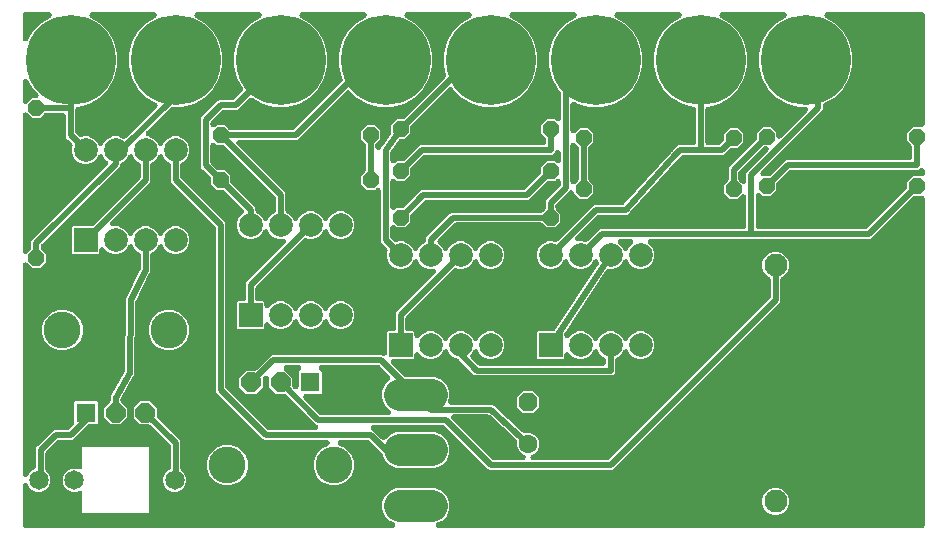
<source format=gbr>
G04 EAGLE Gerber RS-274X export*
G75*
%MOMM*%
%FSLAX34Y34*%
%LPD*%
%INTop Copper*%
%IPPOS*%
%AMOC8*
5,1,8,0,0,1.08239X$1,22.5*%
G01*
%ADD10C,1.950000*%
%ADD11P,1.732040X8X112.500000*%
%ADD12C,1.600200*%
%ADD13P,1.429621X8X292.500000*%
%ADD14R,2.000000X2.000000*%
%ADD15C,2.000000*%
%ADD16C,1.650000*%
%ADD17R,1.650000X1.650000*%
%ADD18P,1.785944X8X112.500000*%
%ADD19C,3.116000*%
%ADD20C,2.705100*%
%ADD21P,1.429621X8X202.500000*%
%ADD22P,1.429621X8X22.500000*%
%ADD23C,7.620000*%
%ADD24P,1.785944X8X292.500000*%
%ADD25C,0.508000*%

G36*
X336147Y10176D02*
X336147Y10176D01*
X336324Y10186D01*
X336370Y10196D01*
X336418Y10201D01*
X336590Y10247D01*
X336763Y10288D01*
X336807Y10307D01*
X336853Y10319D01*
X337013Y10395D01*
X337176Y10466D01*
X337216Y10492D01*
X337259Y10513D01*
X337403Y10616D01*
X337552Y10714D01*
X337586Y10747D01*
X337625Y10775D01*
X337749Y10902D01*
X337878Y11024D01*
X337906Y11063D01*
X337939Y11097D01*
X338039Y11245D01*
X338144Y11388D01*
X338165Y11431D01*
X338191Y11470D01*
X338263Y11633D01*
X338341Y11792D01*
X338354Y11838D01*
X338374Y11882D01*
X338416Y12055D01*
X338464Y12226D01*
X338469Y12273D01*
X338480Y12320D01*
X338491Y12497D01*
X338509Y12674D01*
X338505Y12721D01*
X338508Y12769D01*
X338487Y12946D01*
X338474Y13123D01*
X338462Y13169D01*
X338456Y13216D01*
X338404Y13387D01*
X338360Y13558D01*
X338340Y13601D01*
X338326Y13647D01*
X338245Y13806D01*
X338170Y13967D01*
X338143Y14006D01*
X338121Y14049D01*
X338014Y14190D01*
X337912Y14336D01*
X337878Y14369D01*
X337849Y14407D01*
X337719Y14528D01*
X337593Y14653D01*
X337553Y14680D01*
X337518Y14712D01*
X337368Y14808D01*
X337222Y14909D01*
X337169Y14935D01*
X337138Y14954D01*
X337080Y14978D01*
X336941Y15046D01*
X333549Y16451D01*
X329316Y20685D01*
X327024Y26216D01*
X327024Y32204D01*
X329316Y37735D01*
X333549Y41969D01*
X339081Y44260D01*
X372119Y44260D01*
X377651Y41969D01*
X381884Y37735D01*
X384176Y32204D01*
X384176Y26216D01*
X381884Y20685D01*
X377651Y16451D01*
X374259Y15046D01*
X374101Y14963D01*
X373941Y14887D01*
X373902Y14860D01*
X373859Y14837D01*
X373719Y14728D01*
X373575Y14625D01*
X373541Y14591D01*
X373503Y14562D01*
X373385Y14430D01*
X373261Y14303D01*
X373234Y14263D01*
X373202Y14227D01*
X373108Y14077D01*
X373009Y13930D01*
X372989Y13886D01*
X372964Y13845D01*
X372898Y13680D01*
X372826Y13518D01*
X372815Y13471D01*
X372797Y13427D01*
X372762Y13253D01*
X372720Y13080D01*
X372717Y13033D01*
X372707Y12986D01*
X372703Y12808D01*
X372692Y12631D01*
X372697Y12583D01*
X372696Y12536D01*
X372724Y12360D01*
X372744Y12184D01*
X372758Y12138D01*
X372765Y12091D01*
X372823Y11923D01*
X372874Y11753D01*
X372896Y11710D01*
X372912Y11665D01*
X372998Y11510D01*
X373079Y11351D01*
X373108Y11313D01*
X373131Y11272D01*
X373243Y11134D01*
X373351Y10993D01*
X373386Y10960D01*
X373416Y10923D01*
X373551Y10808D01*
X373682Y10687D01*
X373722Y10662D01*
X373759Y10631D01*
X373912Y10541D01*
X374062Y10446D01*
X374106Y10427D01*
X374147Y10403D01*
X374314Y10342D01*
X374478Y10275D01*
X374525Y10265D01*
X374570Y10248D01*
X374744Y10217D01*
X374918Y10180D01*
X374978Y10176D01*
X375013Y10170D01*
X375076Y10170D01*
X375230Y10161D01*
X784100Y10161D01*
X784135Y10164D01*
X784169Y10162D01*
X784358Y10184D01*
X784549Y10201D01*
X784582Y10210D01*
X784616Y10214D01*
X784799Y10269D01*
X784983Y10319D01*
X785014Y10334D01*
X785047Y10344D01*
X785218Y10431D01*
X785390Y10513D01*
X785418Y10533D01*
X785449Y10548D01*
X785601Y10664D01*
X785756Y10775D01*
X785780Y10800D01*
X785807Y10820D01*
X785936Y10960D01*
X786070Y11097D01*
X786089Y11126D01*
X786113Y11152D01*
X786215Y11313D01*
X786322Y11470D01*
X786336Y11502D01*
X786354Y11531D01*
X786427Y11708D01*
X786504Y11882D01*
X786512Y11916D01*
X786525Y11948D01*
X786565Y12135D01*
X786611Y12320D01*
X786613Y12354D01*
X786620Y12388D01*
X786639Y12700D01*
X786639Y289052D01*
X786636Y289087D01*
X786638Y289121D01*
X786616Y289310D01*
X786599Y289501D01*
X786590Y289534D01*
X786586Y289568D01*
X786531Y289751D01*
X786481Y289935D01*
X786466Y289966D01*
X786456Y289999D01*
X786369Y290170D01*
X786287Y290342D01*
X786267Y290370D01*
X786252Y290401D01*
X786136Y290553D01*
X786025Y290708D01*
X786000Y290732D01*
X785980Y290759D01*
X785840Y290888D01*
X785703Y291022D01*
X785674Y291041D01*
X785648Y291065D01*
X785487Y291167D01*
X785330Y291274D01*
X785298Y291288D01*
X785269Y291306D01*
X785092Y291379D01*
X784918Y291456D01*
X784884Y291464D01*
X784852Y291477D01*
X784665Y291517D01*
X784480Y291563D01*
X784446Y291565D01*
X784412Y291572D01*
X784100Y291591D01*
X778451Y291591D01*
X778288Y291577D01*
X778123Y291570D01*
X778064Y291557D01*
X778003Y291551D01*
X777844Y291508D01*
X777684Y291472D01*
X777627Y291449D01*
X777569Y291433D01*
X777420Y291362D01*
X777268Y291299D01*
X777217Y291266D01*
X777162Y291239D01*
X777028Y291144D01*
X776890Y291054D01*
X776832Y291003D01*
X776796Y290977D01*
X776753Y290934D01*
X776656Y290848D01*
X742943Y257135D01*
X741442Y255634D01*
X739949Y255015D01*
X554813Y255015D01*
X554684Y255004D01*
X554554Y255002D01*
X554460Y254984D01*
X554365Y254975D01*
X554239Y254941D01*
X554112Y254916D01*
X554023Y254882D01*
X553931Y254857D01*
X553813Y254801D01*
X553692Y254754D01*
X553610Y254704D01*
X553524Y254663D01*
X553418Y254588D01*
X553307Y254520D01*
X553236Y254457D01*
X553158Y254401D01*
X553067Y254308D01*
X552970Y254222D01*
X552910Y254147D01*
X552844Y254079D01*
X552771Y253971D01*
X552690Y253869D01*
X552645Y253785D01*
X552592Y253706D01*
X552539Y253587D01*
X552478Y253472D01*
X552448Y253381D01*
X552409Y253294D01*
X552379Y253167D01*
X552338Y253044D01*
X552325Y252949D01*
X552303Y252856D01*
X552295Y252727D01*
X552277Y252598D01*
X552281Y252502D01*
X552275Y252407D01*
X552290Y252278D01*
X552295Y252148D01*
X552316Y252055D01*
X552327Y251960D01*
X552365Y251835D01*
X552393Y251708D01*
X552430Y251620D01*
X552457Y251529D01*
X552517Y251413D01*
X552567Y251293D01*
X552618Y251213D01*
X552662Y251127D01*
X552740Y251024D01*
X552811Y250915D01*
X552897Y250817D01*
X552934Y250769D01*
X552967Y250738D01*
X553018Y250680D01*
X555870Y247828D01*
X557625Y243592D01*
X557625Y239008D01*
X555870Y234772D01*
X552628Y231530D01*
X548392Y229775D01*
X543808Y229775D01*
X539572Y231530D01*
X536330Y234772D01*
X535746Y236181D01*
X535686Y236297D01*
X535634Y236416D01*
X535582Y236496D01*
X535537Y236580D01*
X535458Y236683D01*
X535386Y236792D01*
X535320Y236861D01*
X535262Y236936D01*
X535165Y237023D01*
X535076Y237118D01*
X534998Y237174D01*
X534927Y237238D01*
X534817Y237307D01*
X534712Y237384D01*
X534626Y237425D01*
X534545Y237476D01*
X534425Y237524D01*
X534308Y237581D01*
X534216Y237607D01*
X534127Y237643D01*
X534000Y237669D01*
X533874Y237704D01*
X533779Y237714D01*
X533686Y237733D01*
X533556Y237736D01*
X533426Y237749D01*
X533331Y237741D01*
X533236Y237744D01*
X533107Y237724D01*
X532978Y237713D01*
X532885Y237689D01*
X532791Y237675D01*
X532668Y237632D01*
X532542Y237599D01*
X532455Y237559D01*
X532365Y237528D01*
X532251Y237465D01*
X532133Y237410D01*
X532055Y237356D01*
X531972Y237309D01*
X531871Y237227D01*
X531765Y237152D01*
X531697Y237084D01*
X531623Y237024D01*
X531539Y236925D01*
X531447Y236833D01*
X531393Y236754D01*
X531331Y236681D01*
X531265Y236569D01*
X531191Y236462D01*
X531134Y236345D01*
X531103Y236293D01*
X531088Y236251D01*
X531054Y236181D01*
X530470Y234772D01*
X527228Y231530D01*
X522992Y229775D01*
X519261Y229775D01*
X519072Y229758D01*
X518883Y229747D01*
X518848Y229739D01*
X518812Y229735D01*
X518630Y229686D01*
X518445Y229641D01*
X518413Y229626D01*
X518378Y229617D01*
X518207Y229536D01*
X518034Y229459D01*
X518004Y229439D01*
X517971Y229423D01*
X517817Y229313D01*
X517660Y229207D01*
X517635Y229182D01*
X517605Y229161D01*
X517473Y229025D01*
X517337Y228893D01*
X517311Y228859D01*
X517291Y228839D01*
X517257Y228788D01*
X517148Y228645D01*
X481851Y175699D01*
X481785Y175577D01*
X481710Y175459D01*
X481677Y175379D01*
X481636Y175304D01*
X481592Y175172D01*
X481539Y175043D01*
X481521Y174958D01*
X481493Y174876D01*
X481473Y174739D01*
X481444Y174602D01*
X481437Y174488D01*
X481429Y174431D01*
X481430Y174381D01*
X481425Y174290D01*
X481425Y173653D01*
X481436Y173524D01*
X481438Y173394D01*
X481456Y173300D01*
X481465Y173205D01*
X481499Y173079D01*
X481524Y172952D01*
X481558Y172863D01*
X481583Y172771D01*
X481639Y172653D01*
X481686Y172532D01*
X481736Y172450D01*
X481777Y172364D01*
X481852Y172258D01*
X481920Y172147D01*
X481983Y172076D01*
X482039Y171998D01*
X482132Y171907D01*
X482218Y171810D01*
X482293Y171750D01*
X482361Y171684D01*
X482469Y171611D01*
X482571Y171530D01*
X482655Y171485D01*
X482734Y171432D01*
X482853Y171379D01*
X482968Y171318D01*
X483059Y171288D01*
X483146Y171249D01*
X483273Y171219D01*
X483396Y171178D01*
X483491Y171165D01*
X483584Y171143D01*
X483713Y171135D01*
X483842Y171117D01*
X483938Y171121D01*
X484033Y171115D01*
X484162Y171130D01*
X484292Y171135D01*
X484385Y171156D01*
X484480Y171167D01*
X484605Y171205D01*
X484732Y171233D01*
X484820Y171270D01*
X484911Y171297D01*
X485027Y171357D01*
X485147Y171407D01*
X485227Y171458D01*
X485313Y171502D01*
X485416Y171580D01*
X485525Y171651D01*
X485623Y171737D01*
X485671Y171774D01*
X485702Y171807D01*
X485760Y171858D01*
X488772Y174870D01*
X493008Y176625D01*
X497592Y176625D01*
X501828Y174870D01*
X505070Y171628D01*
X505654Y170219D01*
X505714Y170103D01*
X505766Y169984D01*
X505818Y169904D01*
X505863Y169820D01*
X505942Y169717D01*
X506014Y169608D01*
X506080Y169539D01*
X506138Y169464D01*
X506235Y169377D01*
X506324Y169282D01*
X506402Y169226D01*
X506473Y169162D01*
X506583Y169093D01*
X506688Y169016D01*
X506774Y168975D01*
X506855Y168924D01*
X506975Y168876D01*
X507092Y168819D01*
X507184Y168793D01*
X507273Y168757D01*
X507400Y168731D01*
X507526Y168696D01*
X507621Y168686D01*
X507714Y168667D01*
X507844Y168664D01*
X507974Y168651D01*
X508069Y168659D01*
X508164Y168656D01*
X508293Y168676D01*
X508422Y168687D01*
X508515Y168711D01*
X508609Y168725D01*
X508732Y168768D01*
X508858Y168801D01*
X508945Y168841D01*
X509035Y168872D01*
X509149Y168935D01*
X509267Y168990D01*
X509345Y169044D01*
X509428Y169091D01*
X509529Y169173D01*
X509635Y169248D01*
X509703Y169316D01*
X509777Y169376D01*
X509861Y169475D01*
X509953Y169567D01*
X510007Y169646D01*
X510069Y169719D01*
X510135Y169831D01*
X510209Y169938D01*
X510266Y170055D01*
X510297Y170107D01*
X510312Y170149D01*
X510346Y170219D01*
X510930Y171628D01*
X514172Y174870D01*
X518408Y176625D01*
X522992Y176625D01*
X527228Y174870D01*
X530470Y171628D01*
X531054Y170219D01*
X531114Y170103D01*
X531166Y169984D01*
X531218Y169904D01*
X531263Y169820D01*
X531342Y169717D01*
X531414Y169608D01*
X531480Y169539D01*
X531538Y169464D01*
X531635Y169377D01*
X531724Y169282D01*
X531802Y169226D01*
X531873Y169162D01*
X531983Y169093D01*
X532088Y169016D01*
X532174Y168975D01*
X532255Y168924D01*
X532375Y168876D01*
X532492Y168819D01*
X532584Y168793D01*
X532673Y168757D01*
X532800Y168731D01*
X532926Y168696D01*
X533021Y168686D01*
X533114Y168667D01*
X533244Y168664D01*
X533374Y168651D01*
X533469Y168659D01*
X533564Y168656D01*
X533693Y168676D01*
X533822Y168687D01*
X533915Y168711D01*
X534009Y168725D01*
X534132Y168768D01*
X534258Y168801D01*
X534345Y168841D01*
X534435Y168872D01*
X534549Y168935D01*
X534667Y168990D01*
X534745Y169044D01*
X534828Y169091D01*
X534929Y169173D01*
X535035Y169248D01*
X535103Y169316D01*
X535177Y169376D01*
X535261Y169475D01*
X535353Y169567D01*
X535407Y169646D01*
X535469Y169719D01*
X535535Y169831D01*
X535609Y169938D01*
X535666Y170055D01*
X535697Y170107D01*
X535712Y170149D01*
X535746Y170219D01*
X536330Y171628D01*
X539572Y174870D01*
X543808Y176625D01*
X548392Y176625D01*
X552628Y174870D01*
X555870Y171628D01*
X557625Y167392D01*
X557625Y162808D01*
X555870Y158572D01*
X552628Y155330D01*
X548392Y153575D01*
X543808Y153575D01*
X539572Y155330D01*
X536330Y158572D01*
X535746Y159981D01*
X535686Y160097D01*
X535634Y160216D01*
X535582Y160296D01*
X535537Y160380D01*
X535458Y160483D01*
X535386Y160592D01*
X535320Y160661D01*
X535262Y160736D01*
X535165Y160823D01*
X535075Y160918D01*
X534998Y160974D01*
X534927Y161038D01*
X534817Y161107D01*
X534712Y161184D01*
X534626Y161225D01*
X534545Y161276D01*
X534424Y161324D01*
X534308Y161381D01*
X534216Y161407D01*
X534127Y161443D01*
X533999Y161469D01*
X533874Y161504D01*
X533779Y161514D01*
X533686Y161533D01*
X533556Y161536D01*
X533426Y161549D01*
X533331Y161541D01*
X533236Y161543D01*
X533107Y161524D01*
X532977Y161513D01*
X532885Y161489D01*
X532791Y161475D01*
X532668Y161432D01*
X532542Y161399D01*
X532455Y161359D01*
X532365Y161328D01*
X532251Y161265D01*
X532133Y161210D01*
X532055Y161155D01*
X531972Y161109D01*
X531871Y161027D01*
X531764Y160952D01*
X531697Y160884D01*
X531623Y160824D01*
X531539Y160725D01*
X531447Y160633D01*
X531393Y160554D01*
X531331Y160481D01*
X531265Y160369D01*
X531191Y160262D01*
X531134Y160145D01*
X531103Y160093D01*
X531088Y160051D01*
X531054Y159981D01*
X530470Y158572D01*
X527228Y155330D01*
X526332Y154959D01*
X526144Y154860D01*
X525955Y154764D01*
X525945Y154756D01*
X525933Y154750D01*
X525764Y154620D01*
X525597Y154492D01*
X525588Y154483D01*
X525577Y154474D01*
X525435Y154317D01*
X525291Y154161D01*
X525284Y154150D01*
X525276Y154140D01*
X525164Y153961D01*
X525050Y153781D01*
X525045Y153769D01*
X525038Y153758D01*
X524960Y153562D01*
X524879Y153365D01*
X524876Y153352D01*
X524871Y153340D01*
X524829Y153133D01*
X524784Y152925D01*
X524783Y152909D01*
X524781Y152898D01*
X524780Y152859D01*
X524765Y152613D01*
X524765Y142701D01*
X524146Y141208D01*
X523002Y140064D01*
X521509Y139445D01*
X406861Y139445D01*
X405368Y140064D01*
X392531Y152901D01*
X392441Y152976D01*
X392358Y153058D01*
X392269Y153120D01*
X392185Y153190D01*
X392084Y153248D01*
X391988Y153314D01*
X391849Y153382D01*
X391795Y153413D01*
X391760Y153425D01*
X391707Y153451D01*
X387172Y155330D01*
X383930Y158572D01*
X383346Y159981D01*
X383286Y160097D01*
X383234Y160216D01*
X383182Y160296D01*
X383137Y160380D01*
X383058Y160483D01*
X382986Y160592D01*
X382920Y160661D01*
X382862Y160736D01*
X382765Y160824D01*
X382675Y160918D01*
X382598Y160974D01*
X382527Y161038D01*
X382417Y161107D01*
X382312Y161184D01*
X382226Y161226D01*
X382145Y161276D01*
X382024Y161324D01*
X381908Y161381D01*
X381816Y161407D01*
X381727Y161443D01*
X381599Y161469D01*
X381474Y161504D01*
X381379Y161514D01*
X381286Y161533D01*
X381156Y161536D01*
X381026Y161549D01*
X380931Y161541D01*
X380836Y161544D01*
X380707Y161524D01*
X380577Y161513D01*
X380485Y161489D01*
X380391Y161475D01*
X380268Y161432D01*
X380142Y161399D01*
X380055Y161359D01*
X379965Y161328D01*
X379851Y161265D01*
X379733Y161210D01*
X379655Y161156D01*
X379572Y161109D01*
X379471Y161027D01*
X379364Y160952D01*
X379297Y160884D01*
X379223Y160824D01*
X379139Y160725D01*
X379047Y160633D01*
X378993Y160554D01*
X378931Y160481D01*
X378865Y160369D01*
X378791Y160262D01*
X378734Y160145D01*
X378703Y160093D01*
X378688Y160051D01*
X378654Y159981D01*
X378070Y158572D01*
X374828Y155330D01*
X370592Y153575D01*
X366008Y153575D01*
X361772Y155330D01*
X358760Y158342D01*
X358660Y158425D01*
X358567Y158516D01*
X358487Y158570D01*
X358414Y158631D01*
X358301Y158695D01*
X358194Y158768D01*
X358106Y158807D01*
X358023Y158854D01*
X357901Y158898D01*
X357782Y158951D01*
X357689Y158973D01*
X357599Y159005D01*
X357471Y159026D01*
X357344Y159057D01*
X357249Y159063D01*
X357155Y159079D01*
X357025Y159077D01*
X356895Y159085D01*
X356800Y159074D01*
X356704Y159073D01*
X356577Y159048D01*
X356448Y159033D01*
X356356Y159005D01*
X356262Y158987D01*
X356141Y158940D01*
X356017Y158903D01*
X355931Y158859D01*
X355842Y158825D01*
X355731Y158757D01*
X355615Y158698D01*
X355539Y158640D01*
X355458Y158591D01*
X355360Y158505D01*
X355257Y158426D01*
X355192Y158356D01*
X355120Y158293D01*
X355040Y158191D01*
X354951Y158095D01*
X354900Y158014D01*
X354841Y157940D01*
X354780Y157825D01*
X354710Y157715D01*
X354673Y157627D01*
X354628Y157543D01*
X354588Y157419D01*
X354539Y157299D01*
X354519Y157205D01*
X354489Y157114D01*
X354471Y156986D01*
X354444Y156858D01*
X354436Y156729D01*
X354428Y156668D01*
X354429Y156623D01*
X354425Y156547D01*
X354425Y154468D01*
X353532Y153575D01*
X337093Y153575D01*
X336964Y153564D01*
X336834Y153562D01*
X336740Y153544D01*
X336645Y153535D01*
X336519Y153501D01*
X336392Y153476D01*
X336303Y153442D01*
X336211Y153417D01*
X336093Y153361D01*
X335972Y153314D01*
X335890Y153264D01*
X335804Y153223D01*
X335698Y153148D01*
X335587Y153080D01*
X335516Y153017D01*
X335438Y152961D01*
X335347Y152868D01*
X335250Y152782D01*
X335191Y152707D01*
X335124Y152639D01*
X335051Y152531D01*
X334970Y152429D01*
X334925Y152345D01*
X334872Y152266D01*
X334819Y152147D01*
X334758Y152032D01*
X334728Y151941D01*
X334689Y151854D01*
X334659Y151727D01*
X334618Y151604D01*
X334605Y151509D01*
X334583Y151416D01*
X334575Y151287D01*
X334557Y151158D01*
X334561Y151062D01*
X334555Y150967D01*
X334570Y150838D01*
X334575Y150708D01*
X334596Y150615D01*
X334607Y150520D01*
X334645Y150395D01*
X334673Y150268D01*
X334710Y150180D01*
X334737Y150089D01*
X334796Y149973D01*
X334847Y149853D01*
X334899Y149772D01*
X334942Y149687D01*
X335020Y149584D01*
X335091Y149475D01*
X335177Y149377D01*
X335214Y149329D01*
X335247Y149298D01*
X335298Y149240D01*
X345554Y138984D01*
X345681Y138878D01*
X345802Y138767D01*
X345853Y138734D01*
X345900Y138695D01*
X346042Y138614D01*
X346181Y138525D01*
X346238Y138502D01*
X346291Y138472D01*
X346446Y138417D01*
X346598Y138354D01*
X346657Y138341D01*
X346715Y138321D01*
X346877Y138294D01*
X347038Y138259D01*
X347115Y138255D01*
X347159Y138247D01*
X347220Y138248D01*
X347350Y138240D01*
X372119Y138240D01*
X377651Y135949D01*
X381884Y131715D01*
X384176Y126184D01*
X384176Y120196D01*
X383293Y118066D01*
X383269Y117987D01*
X383235Y117912D01*
X383201Y117773D01*
X383158Y117636D01*
X383148Y117554D01*
X383129Y117474D01*
X383120Y117332D01*
X383102Y117189D01*
X383106Y117107D01*
X383101Y117025D01*
X383117Y116883D01*
X383125Y116740D01*
X383143Y116660D01*
X383153Y116578D01*
X383194Y116440D01*
X383227Y116301D01*
X383259Y116226D01*
X383283Y116147D01*
X383348Y116019D01*
X383405Y115888D01*
X383450Y115819D01*
X383488Y115745D01*
X383574Y115631D01*
X383653Y115512D01*
X383710Y115452D01*
X383760Y115387D01*
X383865Y115290D01*
X383964Y115186D01*
X384030Y115137D01*
X384091Y115081D01*
X384211Y115005D01*
X384327Y114920D01*
X384401Y114884D01*
X384470Y114840D01*
X384603Y114785D01*
X384732Y114722D01*
X384811Y114700D01*
X384887Y114669D01*
X385027Y114639D01*
X385165Y114599D01*
X385247Y114591D01*
X385327Y114574D01*
X385573Y114559D01*
X385613Y114555D01*
X385623Y114556D01*
X385639Y114555D01*
X418962Y114555D01*
X419002Y114558D01*
X419068Y114557D01*
X419827Y114589D01*
X420528Y114298D01*
X420566Y114286D01*
X420627Y114260D01*
X421340Y113998D01*
X421877Y113462D01*
X421907Y113436D01*
X421953Y113389D01*
X446069Y91202D01*
X446195Y91105D01*
X446316Y91001D01*
X446373Y90968D01*
X446426Y90928D01*
X446568Y90854D01*
X446705Y90774D01*
X446767Y90751D01*
X446826Y90721D01*
X446978Y90674D01*
X447128Y90619D01*
X447193Y90607D01*
X447256Y90588D01*
X447414Y90568D01*
X447571Y90541D01*
X447637Y90541D01*
X447703Y90533D01*
X447862Y90542D01*
X448021Y90542D01*
X448086Y90554D01*
X448152Y90558D01*
X448308Y90595D01*
X448464Y90623D01*
X448544Y90651D01*
X448591Y90662D01*
X448645Y90685D01*
X448760Y90725D01*
X448955Y90806D01*
X452745Y90806D01*
X456246Y89356D01*
X458926Y86676D01*
X460376Y83175D01*
X460376Y79385D01*
X458926Y75884D01*
X456246Y73204D01*
X454424Y72450D01*
X454266Y72367D01*
X454106Y72291D01*
X454068Y72264D01*
X454025Y72241D01*
X453885Y72133D01*
X453740Y72029D01*
X453707Y71995D01*
X453669Y71966D01*
X453550Y71834D01*
X453426Y71707D01*
X453400Y71667D01*
X453368Y71631D01*
X453274Y71481D01*
X453174Y71334D01*
X453155Y71290D01*
X453130Y71249D01*
X453064Y71084D01*
X452992Y70922D01*
X452981Y70875D01*
X452963Y70831D01*
X452927Y70657D01*
X452885Y70484D01*
X452882Y70437D01*
X452873Y70390D01*
X452869Y70212D01*
X452858Y70035D01*
X452863Y69987D01*
X452862Y69940D01*
X452889Y69764D01*
X452910Y69588D01*
X452924Y69542D01*
X452931Y69495D01*
X452989Y69327D01*
X453040Y69157D01*
X453062Y69114D01*
X453077Y69069D01*
X453164Y68914D01*
X453244Y68755D01*
X453273Y68717D01*
X453297Y68676D01*
X453409Y68538D01*
X453516Y68397D01*
X453551Y68364D01*
X453582Y68327D01*
X453717Y68212D01*
X453848Y68091D01*
X453888Y68066D01*
X453924Y68035D01*
X454078Y67945D01*
X454227Y67850D01*
X454272Y67831D01*
X454313Y67807D01*
X454479Y67746D01*
X454644Y67679D01*
X454691Y67669D01*
X454736Y67652D01*
X454910Y67621D01*
X455084Y67584D01*
X455143Y67580D01*
X455179Y67574D01*
X455242Y67574D01*
X455396Y67565D01*
X517965Y67565D01*
X518128Y67579D01*
X518293Y67586D01*
X518352Y67599D01*
X518413Y67605D01*
X518572Y67648D01*
X518732Y67684D01*
X518789Y67707D01*
X518847Y67723D01*
X518996Y67794D01*
X519148Y67857D01*
X519199Y67890D01*
X519254Y67917D01*
X519388Y68012D01*
X519526Y68102D01*
X519584Y68153D01*
X519620Y68179D01*
X519663Y68222D01*
X519760Y68308D01*
X655592Y204140D01*
X655697Y204266D01*
X655809Y204387D01*
X655841Y204438D01*
X655880Y204485D01*
X655962Y204628D01*
X656050Y204767D01*
X656074Y204823D01*
X656104Y204876D01*
X656159Y205031D01*
X656221Y205183D01*
X656234Y205243D01*
X656255Y205301D01*
X656281Y205463D01*
X656316Y205624D01*
X656321Y205700D01*
X656328Y205745D01*
X656327Y205806D01*
X656335Y205935D01*
X656335Y220583D01*
X656316Y220795D01*
X656300Y221006D01*
X656297Y221019D01*
X656295Y221032D01*
X656239Y221237D01*
X656186Y221441D01*
X656180Y221454D01*
X656177Y221466D01*
X656087Y221656D01*
X655997Y221850D01*
X655989Y221861D01*
X655983Y221873D01*
X655861Y222044D01*
X655738Y222219D01*
X655729Y222228D01*
X655721Y222239D01*
X655569Y222388D01*
X655419Y222536D01*
X655408Y222544D01*
X655399Y222553D01*
X655222Y222672D01*
X655049Y222792D01*
X655034Y222799D01*
X655026Y222805D01*
X654989Y222821D01*
X654768Y222929D01*
X654013Y223242D01*
X650842Y226413D01*
X649125Y230557D01*
X649125Y235043D01*
X650842Y239187D01*
X654013Y242358D01*
X658157Y244075D01*
X662643Y244075D01*
X666787Y242358D01*
X669958Y239187D01*
X671675Y235043D01*
X671675Y230557D01*
X669958Y226413D01*
X666787Y223242D01*
X666032Y222929D01*
X665845Y222831D01*
X665655Y222735D01*
X665645Y222727D01*
X665633Y222721D01*
X665465Y222591D01*
X665297Y222463D01*
X665288Y222453D01*
X665277Y222445D01*
X665135Y222288D01*
X664991Y222132D01*
X664984Y222121D01*
X664976Y222111D01*
X664863Y221931D01*
X664750Y221752D01*
X664745Y221740D01*
X664738Y221729D01*
X664659Y221532D01*
X664579Y221335D01*
X664576Y221322D01*
X664571Y221310D01*
X664529Y221103D01*
X664484Y220895D01*
X664483Y220879D01*
X664481Y220869D01*
X664480Y220830D01*
X664465Y220583D01*
X664465Y202391D01*
X663846Y200898D01*
X523002Y60054D01*
X521509Y59435D01*
X418291Y59435D01*
X416798Y60054D01*
X380060Y96792D01*
X379934Y96897D01*
X379813Y97009D01*
X379762Y97041D01*
X379715Y97080D01*
X379572Y97162D01*
X379433Y97250D01*
X379377Y97274D01*
X379324Y97304D01*
X379169Y97359D01*
X379017Y97421D01*
X378957Y97434D01*
X378899Y97455D01*
X378737Y97481D01*
X378576Y97516D01*
X378500Y97521D01*
X378455Y97528D01*
X378394Y97527D01*
X378265Y97535D01*
X320040Y97535D01*
X319863Y97520D01*
X319686Y97510D01*
X319639Y97500D01*
X319591Y97495D01*
X319420Y97449D01*
X319247Y97408D01*
X319203Y97389D01*
X319157Y97377D01*
X318997Y97301D01*
X318834Y97230D01*
X318794Y97204D01*
X318750Y97183D01*
X318606Y97080D01*
X318458Y96982D01*
X318423Y96949D01*
X318384Y96921D01*
X318261Y96794D01*
X318132Y96672D01*
X318104Y96633D01*
X318070Y96599D01*
X317971Y96451D01*
X317866Y96308D01*
X317845Y96265D01*
X317818Y96226D01*
X317746Y96063D01*
X317668Y95904D01*
X317655Y95858D01*
X317636Y95814D01*
X317594Y95641D01*
X317545Y95470D01*
X317541Y95423D01*
X317529Y95376D01*
X317518Y95199D01*
X317501Y95022D01*
X317505Y94975D01*
X317502Y94927D01*
X317522Y94750D01*
X317536Y94573D01*
X317548Y94527D01*
X317554Y94480D01*
X317605Y94309D01*
X317650Y94138D01*
X317670Y94095D01*
X317684Y94049D01*
X317765Y93890D01*
X317839Y93729D01*
X317867Y93690D01*
X317888Y93647D01*
X317996Y93506D01*
X318098Y93360D01*
X318131Y93327D01*
X318160Y93289D01*
X318291Y93168D01*
X318417Y93043D01*
X318456Y93016D01*
X318491Y92984D01*
X318641Y92888D01*
X318787Y92787D01*
X318841Y92761D01*
X318871Y92742D01*
X318930Y92718D01*
X319068Y92650D01*
X319802Y92346D01*
X321303Y90846D01*
X321303Y90845D01*
X326574Y85575D01*
X326600Y85552D01*
X326623Y85526D01*
X326773Y85408D01*
X326919Y85286D01*
X326949Y85268D01*
X326976Y85247D01*
X327144Y85157D01*
X327310Y85062D01*
X327343Y85051D01*
X327373Y85034D01*
X327555Y84975D01*
X327734Y84911D01*
X327769Y84906D01*
X327802Y84895D01*
X327990Y84869D01*
X328179Y84838D01*
X328213Y84838D01*
X328248Y84834D01*
X328438Y84842D01*
X328629Y84844D01*
X328663Y84851D01*
X328697Y84852D01*
X328883Y84893D01*
X329071Y84930D01*
X329103Y84942D01*
X329137Y84950D01*
X329313Y85023D01*
X329491Y85092D01*
X329521Y85110D01*
X329552Y85123D01*
X329712Y85227D01*
X329876Y85326D01*
X329902Y85349D01*
X329931Y85368D01*
X330165Y85575D01*
X333549Y88959D01*
X339081Y91250D01*
X372119Y91250D01*
X377651Y88959D01*
X381884Y84725D01*
X384176Y79194D01*
X384176Y73206D01*
X381884Y67675D01*
X377651Y63441D01*
X372119Y61150D01*
X339081Y61150D01*
X333549Y63441D01*
X329316Y67675D01*
X326920Y73458D01*
X326866Y73562D01*
X326821Y73670D01*
X326762Y73761D01*
X326711Y73858D01*
X326640Y73950D01*
X326576Y74048D01*
X326474Y74164D01*
X326436Y74213D01*
X326409Y74238D01*
X326369Y74282D01*
X316560Y84092D01*
X316434Y84197D01*
X316313Y84309D01*
X316262Y84341D01*
X316215Y84380D01*
X316072Y84462D01*
X315933Y84550D01*
X315877Y84574D01*
X315824Y84604D01*
X315669Y84659D01*
X315517Y84721D01*
X315457Y84734D01*
X315400Y84755D01*
X315237Y84781D01*
X315076Y84816D01*
X315000Y84821D01*
X314955Y84828D01*
X314894Y84827D01*
X314765Y84835D01*
X292255Y84835D01*
X292077Y84820D01*
X291900Y84810D01*
X291854Y84800D01*
X291806Y84795D01*
X291634Y84749D01*
X291462Y84708D01*
X291418Y84689D01*
X291372Y84677D01*
X291212Y84601D01*
X291048Y84530D01*
X291008Y84504D01*
X290965Y84483D01*
X290821Y84380D01*
X290672Y84282D01*
X290638Y84249D01*
X290599Y84221D01*
X290475Y84094D01*
X290347Y83972D01*
X290318Y83933D01*
X290285Y83899D01*
X290185Y83751D01*
X290081Y83608D01*
X290060Y83565D01*
X290033Y83526D01*
X289961Y83363D01*
X289883Y83204D01*
X289870Y83158D01*
X289851Y83114D01*
X289809Y82941D01*
X289760Y82770D01*
X289755Y82723D01*
X289744Y82676D01*
X289733Y82499D01*
X289715Y82322D01*
X289719Y82275D01*
X289716Y82227D01*
X289737Y82050D01*
X289751Y81873D01*
X289763Y81827D01*
X289768Y81780D01*
X289820Y81609D01*
X289865Y81438D01*
X289885Y81395D01*
X289899Y81349D01*
X289979Y81190D01*
X290054Y81029D01*
X290081Y80990D01*
X290103Y80947D01*
X290210Y80806D01*
X290312Y80660D01*
X290346Y80627D01*
X290375Y80589D01*
X290506Y80468D01*
X290632Y80343D01*
X290671Y80316D01*
X290706Y80284D01*
X290856Y80188D01*
X291002Y80087D01*
X291055Y80061D01*
X291086Y80042D01*
X291144Y80018D01*
X291283Y79950D01*
X295989Y78001D01*
X300801Y73189D01*
X303405Y66902D01*
X303405Y60098D01*
X300801Y53811D01*
X295989Y48999D01*
X289702Y46395D01*
X282898Y46395D01*
X276611Y48999D01*
X271799Y53811D01*
X269195Y60098D01*
X269195Y66902D01*
X271799Y73189D01*
X276611Y78001D01*
X281317Y79950D01*
X281475Y80032D01*
X281635Y80109D01*
X281674Y80136D01*
X281716Y80159D01*
X281857Y80267D01*
X282001Y80371D01*
X282034Y80405D01*
X282072Y80434D01*
X282191Y80566D01*
X282315Y80693D01*
X282342Y80733D01*
X282374Y80769D01*
X282468Y80919D01*
X282567Y81066D01*
X282587Y81110D01*
X282612Y81151D01*
X282677Y81316D01*
X282749Y81478D01*
X282761Y81525D01*
X282778Y81569D01*
X282814Y81743D01*
X282856Y81916D01*
X282859Y81963D01*
X282869Y82010D01*
X282873Y82188D01*
X282884Y82365D01*
X282878Y82413D01*
X282879Y82460D01*
X282852Y82636D01*
X282832Y82812D01*
X282818Y82858D01*
X282810Y82905D01*
X282753Y83073D01*
X282701Y83243D01*
X282680Y83286D01*
X282664Y83331D01*
X282578Y83486D01*
X282497Y83645D01*
X282468Y83683D01*
X282445Y83724D01*
X282332Y83862D01*
X282225Y84003D01*
X282190Y84036D01*
X282159Y84073D01*
X282025Y84188D01*
X281894Y84309D01*
X281853Y84334D01*
X281817Y84365D01*
X281664Y84455D01*
X281514Y84550D01*
X281470Y84569D01*
X281429Y84593D01*
X281262Y84654D01*
X281098Y84721D01*
X281051Y84731D01*
X281006Y84748D01*
X280831Y84779D01*
X280657Y84816D01*
X280598Y84820D01*
X280562Y84826D01*
X280499Y84826D01*
X280345Y84835D01*
X227791Y84835D01*
X226298Y85454D01*
X187054Y124698D01*
X186435Y126191D01*
X186435Y263965D01*
X186421Y264128D01*
X186414Y264293D01*
X186401Y264352D01*
X186395Y264413D01*
X186352Y264572D01*
X186316Y264732D01*
X186293Y264789D01*
X186277Y264847D01*
X186206Y264996D01*
X186143Y265148D01*
X186110Y265199D01*
X186083Y265254D01*
X185988Y265388D01*
X185898Y265526D01*
X185847Y265584D01*
X185821Y265620D01*
X185778Y265663D01*
X185692Y265760D01*
X148954Y302498D01*
X148335Y303991D01*
X148335Y317713D01*
X148316Y317924D01*
X148300Y318135D01*
X148297Y318148D01*
X148295Y318161D01*
X148239Y318367D01*
X148186Y318571D01*
X148180Y318583D01*
X148177Y318596D01*
X148086Y318786D01*
X147997Y318979D01*
X147989Y318990D01*
X147983Y319002D01*
X147861Y319174D01*
X147738Y319348D01*
X147729Y319358D01*
X147721Y319368D01*
X147569Y319516D01*
X147419Y319666D01*
X147408Y319673D01*
X147399Y319682D01*
X147223Y319801D01*
X147049Y319922D01*
X147034Y319928D01*
X147026Y319934D01*
X146989Y319950D01*
X146768Y320059D01*
X145872Y320430D01*
X142630Y323672D01*
X142046Y325081D01*
X141986Y325196D01*
X141934Y325316D01*
X141882Y325396D01*
X141837Y325480D01*
X141758Y325583D01*
X141686Y325692D01*
X141620Y325761D01*
X141562Y325836D01*
X141465Y325923D01*
X141376Y326018D01*
X141298Y326074D01*
X141228Y326138D01*
X141117Y326207D01*
X141012Y326284D01*
X140926Y326325D01*
X140845Y326376D01*
X140724Y326424D01*
X140608Y326481D01*
X140516Y326507D01*
X140427Y326543D01*
X140300Y326569D01*
X140174Y326604D01*
X140079Y326614D01*
X139986Y326633D01*
X139856Y326636D01*
X139726Y326649D01*
X139631Y326641D01*
X139536Y326644D01*
X139407Y326624D01*
X139277Y326613D01*
X139185Y326589D01*
X139091Y326575D01*
X138967Y326532D01*
X138842Y326499D01*
X138755Y326459D01*
X138665Y326428D01*
X138551Y326365D01*
X138433Y326310D01*
X138355Y326255D01*
X138272Y326209D01*
X138171Y326127D01*
X138064Y326052D01*
X137997Y325984D01*
X137923Y325924D01*
X137839Y325825D01*
X137747Y325733D01*
X137693Y325654D01*
X137631Y325581D01*
X137565Y325469D01*
X137491Y325362D01*
X137434Y325245D01*
X137403Y325193D01*
X137388Y325151D01*
X137354Y325081D01*
X136770Y323672D01*
X133528Y320430D01*
X132632Y320059D01*
X132444Y319960D01*
X132255Y319864D01*
X132245Y319856D01*
X132233Y319850D01*
X132064Y319720D01*
X131897Y319592D01*
X131888Y319583D01*
X131877Y319574D01*
X131735Y319417D01*
X131591Y319261D01*
X131584Y319250D01*
X131576Y319240D01*
X131464Y319061D01*
X131350Y318881D01*
X131345Y318869D01*
X131338Y318858D01*
X131260Y318662D01*
X131179Y318465D01*
X131176Y318452D01*
X131171Y318440D01*
X131129Y318233D01*
X131084Y318025D01*
X131083Y318009D01*
X131081Y317998D01*
X131080Y317959D01*
X131065Y317713D01*
X131065Y303991D01*
X130446Y302498D01*
X97808Y269860D01*
X97724Y269760D01*
X97634Y269667D01*
X97580Y269587D01*
X97519Y269514D01*
X97454Y269401D01*
X97382Y269294D01*
X97343Y269206D01*
X97296Y269123D01*
X97252Y269001D01*
X97199Y268882D01*
X97177Y268789D01*
X97145Y268699D01*
X97124Y268570D01*
X97093Y268444D01*
X97087Y268349D01*
X97071Y268255D01*
X97073Y268124D01*
X97065Y267995D01*
X97076Y267900D01*
X97077Y267804D01*
X97102Y267677D01*
X97117Y267548D01*
X97145Y267456D01*
X97163Y267362D01*
X97210Y267241D01*
X97247Y267117D01*
X97291Y267032D01*
X97325Y266942D01*
X97393Y266831D01*
X97452Y266715D01*
X97509Y266639D01*
X97559Y266558D01*
X97645Y266460D01*
X97724Y266357D01*
X97794Y266292D01*
X97857Y266220D01*
X97959Y266140D01*
X98055Y266051D01*
X98136Y266000D01*
X98210Y265941D01*
X98325Y265880D01*
X98435Y265810D01*
X98523Y265773D01*
X98607Y265728D01*
X98731Y265688D01*
X98851Y265639D01*
X98945Y265619D01*
X99036Y265589D01*
X99164Y265571D01*
X99291Y265544D01*
X99421Y265536D01*
X99482Y265528D01*
X99526Y265529D01*
X99603Y265525D01*
X103892Y265525D01*
X108128Y263770D01*
X111370Y260528D01*
X111954Y259119D01*
X112014Y259004D01*
X112066Y258884D01*
X112118Y258804D01*
X112163Y258720D01*
X112242Y258617D01*
X112314Y258508D01*
X112380Y258439D01*
X112438Y258364D01*
X112535Y258277D01*
X112624Y258182D01*
X112702Y258126D01*
X112772Y258062D01*
X112883Y257993D01*
X112988Y257916D01*
X113074Y257875D01*
X113155Y257824D01*
X113276Y257776D01*
X113392Y257719D01*
X113484Y257693D01*
X113573Y257657D01*
X113700Y257631D01*
X113826Y257596D01*
X113921Y257586D01*
X114014Y257567D01*
X114144Y257564D01*
X114274Y257551D01*
X114369Y257559D01*
X114464Y257556D01*
X114593Y257576D01*
X114723Y257587D01*
X114815Y257611D01*
X114909Y257625D01*
X115033Y257668D01*
X115158Y257701D01*
X115245Y257741D01*
X115335Y257772D01*
X115449Y257835D01*
X115567Y257890D01*
X115645Y257945D01*
X115728Y257991D01*
X115829Y258073D01*
X115936Y258148D01*
X116003Y258216D01*
X116077Y258276D01*
X116161Y258375D01*
X116253Y258467D01*
X116307Y258546D01*
X116369Y258619D01*
X116435Y258731D01*
X116509Y258838D01*
X116566Y258955D01*
X116597Y259007D01*
X116612Y259049D01*
X116646Y259119D01*
X117230Y260528D01*
X120472Y263770D01*
X124708Y265525D01*
X129292Y265525D01*
X133528Y263770D01*
X136770Y260528D01*
X137354Y259119D01*
X137414Y259004D01*
X137466Y258884D01*
X137518Y258804D01*
X137563Y258720D01*
X137642Y258617D01*
X137714Y258508D01*
X137780Y258439D01*
X137838Y258364D01*
X137935Y258277D01*
X138024Y258182D01*
X138102Y258126D01*
X138172Y258062D01*
X138283Y257993D01*
X138388Y257916D01*
X138474Y257875D01*
X138555Y257824D01*
X138676Y257776D01*
X138792Y257719D01*
X138884Y257693D01*
X138973Y257657D01*
X139100Y257631D01*
X139226Y257596D01*
X139321Y257586D01*
X139414Y257567D01*
X139544Y257564D01*
X139674Y257551D01*
X139769Y257559D01*
X139864Y257556D01*
X139993Y257576D01*
X140123Y257587D01*
X140215Y257611D01*
X140309Y257625D01*
X140433Y257668D01*
X140558Y257701D01*
X140645Y257741D01*
X140735Y257772D01*
X140849Y257835D01*
X140967Y257890D01*
X141045Y257945D01*
X141128Y257991D01*
X141229Y258073D01*
X141336Y258148D01*
X141403Y258216D01*
X141477Y258276D01*
X141561Y258375D01*
X141653Y258467D01*
X141707Y258546D01*
X141769Y258619D01*
X141835Y258731D01*
X141909Y258838D01*
X141966Y258955D01*
X141997Y259007D01*
X142012Y259049D01*
X142046Y259119D01*
X142630Y260528D01*
X145872Y263770D01*
X150108Y265525D01*
X154692Y265525D01*
X158928Y263770D01*
X162170Y260528D01*
X163925Y256292D01*
X163925Y251708D01*
X162170Y247472D01*
X158928Y244230D01*
X154692Y242475D01*
X150108Y242475D01*
X145872Y244230D01*
X142630Y247472D01*
X142046Y248881D01*
X141986Y248997D01*
X141934Y249116D01*
X141882Y249196D01*
X141837Y249280D01*
X141758Y249383D01*
X141686Y249492D01*
X141620Y249561D01*
X141562Y249636D01*
X141465Y249724D01*
X141375Y249818D01*
X141298Y249874D01*
X141227Y249938D01*
X141117Y250007D01*
X141012Y250084D01*
X140926Y250126D01*
X140845Y250176D01*
X140724Y250224D01*
X140608Y250281D01*
X140516Y250307D01*
X140427Y250343D01*
X140299Y250369D01*
X140174Y250404D01*
X140079Y250414D01*
X139986Y250433D01*
X139856Y250436D01*
X139726Y250449D01*
X139631Y250441D01*
X139536Y250444D01*
X139407Y250424D01*
X139277Y250413D01*
X139185Y250389D01*
X139091Y250375D01*
X138968Y250332D01*
X138842Y250299D01*
X138755Y250259D01*
X138665Y250228D01*
X138551Y250165D01*
X138433Y250110D01*
X138355Y250056D01*
X138272Y250009D01*
X138171Y249927D01*
X138064Y249852D01*
X137997Y249784D01*
X137923Y249724D01*
X137839Y249625D01*
X137747Y249533D01*
X137693Y249454D01*
X137631Y249381D01*
X137565Y249269D01*
X137491Y249162D01*
X137434Y249045D01*
X137403Y248993D01*
X137388Y248951D01*
X137354Y248881D01*
X136770Y247472D01*
X133528Y244230D01*
X132632Y243859D01*
X132444Y243760D01*
X132255Y243664D01*
X132245Y243656D01*
X132233Y243650D01*
X132064Y243520D01*
X131897Y243392D01*
X131888Y243383D01*
X131877Y243374D01*
X131735Y243217D01*
X131591Y243061D01*
X131584Y243050D01*
X131576Y243040D01*
X131464Y242862D01*
X131350Y242681D01*
X131345Y242669D01*
X131338Y242658D01*
X131260Y242462D01*
X131179Y242265D01*
X131176Y242252D01*
X131171Y242240D01*
X131129Y242033D01*
X131084Y241825D01*
X131083Y241809D01*
X131081Y241798D01*
X131080Y241759D01*
X131065Y241513D01*
X131065Y229672D01*
X131067Y229645D01*
X131065Y229618D01*
X131087Y229421D01*
X131105Y229223D01*
X131112Y229197D01*
X131115Y229171D01*
X131115Y229168D01*
X131071Y228546D01*
X131072Y228486D01*
X131065Y228366D01*
X131065Y227713D01*
X131031Y227605D01*
X131027Y227579D01*
X131020Y227553D01*
X131019Y227550D01*
X130740Y226992D01*
X130719Y226937D01*
X130666Y226828D01*
X130416Y226225D01*
X130343Y226138D01*
X130330Y226115D01*
X130313Y226094D01*
X130156Y225824D01*
X118612Y202735D01*
X118543Y202558D01*
X118468Y202384D01*
X118460Y202349D01*
X118447Y202316D01*
X118410Y202130D01*
X118368Y201945D01*
X118364Y201902D01*
X118359Y201875D01*
X118358Y201813D01*
X118344Y201633D01*
X117559Y142245D01*
X117565Y142170D01*
X117563Y142133D01*
X117576Y142018D01*
X117586Y141845D01*
X117592Y141815D01*
X117593Y141796D01*
X117607Y141742D01*
X117609Y141732D01*
X117615Y141685D01*
X117618Y141674D01*
X117562Y141224D01*
X117560Y141183D01*
X117542Y140941D01*
X117536Y140482D01*
X117535Y140480D01*
X117520Y140417D01*
X117457Y140238D01*
X117451Y140209D01*
X117445Y140190D01*
X117438Y140135D01*
X117426Y140076D01*
X117197Y139674D01*
X117180Y139636D01*
X117071Y139420D01*
X116883Y138983D01*
X116857Y138952D01*
X116724Y138803D01*
X116707Y138778D01*
X116694Y138763D01*
X116666Y138715D01*
X116553Y138542D01*
X105997Y120008D01*
X105977Y119962D01*
X105950Y119920D01*
X105883Y119758D01*
X105810Y119598D01*
X105798Y119550D01*
X105779Y119503D01*
X105742Y119332D01*
X105698Y119162D01*
X105695Y119112D01*
X105684Y119063D01*
X105665Y118751D01*
X105665Y118611D01*
X105679Y118447D01*
X105686Y118282D01*
X105699Y118223D01*
X105705Y118162D01*
X105748Y118003D01*
X105784Y117843D01*
X105807Y117787D01*
X105823Y117728D01*
X105894Y117579D01*
X105957Y117427D01*
X105990Y117376D01*
X106017Y117321D01*
X106112Y117187D01*
X106202Y117049D01*
X106253Y116991D01*
X106279Y116955D01*
X106322Y116912D01*
X106408Y116815D01*
X111375Y111849D01*
X111375Y103751D01*
X105649Y98025D01*
X97551Y98025D01*
X91825Y103751D01*
X91825Y111849D01*
X96792Y116815D01*
X96897Y116941D01*
X97009Y117062D01*
X97041Y117114D01*
X97080Y117160D01*
X97162Y117303D01*
X97250Y117442D01*
X97274Y117498D01*
X97304Y117551D01*
X97359Y117706D01*
X97421Y117858D01*
X97434Y117918D01*
X97455Y117976D01*
X97481Y118138D01*
X97516Y118299D01*
X97521Y118376D01*
X97528Y118420D01*
X97527Y118481D01*
X97535Y118611D01*
X97535Y119611D01*
X97519Y119793D01*
X97509Y119977D01*
X97498Y120027D01*
X97495Y120059D01*
X97479Y120120D01*
X97464Y120189D01*
X97515Y120597D01*
X97516Y120599D01*
X97516Y120601D01*
X97535Y120913D01*
X97535Y121332D01*
X97559Y121410D01*
X97620Y121582D01*
X97629Y121633D01*
X97639Y121664D01*
X97647Y121726D01*
X97660Y121796D01*
X97863Y122153D01*
X97864Y122155D01*
X97866Y122157D01*
X98003Y122437D01*
X98163Y122825D01*
X98215Y122886D01*
X98337Y123023D01*
X98365Y123066D01*
X98386Y123091D01*
X98417Y123145D01*
X98508Y123284D01*
X109108Y141897D01*
X109122Y141928D01*
X109140Y141955D01*
X109215Y142132D01*
X109295Y142307D01*
X109304Y142339D01*
X109317Y142370D01*
X109360Y142557D01*
X109407Y142743D01*
X109410Y142776D01*
X109417Y142809D01*
X109441Y143120D01*
X110221Y202137D01*
X110218Y202181D01*
X110221Y202224D01*
X110201Y202405D01*
X110187Y202586D01*
X110183Y202603D01*
X110232Y203298D01*
X110231Y203350D01*
X110238Y203444D01*
X110248Y204153D01*
X110265Y204207D01*
X110267Y204224D01*
X110579Y204847D01*
X110598Y204896D01*
X110641Y204980D01*
X110921Y205632D01*
X110958Y205674D01*
X110980Y205712D01*
X111007Y205746D01*
X111164Y206016D01*
X122667Y229023D01*
X122743Y229216D01*
X122821Y229407D01*
X122825Y229425D01*
X122832Y229442D01*
X122872Y229645D01*
X122916Y229847D01*
X122917Y229869D01*
X122920Y229884D01*
X122921Y229932D01*
X122935Y230159D01*
X122935Y241513D01*
X122916Y241724D01*
X122900Y241935D01*
X122897Y241948D01*
X122895Y241961D01*
X122839Y242167D01*
X122786Y242371D01*
X122780Y242383D01*
X122777Y242396D01*
X122686Y242586D01*
X122597Y242779D01*
X122589Y242790D01*
X122583Y242802D01*
X122461Y242974D01*
X122338Y243148D01*
X122329Y243158D01*
X122321Y243168D01*
X122169Y243316D01*
X122019Y243466D01*
X122008Y243473D01*
X121999Y243482D01*
X121823Y243601D01*
X121649Y243722D01*
X121634Y243728D01*
X121626Y243734D01*
X121589Y243750D01*
X121368Y243859D01*
X120472Y244230D01*
X117230Y247472D01*
X116646Y248881D01*
X116586Y248997D01*
X116534Y249116D01*
X116482Y249196D01*
X116437Y249280D01*
X116358Y249383D01*
X116286Y249492D01*
X116220Y249561D01*
X116162Y249636D01*
X116065Y249724D01*
X115975Y249818D01*
X115898Y249874D01*
X115827Y249938D01*
X115717Y250007D01*
X115612Y250084D01*
X115526Y250126D01*
X115445Y250176D01*
X115324Y250224D01*
X115208Y250281D01*
X115116Y250307D01*
X115027Y250343D01*
X114899Y250369D01*
X114774Y250404D01*
X114679Y250414D01*
X114586Y250433D01*
X114456Y250436D01*
X114326Y250449D01*
X114231Y250441D01*
X114136Y250444D01*
X114007Y250424D01*
X113877Y250413D01*
X113785Y250389D01*
X113691Y250375D01*
X113568Y250332D01*
X113442Y250299D01*
X113355Y250259D01*
X113265Y250228D01*
X113151Y250165D01*
X113033Y250110D01*
X112955Y250056D01*
X112872Y250009D01*
X112771Y249927D01*
X112664Y249852D01*
X112597Y249784D01*
X112523Y249724D01*
X112439Y249625D01*
X112347Y249533D01*
X112293Y249454D01*
X112231Y249381D01*
X112165Y249269D01*
X112091Y249162D01*
X112034Y249045D01*
X112003Y248993D01*
X111988Y248951D01*
X111954Y248881D01*
X111370Y247472D01*
X108128Y244230D01*
X103892Y242475D01*
X99308Y242475D01*
X95072Y244230D01*
X92060Y247242D01*
X91960Y247325D01*
X91867Y247416D01*
X91787Y247470D01*
X91714Y247531D01*
X91601Y247595D01*
X91494Y247668D01*
X91406Y247707D01*
X91323Y247754D01*
X91201Y247798D01*
X91082Y247851D01*
X90989Y247873D01*
X90899Y247905D01*
X90771Y247926D01*
X90644Y247957D01*
X90549Y247963D01*
X90455Y247979D01*
X90325Y247977D01*
X90195Y247985D01*
X90100Y247974D01*
X90004Y247973D01*
X89877Y247948D01*
X89748Y247933D01*
X89656Y247905D01*
X89562Y247887D01*
X89441Y247840D01*
X89317Y247803D01*
X89231Y247759D01*
X89142Y247725D01*
X89031Y247657D01*
X88915Y247598D01*
X88839Y247540D01*
X88758Y247491D01*
X88660Y247405D01*
X88557Y247326D01*
X88492Y247256D01*
X88420Y247193D01*
X88340Y247091D01*
X88251Y246995D01*
X88200Y246914D01*
X88141Y246840D01*
X88080Y246725D01*
X88010Y246615D01*
X87973Y246527D01*
X87928Y246443D01*
X87888Y246319D01*
X87839Y246199D01*
X87819Y246105D01*
X87789Y246014D01*
X87771Y245886D01*
X87744Y245758D01*
X87736Y245629D01*
X87728Y245568D01*
X87729Y245523D01*
X87725Y245447D01*
X87725Y243368D01*
X86832Y242475D01*
X65568Y242475D01*
X64675Y243368D01*
X64675Y264632D01*
X65568Y265525D01*
X80925Y265525D01*
X81088Y265539D01*
X81253Y265546D01*
X81312Y265559D01*
X81373Y265565D01*
X81532Y265608D01*
X81692Y265644D01*
X81749Y265667D01*
X81807Y265683D01*
X81956Y265754D01*
X82108Y265817D01*
X82159Y265850D01*
X82214Y265877D01*
X82348Y265972D01*
X82486Y266062D01*
X82544Y266113D01*
X82580Y266139D01*
X82623Y266182D01*
X82720Y266268D01*
X122192Y305740D01*
X122297Y305866D01*
X122409Y305987D01*
X122441Y306038D01*
X122480Y306085D01*
X122562Y306228D01*
X122650Y306367D01*
X122674Y306423D01*
X122704Y306476D01*
X122759Y306631D01*
X122821Y306783D01*
X122834Y306843D01*
X122855Y306901D01*
X122881Y307063D01*
X122916Y307224D01*
X122921Y307300D01*
X122928Y307345D01*
X122927Y307406D01*
X122935Y307535D01*
X122935Y317713D01*
X122916Y317924D01*
X122900Y318135D01*
X122897Y318148D01*
X122895Y318161D01*
X122839Y318367D01*
X122786Y318571D01*
X122780Y318583D01*
X122777Y318596D01*
X122686Y318786D01*
X122597Y318979D01*
X122589Y318990D01*
X122583Y319002D01*
X122461Y319174D01*
X122338Y319348D01*
X122329Y319358D01*
X122321Y319368D01*
X122169Y319516D01*
X122019Y319666D01*
X122008Y319673D01*
X121999Y319682D01*
X121823Y319801D01*
X121649Y319922D01*
X121634Y319928D01*
X121626Y319934D01*
X121589Y319950D01*
X121368Y320059D01*
X120472Y320430D01*
X117230Y323672D01*
X116646Y325081D01*
X116586Y325196D01*
X116534Y325316D01*
X116482Y325396D01*
X116437Y325480D01*
X116358Y325583D01*
X116286Y325692D01*
X116220Y325761D01*
X116162Y325836D01*
X116065Y325923D01*
X115976Y326018D01*
X115898Y326074D01*
X115828Y326138D01*
X115717Y326207D01*
X115612Y326284D01*
X115526Y326325D01*
X115445Y326376D01*
X115324Y326424D01*
X115208Y326481D01*
X115116Y326507D01*
X115027Y326543D01*
X114900Y326569D01*
X114774Y326604D01*
X114679Y326614D01*
X114586Y326633D01*
X114456Y326636D01*
X114326Y326649D01*
X114231Y326641D01*
X114136Y326644D01*
X114007Y326624D01*
X113877Y326613D01*
X113785Y326589D01*
X113691Y326575D01*
X113567Y326532D01*
X113442Y326499D01*
X113355Y326459D01*
X113265Y326428D01*
X113151Y326365D01*
X113033Y326310D01*
X112955Y326255D01*
X112872Y326209D01*
X112771Y326127D01*
X112664Y326052D01*
X112597Y325984D01*
X112523Y325924D01*
X112439Y325825D01*
X112347Y325733D01*
X112293Y325654D01*
X112231Y325581D01*
X112165Y325469D01*
X112091Y325362D01*
X112034Y325245D01*
X112003Y325193D01*
X111988Y325151D01*
X111954Y325081D01*
X111370Y323672D01*
X108128Y320430D01*
X107232Y320059D01*
X107044Y319960D01*
X106855Y319864D01*
X106845Y319856D01*
X106833Y319850D01*
X106664Y319720D01*
X106497Y319592D01*
X106488Y319583D01*
X106477Y319574D01*
X106335Y319417D01*
X106191Y319261D01*
X106184Y319250D01*
X106176Y319240D01*
X106064Y319061D01*
X105950Y318881D01*
X105945Y318869D01*
X105938Y318858D01*
X105860Y318662D01*
X105779Y318465D01*
X105776Y318452D01*
X105771Y318440D01*
X105729Y318233D01*
X105684Y318025D01*
X105683Y318009D01*
X105682Y318002D01*
X105046Y316468D01*
X39098Y250520D01*
X38993Y250394D01*
X38881Y250273D01*
X38849Y250222D01*
X38810Y250175D01*
X38728Y250032D01*
X38640Y249893D01*
X38616Y249837D01*
X38586Y249784D01*
X38531Y249629D01*
X38469Y249477D01*
X38456Y249417D01*
X38435Y249359D01*
X38409Y249197D01*
X38374Y249036D01*
X38369Y248960D01*
X38362Y248915D01*
X38363Y248854D01*
X38355Y248725D01*
X38355Y247243D01*
X38369Y247079D01*
X38376Y246915D01*
X38389Y246855D01*
X38395Y246794D01*
X38438Y246636D01*
X38474Y246475D01*
X38497Y246419D01*
X38513Y246360D01*
X38584Y246211D01*
X38647Y246060D01*
X38680Y246008D01*
X38707Y245953D01*
X38802Y245820D01*
X38892Y245681D01*
X38943Y245624D01*
X38969Y245587D01*
X39012Y245545D01*
X39098Y245447D01*
X42419Y242127D01*
X42419Y235393D01*
X37657Y230631D01*
X30923Y230631D01*
X27196Y234359D01*
X27096Y234442D01*
X27003Y234533D01*
X26923Y234586D01*
X26850Y234648D01*
X26737Y234712D01*
X26630Y234785D01*
X26542Y234824D01*
X26459Y234871D01*
X26337Y234915D01*
X26218Y234967D01*
X26125Y234990D01*
X26035Y235022D01*
X25907Y235043D01*
X25780Y235074D01*
X25685Y235080D01*
X25591Y235095D01*
X25461Y235094D01*
X25331Y235102D01*
X25236Y235090D01*
X25140Y235089D01*
X25013Y235064D01*
X24884Y235049D01*
X24792Y235022D01*
X24698Y235004D01*
X24577Y234957D01*
X24453Y234919D01*
X24368Y234876D01*
X24278Y234841D01*
X24167Y234774D01*
X24051Y234715D01*
X23975Y234657D01*
X23894Y234607D01*
X23796Y234521D01*
X23693Y234443D01*
X23628Y234373D01*
X23556Y234309D01*
X23476Y234207D01*
X23387Y234112D01*
X23336Y234031D01*
X23277Y233956D01*
X23216Y233842D01*
X23146Y233732D01*
X23109Y233643D01*
X23064Y233559D01*
X23024Y233436D01*
X22975Y233315D01*
X22955Y233222D01*
X22925Y233131D01*
X22907Y233002D01*
X22880Y232875D01*
X22872Y232745D01*
X22864Y232685D01*
X22865Y232640D01*
X22861Y232563D01*
X22861Y55939D01*
X22876Y55762D01*
X22886Y55584D01*
X22896Y55538D01*
X22901Y55490D01*
X22947Y55319D01*
X22988Y55146D01*
X23007Y55102D01*
X23019Y55056D01*
X23095Y54896D01*
X23166Y54732D01*
X23192Y54692D01*
X23213Y54649D01*
X23316Y54505D01*
X23414Y54357D01*
X23447Y54322D01*
X23475Y54283D01*
X23602Y54159D01*
X23725Y54031D01*
X23763Y54002D01*
X23797Y53969D01*
X23945Y53870D01*
X24088Y53765D01*
X24131Y53744D01*
X24170Y53717D01*
X24333Y53645D01*
X24492Y53567D01*
X24538Y53554D01*
X24582Y53535D01*
X24755Y53493D01*
X24926Y53444D01*
X24973Y53439D01*
X25020Y53428D01*
X25197Y53417D01*
X25374Y53400D01*
X25421Y53403D01*
X25469Y53400D01*
X25646Y53421D01*
X25823Y53435D01*
X25869Y53447D01*
X25916Y53452D01*
X26087Y53504D01*
X26258Y53549D01*
X26301Y53569D01*
X26347Y53583D01*
X26506Y53663D01*
X26667Y53738D01*
X26706Y53765D01*
X26749Y53787D01*
X26890Y53894D01*
X27036Y53996D01*
X27069Y54030D01*
X27107Y54059D01*
X27228Y54190D01*
X27353Y54316D01*
X27380Y54355D01*
X27412Y54390D01*
X27508Y54540D01*
X27609Y54686D01*
X27635Y54739D01*
X27654Y54770D01*
X27678Y54829D01*
X27746Y54967D01*
X28313Y56337D01*
X31063Y59087D01*
X32468Y59668D01*
X32656Y59767D01*
X32845Y59863D01*
X32855Y59871D01*
X32867Y59877D01*
X33036Y60008D01*
X33203Y60135D01*
X33212Y60144D01*
X33223Y60153D01*
X33365Y60310D01*
X33509Y60466D01*
X33516Y60477D01*
X33524Y60487D01*
X33636Y60666D01*
X33750Y60846D01*
X33755Y60858D01*
X33762Y60869D01*
X33840Y61064D01*
X33921Y61262D01*
X33924Y61275D01*
X33929Y61288D01*
X33972Y61496D01*
X34016Y61703D01*
X34017Y61718D01*
X34019Y61729D01*
X34020Y61768D01*
X34035Y62014D01*
X34035Y77009D01*
X34654Y78502D01*
X36154Y80003D01*
X36155Y80003D01*
X46997Y90845D01*
X48498Y92346D01*
X49991Y92965D01*
X60765Y92965D01*
X60928Y92979D01*
X61093Y92986D01*
X61152Y92999D01*
X61213Y93005D01*
X61372Y93048D01*
X61532Y93084D01*
X61589Y93107D01*
X61647Y93123D01*
X61796Y93194D01*
X61948Y93257D01*
X61999Y93290D01*
X62054Y93317D01*
X62188Y93412D01*
X62326Y93502D01*
X62384Y93553D01*
X62420Y93579D01*
X62463Y93622D01*
X62560Y93708D01*
X66082Y97230D01*
X66187Y97356D01*
X66299Y97477D01*
X66331Y97528D01*
X66370Y97575D01*
X66452Y97718D01*
X66501Y97795D01*
X66508Y97805D01*
X66509Y97807D01*
X66540Y97857D01*
X66564Y97913D01*
X66594Y97966D01*
X66649Y98121D01*
X66664Y98158D01*
X66690Y98217D01*
X66693Y98228D01*
X66711Y98273D01*
X66724Y98333D01*
X66745Y98390D01*
X66771Y98547D01*
X66797Y98654D01*
X66798Y98676D01*
X66806Y98714D01*
X66811Y98790D01*
X66818Y98835D01*
X66817Y98896D01*
X66825Y99025D01*
X66825Y116682D01*
X67718Y117575D01*
X85482Y117575D01*
X86375Y116682D01*
X86375Y98918D01*
X85482Y98025D01*
X79425Y98025D01*
X79262Y98011D01*
X79097Y98004D01*
X79038Y97991D01*
X78977Y97985D01*
X78818Y97942D01*
X78658Y97906D01*
X78601Y97883D01*
X78543Y97867D01*
X78394Y97796D01*
X78242Y97733D01*
X78191Y97700D01*
X78136Y97673D01*
X78002Y97578D01*
X77864Y97488D01*
X77806Y97437D01*
X77770Y97411D01*
X77727Y97368D01*
X77630Y97282D01*
X67303Y86955D01*
X65802Y85454D01*
X64309Y84835D01*
X53535Y84835D01*
X53372Y84821D01*
X53207Y84814D01*
X53148Y84801D01*
X53087Y84795D01*
X52928Y84752D01*
X52768Y84716D01*
X52711Y84693D01*
X52653Y84677D01*
X52504Y84606D01*
X52352Y84543D01*
X52301Y84510D01*
X52246Y84483D01*
X52112Y84388D01*
X51974Y84298D01*
X51916Y84247D01*
X51880Y84221D01*
X51837Y84178D01*
X51740Y84092D01*
X42908Y75260D01*
X42803Y75134D01*
X42691Y75013D01*
X42659Y74962D01*
X42620Y74915D01*
X42538Y74772D01*
X42450Y74633D01*
X42426Y74577D01*
X42396Y74524D01*
X42341Y74369D01*
X42279Y74217D01*
X42266Y74157D01*
X42245Y74100D01*
X42219Y73937D01*
X42184Y73776D01*
X42179Y73700D01*
X42172Y73655D01*
X42173Y73594D01*
X42165Y73465D01*
X42165Y60111D01*
X42179Y59947D01*
X42186Y59783D01*
X42199Y59723D01*
X42205Y59662D01*
X42248Y59503D01*
X42284Y59343D01*
X42307Y59287D01*
X42323Y59228D01*
X42394Y59080D01*
X42457Y58927D01*
X42490Y58876D01*
X42517Y58821D01*
X42612Y58688D01*
X42702Y58549D01*
X42753Y58491D01*
X42779Y58455D01*
X42822Y58413D01*
X42908Y58315D01*
X44887Y56337D01*
X46375Y52744D01*
X46375Y48856D01*
X44887Y45263D01*
X42137Y42513D01*
X38544Y41025D01*
X34656Y41025D01*
X31063Y42513D01*
X28313Y45263D01*
X27746Y46633D01*
X27664Y46791D01*
X27587Y46951D01*
X27560Y46990D01*
X27537Y47032D01*
X27429Y47173D01*
X27325Y47317D01*
X27291Y47350D01*
X27262Y47388D01*
X27130Y47507D01*
X27003Y47631D01*
X26963Y47658D01*
X26927Y47690D01*
X26777Y47784D01*
X26630Y47883D01*
X26586Y47902D01*
X26545Y47928D01*
X26380Y47993D01*
X26218Y48065D01*
X26171Y48077D01*
X26127Y48094D01*
X25953Y48130D01*
X25780Y48172D01*
X25733Y48175D01*
X25686Y48184D01*
X25508Y48189D01*
X25331Y48200D01*
X25283Y48194D01*
X25236Y48195D01*
X25060Y48168D01*
X24884Y48148D01*
X24838Y48134D01*
X24791Y48126D01*
X24623Y48069D01*
X24453Y48017D01*
X24410Y47996D01*
X24365Y47980D01*
X24209Y47893D01*
X24051Y47813D01*
X24013Y47784D01*
X23972Y47761D01*
X23834Y47648D01*
X23693Y47541D01*
X23660Y47506D01*
X23623Y47475D01*
X23508Y47341D01*
X23387Y47210D01*
X23362Y47169D01*
X23331Y47133D01*
X23241Y46980D01*
X23146Y46830D01*
X23127Y46786D01*
X23103Y46744D01*
X23042Y46578D01*
X22975Y46413D01*
X22965Y46367D01*
X22948Y46322D01*
X22917Y46147D01*
X22880Y45973D01*
X22876Y45914D01*
X22870Y45878D01*
X22870Y45815D01*
X22861Y45661D01*
X22861Y12700D01*
X22864Y12665D01*
X22862Y12631D01*
X22884Y12442D01*
X22901Y12251D01*
X22910Y12218D01*
X22914Y12184D01*
X22969Y12001D01*
X23019Y11817D01*
X23034Y11786D01*
X23044Y11753D01*
X23131Y11582D01*
X23213Y11410D01*
X23233Y11382D01*
X23248Y11351D01*
X23364Y11199D01*
X23475Y11044D01*
X23500Y11020D01*
X23520Y10993D01*
X23660Y10864D01*
X23797Y10730D01*
X23826Y10711D01*
X23852Y10687D01*
X24013Y10585D01*
X24170Y10478D01*
X24202Y10464D01*
X24231Y10446D01*
X24408Y10373D01*
X24582Y10296D01*
X24616Y10288D01*
X24648Y10275D01*
X24835Y10235D01*
X25020Y10189D01*
X25054Y10187D01*
X25088Y10180D01*
X25400Y10161D01*
X335970Y10161D01*
X336147Y10176D01*
G37*
G36*
X270837Y92980D02*
X270837Y92980D01*
X271014Y92990D01*
X271061Y93000D01*
X271109Y93005D01*
X271280Y93051D01*
X271453Y93092D01*
X271497Y93111D01*
X271543Y93123D01*
X271703Y93199D01*
X271866Y93270D01*
X271906Y93296D01*
X271950Y93317D01*
X272094Y93420D01*
X272242Y93518D01*
X272277Y93551D01*
X272316Y93579D01*
X272439Y93706D01*
X272568Y93828D01*
X272596Y93867D01*
X272630Y93901D01*
X272729Y94049D01*
X272834Y94192D01*
X272855Y94235D01*
X272882Y94274D01*
X272954Y94437D01*
X273032Y94596D01*
X273045Y94642D01*
X273064Y94686D01*
X273106Y94859D01*
X273155Y95030D01*
X273159Y95077D01*
X273171Y95124D01*
X273182Y95301D01*
X273199Y95478D01*
X273195Y95525D01*
X273198Y95573D01*
X273178Y95750D01*
X273164Y95927D01*
X273152Y95973D01*
X273146Y96020D01*
X273095Y96191D01*
X273050Y96362D01*
X273030Y96405D01*
X273016Y96451D01*
X272935Y96610D01*
X272861Y96771D01*
X272833Y96810D01*
X272812Y96853D01*
X272704Y96994D01*
X272602Y97140D01*
X272569Y97173D01*
X272540Y97211D01*
X272409Y97332D01*
X272283Y97457D01*
X272244Y97484D01*
X272209Y97516D01*
X272059Y97612D01*
X271913Y97713D01*
X271859Y97739D01*
X271829Y97758D01*
X271770Y97782D01*
X271632Y97850D01*
X270898Y98154D01*
X246070Y122982D01*
X245944Y123087D01*
X245823Y123199D01*
X245772Y123231D01*
X245725Y123270D01*
X245582Y123352D01*
X245443Y123440D01*
X245387Y123464D01*
X245334Y123494D01*
X245179Y123549D01*
X245027Y123611D01*
X244967Y123624D01*
X244909Y123645D01*
X244747Y123671D01*
X244586Y123706D01*
X244510Y123711D01*
X244465Y123718D01*
X244404Y123717D01*
X244275Y123725D01*
X237251Y123725D01*
X231525Y129451D01*
X231525Y136847D01*
X231514Y136976D01*
X231512Y137106D01*
X231494Y137200D01*
X231485Y137295D01*
X231451Y137421D01*
X231426Y137548D01*
X231392Y137637D01*
X231367Y137729D01*
X231311Y137847D01*
X231264Y137968D01*
X231214Y138050D01*
X231173Y138136D01*
X231098Y138242D01*
X231030Y138353D01*
X230967Y138425D01*
X230911Y138502D01*
X230818Y138593D01*
X230732Y138690D01*
X230657Y138750D01*
X230589Y138816D01*
X230481Y138889D01*
X230379Y138970D01*
X230295Y139015D01*
X230216Y139068D01*
X230097Y139121D01*
X229982Y139182D01*
X229891Y139212D01*
X229804Y139251D01*
X229677Y139281D01*
X229554Y139322D01*
X229459Y139335D01*
X229366Y139357D01*
X229237Y139365D01*
X229108Y139383D01*
X229012Y139379D01*
X228917Y139385D01*
X228788Y139370D01*
X228658Y139365D01*
X228565Y139344D01*
X228470Y139333D01*
X228345Y139295D01*
X228218Y139267D01*
X228130Y139230D01*
X228039Y139203D01*
X227923Y139143D01*
X227803Y139093D01*
X227722Y139041D01*
X227637Y138998D01*
X227534Y138920D01*
X227425Y138849D01*
X227327Y138763D01*
X227279Y138726D01*
X227248Y138693D01*
X227190Y138642D01*
X226818Y138270D01*
X226713Y138144D01*
X226601Y138023D01*
X226569Y137971D01*
X226529Y137925D01*
X226448Y137782D01*
X226360Y137643D01*
X226336Y137587D01*
X226306Y137534D01*
X226251Y137379D01*
X226189Y137227D01*
X226176Y137167D01*
X226155Y137109D01*
X226129Y136947D01*
X226094Y136786D01*
X226089Y136709D01*
X226082Y136665D01*
X226083Y136604D01*
X226075Y136475D01*
X226075Y129451D01*
X220349Y123725D01*
X212251Y123725D01*
X206525Y129451D01*
X206525Y137549D01*
X212251Y143275D01*
X219275Y143275D01*
X219438Y143289D01*
X219603Y143296D01*
X219662Y143309D01*
X219723Y143315D01*
X219882Y143358D01*
X220042Y143394D01*
X220099Y143417D01*
X220157Y143433D01*
X220306Y143504D01*
X220458Y143567D01*
X220509Y143600D01*
X220564Y143627D01*
X220698Y143722D01*
X220836Y143812D01*
X220894Y143863D01*
X220930Y143889D01*
X220973Y143932D01*
X221070Y144018D01*
X232898Y155846D01*
X234391Y156465D01*
X327199Y156465D01*
X327864Y156189D01*
X327943Y156164D01*
X328018Y156131D01*
X328158Y156097D01*
X328294Y156054D01*
X328376Y156044D01*
X328456Y156024D01*
X328598Y156016D01*
X328741Y155997D01*
X328823Y156002D01*
X328905Y155997D01*
X329047Y156013D01*
X329190Y156021D01*
X329270Y156039D01*
X329352Y156049D01*
X329490Y156090D01*
X329629Y156123D01*
X329704Y156155D01*
X329783Y156179D01*
X329911Y156244D01*
X330042Y156301D01*
X330111Y156346D01*
X330185Y156383D01*
X330298Y156470D01*
X330418Y156549D01*
X330478Y156606D01*
X330543Y156655D01*
X330640Y156760D01*
X330744Y156859D01*
X330793Y156926D01*
X330849Y156986D01*
X330925Y157107D01*
X331010Y157223D01*
X331046Y157297D01*
X331090Y157366D01*
X331145Y157499D01*
X331208Y157627D01*
X331230Y157707D01*
X331261Y157783D01*
X331291Y157923D01*
X331331Y158060D01*
X331339Y158142D01*
X331356Y158223D01*
X331371Y158469D01*
X331375Y158509D01*
X331374Y158519D01*
X331375Y158535D01*
X331375Y175732D01*
X332268Y176625D01*
X336296Y176625D01*
X336331Y176628D01*
X336365Y176626D01*
X336554Y176648D01*
X336745Y176665D01*
X336778Y176674D01*
X336812Y176678D01*
X336995Y176733D01*
X337179Y176783D01*
X337210Y176798D01*
X337243Y176808D01*
X337414Y176895D01*
X337586Y176977D01*
X337614Y176997D01*
X337645Y177012D01*
X337797Y177128D01*
X337952Y177239D01*
X337976Y177264D01*
X338003Y177284D01*
X338132Y177424D01*
X338266Y177561D01*
X338285Y177590D01*
X338309Y177616D01*
X338411Y177777D01*
X338518Y177934D01*
X338532Y177966D01*
X338550Y177995D01*
X338623Y178172D01*
X338700Y178346D01*
X338708Y178380D01*
X338721Y178412D01*
X338761Y178599D01*
X338807Y178784D01*
X338809Y178818D01*
X338816Y178852D01*
X338835Y179164D01*
X338835Y191309D01*
X339454Y192802D01*
X372092Y225440D01*
X372176Y225540D01*
X372266Y225633D01*
X372320Y225713D01*
X372381Y225786D01*
X372446Y225899D01*
X372518Y226006D01*
X372557Y226094D01*
X372604Y226177D01*
X372648Y226299D01*
X372701Y226418D01*
X372723Y226511D01*
X372755Y226601D01*
X372776Y226730D01*
X372807Y226856D01*
X372813Y226951D01*
X372829Y227045D01*
X372827Y227176D01*
X372835Y227305D01*
X372824Y227400D01*
X372823Y227496D01*
X372798Y227623D01*
X372783Y227752D01*
X372755Y227844D01*
X372737Y227938D01*
X372690Y228059D01*
X372653Y228183D01*
X372609Y228268D01*
X372575Y228358D01*
X372507Y228469D01*
X372448Y228585D01*
X372391Y228661D01*
X372341Y228742D01*
X372255Y228840D01*
X372176Y228943D01*
X372106Y229008D01*
X372043Y229080D01*
X371941Y229160D01*
X371845Y229249D01*
X371764Y229300D01*
X371690Y229359D01*
X371575Y229420D01*
X371465Y229490D01*
X371377Y229527D01*
X371293Y229572D01*
X371169Y229612D01*
X371049Y229661D01*
X370955Y229681D01*
X370864Y229711D01*
X370736Y229729D01*
X370609Y229756D01*
X370479Y229764D01*
X370418Y229772D01*
X370374Y229771D01*
X370297Y229775D01*
X366008Y229775D01*
X361772Y231530D01*
X358530Y234772D01*
X357946Y236181D01*
X357886Y236296D01*
X357834Y236416D01*
X357782Y236496D01*
X357737Y236580D01*
X357658Y236683D01*
X357586Y236792D01*
X357520Y236861D01*
X357462Y236936D01*
X357365Y237023D01*
X357276Y237118D01*
X357198Y237174D01*
X357128Y237238D01*
X357017Y237307D01*
X356912Y237384D01*
X356826Y237425D01*
X356745Y237476D01*
X356624Y237524D01*
X356508Y237581D01*
X356416Y237607D01*
X356327Y237643D01*
X356200Y237669D01*
X356074Y237704D01*
X355979Y237714D01*
X355886Y237733D01*
X355756Y237736D01*
X355626Y237749D01*
X355531Y237741D01*
X355436Y237744D01*
X355307Y237724D01*
X355177Y237713D01*
X355085Y237689D01*
X354991Y237675D01*
X354867Y237632D01*
X354742Y237599D01*
X354655Y237559D01*
X354565Y237528D01*
X354451Y237465D01*
X354333Y237410D01*
X354255Y237355D01*
X354172Y237309D01*
X354071Y237227D01*
X353964Y237152D01*
X353897Y237084D01*
X353823Y237024D01*
X353739Y236925D01*
X353647Y236833D01*
X353593Y236754D01*
X353531Y236681D01*
X353465Y236569D01*
X353391Y236462D01*
X353334Y236345D01*
X353303Y236293D01*
X353288Y236251D01*
X353254Y236181D01*
X352670Y234772D01*
X349428Y231530D01*
X345192Y229775D01*
X340608Y229775D01*
X336372Y231530D01*
X333130Y234772D01*
X331375Y239008D01*
X331375Y243592D01*
X331746Y244488D01*
X331809Y244689D01*
X331875Y244892D01*
X331877Y244905D01*
X331881Y244918D01*
X331908Y245128D01*
X331937Y245338D01*
X331936Y245352D01*
X331938Y245365D01*
X331927Y245575D01*
X331918Y245788D01*
X331916Y245801D01*
X331915Y245814D01*
X331867Y246019D01*
X331821Y246228D01*
X331816Y246240D01*
X331813Y246253D01*
X331729Y246447D01*
X331647Y246643D01*
X331640Y246654D01*
X331635Y246667D01*
X331517Y246844D01*
X331403Y247022D01*
X331393Y247033D01*
X331387Y247042D01*
X331359Y247071D01*
X331196Y247256D01*
X326754Y251697D01*
X326135Y253191D01*
X326135Y295809D01*
X326124Y295939D01*
X326122Y296069D01*
X326104Y296162D01*
X326095Y296258D01*
X326061Y296383D01*
X326036Y296511D01*
X326002Y296600D01*
X325977Y296692D01*
X325921Y296809D01*
X325874Y296931D01*
X325824Y297013D01*
X325783Y297099D01*
X325708Y297204D01*
X325640Y297316D01*
X325577Y297387D01*
X325521Y297465D01*
X325428Y297556D01*
X325342Y297653D01*
X325267Y297712D01*
X325199Y297779D01*
X325091Y297852D01*
X324989Y297932D01*
X324905Y297978D01*
X324826Y298031D01*
X324707Y298084D01*
X324592Y298145D01*
X324501Y298174D01*
X324414Y298213D01*
X324288Y298244D01*
X324164Y298284D01*
X324069Y298297D01*
X323976Y298320D01*
X323847Y298328D01*
X323718Y298346D01*
X323622Y298342D01*
X323527Y298348D01*
X323398Y298333D01*
X323268Y298327D01*
X323175Y298307D01*
X323080Y298295D01*
X322955Y298258D01*
X322828Y298230D01*
X322740Y298193D01*
X322649Y298165D01*
X322533Y298106D01*
X322413Y298056D01*
X322333Y298004D01*
X322247Y297961D01*
X322144Y297882D01*
X322035Y297812D01*
X321937Y297726D01*
X321889Y297689D01*
X321858Y297656D01*
X321800Y297605D01*
X320867Y296671D01*
X314133Y296671D01*
X309371Y301433D01*
X309371Y308167D01*
X312692Y311487D01*
X312797Y311613D01*
X312909Y311734D01*
X312941Y311786D01*
X312980Y311833D01*
X313062Y311975D01*
X313150Y312114D01*
X313174Y312171D01*
X313204Y312224D01*
X313259Y312379D01*
X313321Y312531D01*
X313334Y312590D01*
X313355Y312648D01*
X313381Y312810D01*
X313416Y312971D01*
X313421Y313048D01*
X313428Y313092D01*
X313427Y313153D01*
X313435Y313283D01*
X313435Y334417D01*
X313421Y334581D01*
X313414Y334745D01*
X313401Y334805D01*
X313395Y334866D01*
X313352Y335025D01*
X313316Y335185D01*
X313293Y335241D01*
X313277Y335300D01*
X313206Y335448D01*
X313143Y335600D01*
X313110Y335652D01*
X313083Y335707D01*
X312988Y335840D01*
X312898Y335979D01*
X312847Y336036D01*
X312821Y336073D01*
X312778Y336115D01*
X312692Y336213D01*
X309371Y339533D01*
X309371Y346267D01*
X314133Y351029D01*
X320867Y351029D01*
X325629Y346267D01*
X325629Y339533D01*
X322308Y336213D01*
X322203Y336087D01*
X322091Y335966D01*
X322059Y335914D01*
X322020Y335867D01*
X321938Y335725D01*
X321850Y335586D01*
X321826Y335529D01*
X321796Y335476D01*
X321741Y335322D01*
X321679Y335169D01*
X321666Y335110D01*
X321645Y335052D01*
X321619Y334890D01*
X321584Y334729D01*
X321579Y334652D01*
X321572Y334608D01*
X321573Y334547D01*
X321565Y334417D01*
X321565Y333028D01*
X321575Y332914D01*
X321575Y332799D01*
X321595Y332690D01*
X321605Y332579D01*
X321635Y332469D01*
X321655Y332356D01*
X321694Y332252D01*
X321723Y332145D01*
X321772Y332042D01*
X321812Y331934D01*
X321869Y331838D01*
X321917Y331738D01*
X321983Y331645D01*
X322041Y331547D01*
X322114Y331462D01*
X322179Y331372D01*
X322261Y331292D01*
X322335Y331206D01*
X322421Y331136D01*
X322501Y331058D01*
X322596Y330994D01*
X322685Y330922D01*
X322782Y330868D01*
X322874Y330806D01*
X322979Y330760D01*
X323079Y330704D01*
X323184Y330669D01*
X323286Y330624D01*
X323397Y330596D01*
X323506Y330560D01*
X323616Y330543D01*
X323724Y330517D01*
X323838Y330510D01*
X323951Y330493D01*
X324062Y330496D01*
X324173Y330489D01*
X324287Y330502D01*
X324401Y330506D01*
X324510Y330528D01*
X324620Y330541D01*
X324730Y330574D01*
X324842Y330598D01*
X324945Y330639D01*
X325051Y330672D01*
X325153Y330724D01*
X325259Y330766D01*
X325353Y330825D01*
X325453Y330876D01*
X325544Y330945D01*
X325640Y331006D01*
X325723Y331081D01*
X325811Y331148D01*
X325889Y331232D01*
X325973Y331309D01*
X326074Y331433D01*
X326116Y331479D01*
X326135Y331508D01*
X326170Y331552D01*
X326454Y331949D01*
X326521Y332063D01*
X326596Y332172D01*
X326652Y332285D01*
X326682Y332337D01*
X326698Y332380D01*
X326734Y332453D01*
X326754Y332502D01*
X326939Y332688D01*
X326973Y332729D01*
X327013Y332765D01*
X327210Y333007D01*
X329644Y336415D01*
X329652Y336429D01*
X329663Y336441D01*
X329766Y336623D01*
X329873Y336804D01*
X329878Y336819D01*
X329886Y336832D01*
X329896Y336860D01*
X329953Y336922D01*
X330037Y336999D01*
X330138Y337122D01*
X330180Y337169D01*
X330199Y337198D01*
X330234Y337241D01*
X334298Y342931D01*
X334390Y343086D01*
X334486Y343238D01*
X334504Y343280D01*
X334526Y343319D01*
X334589Y343488D01*
X334657Y343655D01*
X334667Y343699D01*
X334683Y343741D01*
X334714Y343918D01*
X334752Y344095D01*
X334755Y344151D01*
X334762Y344185D01*
X334761Y344248D01*
X334771Y344407D01*
X334771Y351347D01*
X339533Y356109D01*
X344229Y356109D01*
X344392Y356123D01*
X344557Y356130D01*
X344616Y356143D01*
X344677Y356149D01*
X344836Y356192D01*
X344996Y356228D01*
X345053Y356251D01*
X345111Y356267D01*
X345260Y356338D01*
X345412Y356401D01*
X345463Y356434D01*
X345518Y356461D01*
X345652Y356556D01*
X345790Y356646D01*
X345848Y356697D01*
X345884Y356723D01*
X345927Y356766D01*
X346024Y356852D01*
X380738Y391566D01*
X380767Y391602D01*
X380802Y391632D01*
X380912Y391774D01*
X381027Y391912D01*
X381050Y391952D01*
X381078Y391988D01*
X381161Y392147D01*
X381250Y392302D01*
X381265Y392346D01*
X381287Y392387D01*
X381341Y392558D01*
X381401Y392727D01*
X381408Y392772D01*
X381422Y392816D01*
X381445Y392994D01*
X381474Y393171D01*
X381474Y393217D01*
X381480Y393263D01*
X381471Y393442D01*
X381468Y393621D01*
X381459Y393667D01*
X381457Y393713D01*
X381395Y394019D01*
X379475Y401183D01*
X379475Y411617D01*
X382176Y421695D01*
X387392Y430730D01*
X394770Y438108D01*
X401860Y442201D01*
X401869Y442208D01*
X401880Y442213D01*
X402052Y442336D01*
X402228Y442460D01*
X402236Y442468D01*
X402246Y442475D01*
X402395Y442629D01*
X402545Y442780D01*
X402552Y442789D01*
X402560Y442797D01*
X402680Y442976D01*
X402801Y443150D01*
X402805Y443161D01*
X402812Y443170D01*
X402899Y443367D01*
X402986Y443560D01*
X402989Y443572D01*
X402994Y443582D01*
X403045Y443789D01*
X403097Y443997D01*
X403098Y444009D01*
X403101Y444020D01*
X403114Y444231D01*
X403129Y444446D01*
X403128Y444458D01*
X403128Y444469D01*
X403104Y444682D01*
X403081Y444894D01*
X403078Y444905D01*
X403076Y444916D01*
X403014Y445123D01*
X402954Y445326D01*
X402949Y445336D01*
X402946Y445347D01*
X402849Y445538D01*
X402754Y445729D01*
X402747Y445738D01*
X402742Y445749D01*
X402613Y445918D01*
X402485Y446090D01*
X402477Y446098D01*
X402470Y446107D01*
X402313Y446252D01*
X402157Y446398D01*
X402147Y446405D01*
X402138Y446413D01*
X401958Y446528D01*
X401779Y446644D01*
X401768Y446648D01*
X401759Y446654D01*
X401560Y446736D01*
X401364Y446818D01*
X401353Y446821D01*
X401342Y446825D01*
X401132Y446870D01*
X400925Y446917D01*
X400913Y446918D01*
X400902Y446920D01*
X400590Y446939D01*
X348710Y446939D01*
X348698Y446938D01*
X348687Y446939D01*
X348475Y446918D01*
X348261Y446899D01*
X348250Y446896D01*
X348239Y446895D01*
X348033Y446837D01*
X347827Y446781D01*
X347817Y446776D01*
X347806Y446773D01*
X347612Y446679D01*
X347420Y446587D01*
X347411Y446581D01*
X347401Y446576D01*
X347228Y446450D01*
X347054Y446325D01*
X347046Y446317D01*
X347037Y446310D01*
X346890Y446156D01*
X346740Y446003D01*
X346734Y445993D01*
X346726Y445985D01*
X346607Y445806D01*
X346488Y445630D01*
X346484Y445619D01*
X346477Y445609D01*
X346392Y445413D01*
X346306Y445218D01*
X346303Y445207D01*
X346299Y445196D01*
X346250Y444988D01*
X346199Y444780D01*
X346199Y444769D01*
X346196Y444758D01*
X346185Y444544D01*
X346172Y444331D01*
X346173Y444320D01*
X346172Y444308D01*
X346199Y444097D01*
X346224Y443884D01*
X346227Y443872D01*
X346229Y443861D01*
X346291Y443660D01*
X346354Y443453D01*
X346359Y443442D01*
X346363Y443431D01*
X346461Y443242D01*
X346558Y443051D01*
X346565Y443042D01*
X346571Y443032D01*
X346702Y442862D01*
X346830Y442693D01*
X346839Y442685D01*
X346846Y442676D01*
X347005Y442531D01*
X347162Y442388D01*
X347171Y442381D01*
X347180Y442374D01*
X347440Y442201D01*
X354530Y438108D01*
X361908Y430730D01*
X367124Y421695D01*
X369825Y411617D01*
X369825Y401183D01*
X367124Y391105D01*
X361908Y382070D01*
X354530Y374692D01*
X345495Y369476D01*
X335417Y366775D01*
X324983Y366775D01*
X314905Y369476D01*
X305870Y374692D01*
X300501Y380061D01*
X300474Y380084D01*
X300451Y380110D01*
X300302Y380228D01*
X300155Y380350D01*
X300125Y380367D01*
X300098Y380389D01*
X299930Y380479D01*
X299765Y380574D01*
X299732Y380585D01*
X299701Y380602D01*
X299520Y380660D01*
X299340Y380724D01*
X299306Y380730D01*
X299273Y380741D01*
X299084Y380767D01*
X298896Y380798D01*
X298862Y380797D01*
X298827Y380802D01*
X298636Y380794D01*
X298446Y380792D01*
X298412Y380785D01*
X298377Y380784D01*
X298191Y380743D01*
X298004Y380706D01*
X297971Y380694D01*
X297938Y380686D01*
X297762Y380613D01*
X297584Y380544D01*
X297554Y380526D01*
X297522Y380513D01*
X297362Y380409D01*
X297199Y380310D01*
X297173Y380287D01*
X297144Y380268D01*
X296910Y380061D01*
X256302Y339454D01*
X254809Y338835D01*
X206443Y338835D01*
X206314Y338824D01*
X206184Y338822D01*
X206090Y338804D01*
X205995Y338795D01*
X205869Y338761D01*
X205742Y338736D01*
X205653Y338702D01*
X205561Y338677D01*
X205443Y338621D01*
X205322Y338574D01*
X205240Y338524D01*
X205154Y338483D01*
X205048Y338408D01*
X204937Y338340D01*
X204865Y338277D01*
X204788Y338221D01*
X204697Y338128D01*
X204600Y338042D01*
X204541Y337967D01*
X204474Y337899D01*
X204401Y337791D01*
X204320Y337689D01*
X204275Y337605D01*
X204222Y337526D01*
X204169Y337407D01*
X204108Y337292D01*
X204078Y337201D01*
X204039Y337114D01*
X204009Y336987D01*
X203968Y336864D01*
X203955Y336769D01*
X203933Y336676D01*
X203925Y336547D01*
X203907Y336418D01*
X203911Y336322D01*
X203905Y336227D01*
X203920Y336098D01*
X203925Y335968D01*
X203946Y335875D01*
X203957Y335780D01*
X203995Y335655D01*
X204023Y335528D01*
X204060Y335440D01*
X204087Y335349D01*
X204146Y335233D01*
X204197Y335113D01*
X204249Y335032D01*
X204292Y334947D01*
X204370Y334844D01*
X204441Y334735D01*
X204527Y334637D01*
X204564Y334589D01*
X204597Y334558D01*
X204648Y334500D01*
X244746Y294402D01*
X245365Y292909D01*
X245365Y279187D01*
X245384Y278976D01*
X245400Y278765D01*
X245403Y278752D01*
X245405Y278739D01*
X245461Y278532D01*
X245514Y278329D01*
X245520Y278317D01*
X245523Y278304D01*
X245614Y278114D01*
X245703Y277921D01*
X245711Y277910D01*
X245717Y277898D01*
X245839Y277726D01*
X245962Y277552D01*
X245971Y277542D01*
X245979Y277532D01*
X246131Y277384D01*
X246281Y277234D01*
X246292Y277227D01*
X246301Y277218D01*
X246477Y277099D01*
X246651Y276978D01*
X246666Y276972D01*
X246674Y276966D01*
X246711Y276950D01*
X246932Y276841D01*
X247828Y276470D01*
X251070Y273228D01*
X251654Y271819D01*
X251714Y271703D01*
X251766Y271584D01*
X251818Y271504D01*
X251863Y271420D01*
X251942Y271317D01*
X252014Y271208D01*
X252080Y271139D01*
X252138Y271064D01*
X252235Y270976D01*
X252325Y270882D01*
X252402Y270826D01*
X252473Y270762D01*
X252583Y270693D01*
X252688Y270616D01*
X252774Y270574D01*
X252855Y270524D01*
X252976Y270476D01*
X253092Y270419D01*
X253184Y270393D01*
X253273Y270357D01*
X253401Y270331D01*
X253526Y270296D01*
X253621Y270286D01*
X253714Y270267D01*
X253844Y270264D01*
X253974Y270251D01*
X254069Y270259D01*
X254164Y270256D01*
X254293Y270276D01*
X254423Y270287D01*
X254515Y270311D01*
X254609Y270325D01*
X254732Y270368D01*
X254858Y270401D01*
X254945Y270441D01*
X255035Y270472D01*
X255149Y270535D01*
X255267Y270590D01*
X255345Y270644D01*
X255428Y270691D01*
X255529Y270773D01*
X255636Y270848D01*
X255703Y270916D01*
X255777Y270976D01*
X255861Y271075D01*
X255953Y271167D01*
X256007Y271246D01*
X256069Y271319D01*
X256135Y271431D01*
X256209Y271538D01*
X256266Y271655D01*
X256297Y271707D01*
X256312Y271749D01*
X256346Y271819D01*
X256930Y273228D01*
X260172Y276470D01*
X264408Y278225D01*
X268992Y278225D01*
X273228Y276470D01*
X276470Y273228D01*
X277054Y271819D01*
X277114Y271703D01*
X277166Y271584D01*
X277218Y271504D01*
X277263Y271420D01*
X277342Y271317D01*
X277414Y271208D01*
X277480Y271139D01*
X277538Y271064D01*
X277635Y270977D01*
X277724Y270882D01*
X277802Y270826D01*
X277872Y270762D01*
X277983Y270693D01*
X278088Y270616D01*
X278174Y270575D01*
X278255Y270524D01*
X278376Y270476D01*
X278492Y270419D01*
X278584Y270393D01*
X278673Y270357D01*
X278800Y270331D01*
X278926Y270296D01*
X279021Y270286D01*
X279114Y270267D01*
X279244Y270264D01*
X279374Y270251D01*
X279469Y270259D01*
X279564Y270256D01*
X279693Y270276D01*
X279823Y270287D01*
X279915Y270311D01*
X280009Y270325D01*
X280133Y270368D01*
X280258Y270401D01*
X280345Y270441D01*
X280435Y270472D01*
X280549Y270535D01*
X280667Y270590D01*
X280745Y270645D01*
X280828Y270691D01*
X280929Y270773D01*
X281036Y270848D01*
X281103Y270916D01*
X281177Y270976D01*
X281261Y271075D01*
X281353Y271167D01*
X281407Y271246D01*
X281469Y271319D01*
X281535Y271431D01*
X281609Y271538D01*
X281666Y271655D01*
X281697Y271707D01*
X281712Y271749D01*
X281746Y271819D01*
X282330Y273228D01*
X285572Y276470D01*
X289808Y278225D01*
X294392Y278225D01*
X298628Y276470D01*
X301870Y273228D01*
X303625Y268992D01*
X303625Y264408D01*
X301870Y260172D01*
X298628Y256930D01*
X294392Y255175D01*
X289808Y255175D01*
X285572Y256930D01*
X282330Y260172D01*
X281746Y261581D01*
X281686Y261697D01*
X281634Y261816D01*
X281582Y261896D01*
X281537Y261980D01*
X281458Y262083D01*
X281386Y262192D01*
X281320Y262261D01*
X281262Y262336D01*
X281165Y262424D01*
X281075Y262518D01*
X280998Y262574D01*
X280927Y262638D01*
X280817Y262707D01*
X280712Y262784D01*
X280626Y262826D01*
X280545Y262876D01*
X280424Y262924D01*
X280308Y262981D01*
X280216Y263007D01*
X280127Y263043D01*
X279999Y263069D01*
X279874Y263104D01*
X279779Y263114D01*
X279686Y263133D01*
X279556Y263136D01*
X279426Y263149D01*
X279331Y263141D01*
X279236Y263144D01*
X279107Y263124D01*
X278977Y263113D01*
X278885Y263089D01*
X278791Y263075D01*
X278668Y263032D01*
X278542Y262999D01*
X278455Y262959D01*
X278365Y262928D01*
X278251Y262865D01*
X278133Y262810D01*
X278055Y262756D01*
X277972Y262709D01*
X277871Y262627D01*
X277764Y262552D01*
X277697Y262484D01*
X277623Y262424D01*
X277539Y262325D01*
X277447Y262233D01*
X277393Y262154D01*
X277331Y262081D01*
X277265Y261969D01*
X277191Y261862D01*
X277134Y261745D01*
X277103Y261693D01*
X277088Y261651D01*
X277054Y261581D01*
X276470Y260172D01*
X273228Y256930D01*
X268992Y255175D01*
X264408Y255175D01*
X263512Y255546D01*
X263310Y255610D01*
X263108Y255675D01*
X263095Y255677D01*
X263082Y255681D01*
X262872Y255708D01*
X262662Y255737D01*
X262648Y255736D01*
X262635Y255738D01*
X262425Y255727D01*
X262212Y255718D01*
X262199Y255716D01*
X262186Y255715D01*
X261981Y255667D01*
X261772Y255621D01*
X261760Y255616D01*
X261747Y255613D01*
X261554Y255530D01*
X261357Y255447D01*
X261345Y255440D01*
X261333Y255435D01*
X261157Y255318D01*
X260978Y255203D01*
X260967Y255193D01*
X260958Y255187D01*
X260929Y255159D01*
X260744Y254996D01*
X220708Y214960D01*
X220603Y214834D01*
X220491Y214713D01*
X220459Y214662D01*
X220420Y214615D01*
X220338Y214472D01*
X220250Y214333D01*
X220226Y214277D01*
X220196Y214224D01*
X220141Y214069D01*
X220079Y213917D01*
X220066Y213857D01*
X220045Y213799D01*
X220019Y213637D01*
X219984Y213476D01*
X219979Y213400D01*
X219972Y213355D01*
X219973Y213294D01*
X219965Y213165D01*
X219965Y204564D01*
X219968Y204529D01*
X219966Y204495D01*
X219988Y204306D01*
X220005Y204115D01*
X220014Y204082D01*
X220018Y204048D01*
X220073Y203865D01*
X220123Y203681D01*
X220138Y203650D01*
X220148Y203617D01*
X220235Y203446D01*
X220317Y203274D01*
X220337Y203246D01*
X220352Y203215D01*
X220468Y203063D01*
X220579Y202908D01*
X220604Y202884D01*
X220624Y202857D01*
X220764Y202728D01*
X220901Y202594D01*
X220930Y202575D01*
X220956Y202551D01*
X221117Y202449D01*
X221274Y202342D01*
X221306Y202328D01*
X221335Y202310D01*
X221512Y202237D01*
X221686Y202160D01*
X221720Y202152D01*
X221752Y202139D01*
X221939Y202099D01*
X222124Y202053D01*
X222158Y202051D01*
X222192Y202044D01*
X222504Y202025D01*
X226532Y202025D01*
X227425Y201132D01*
X227425Y199053D01*
X227436Y198924D01*
X227438Y198794D01*
X227456Y198700D01*
X227465Y198605D01*
X227499Y198479D01*
X227524Y198352D01*
X227558Y198263D01*
X227583Y198171D01*
X227639Y198053D01*
X227686Y197932D01*
X227736Y197850D01*
X227777Y197764D01*
X227852Y197658D01*
X227920Y197547D01*
X227983Y197476D01*
X228039Y197398D01*
X228132Y197307D01*
X228218Y197210D01*
X228293Y197150D01*
X228361Y197084D01*
X228469Y197011D01*
X228571Y196930D01*
X228655Y196885D01*
X228734Y196832D01*
X228853Y196779D01*
X228968Y196718D01*
X229059Y196688D01*
X229146Y196649D01*
X229273Y196619D01*
X229396Y196578D01*
X229491Y196565D01*
X229584Y196543D01*
X229713Y196535D01*
X229842Y196517D01*
X229938Y196521D01*
X230033Y196515D01*
X230162Y196530D01*
X230292Y196535D01*
X230385Y196556D01*
X230480Y196567D01*
X230605Y196605D01*
X230732Y196633D01*
X230820Y196670D01*
X230911Y196697D01*
X231027Y196757D01*
X231147Y196807D01*
X231227Y196858D01*
X231313Y196902D01*
X231416Y196980D01*
X231525Y197051D01*
X231623Y197137D01*
X231671Y197174D01*
X231702Y197207D01*
X231760Y197258D01*
X234772Y200270D01*
X239008Y202025D01*
X243592Y202025D01*
X247828Y200270D01*
X251070Y197028D01*
X251654Y195619D01*
X251714Y195503D01*
X251766Y195384D01*
X251818Y195304D01*
X251863Y195220D01*
X251942Y195117D01*
X252014Y195008D01*
X252080Y194939D01*
X252138Y194864D01*
X252235Y194777D01*
X252324Y194682D01*
X252402Y194626D01*
X252473Y194562D01*
X252583Y194493D01*
X252688Y194416D01*
X252774Y194375D01*
X252855Y194324D01*
X252975Y194276D01*
X253092Y194219D01*
X253184Y194193D01*
X253273Y194157D01*
X253400Y194131D01*
X253526Y194096D01*
X253621Y194086D01*
X253714Y194067D01*
X253844Y194064D01*
X253974Y194051D01*
X254069Y194059D01*
X254164Y194056D01*
X254293Y194076D01*
X254422Y194087D01*
X254515Y194111D01*
X254609Y194125D01*
X254732Y194168D01*
X254858Y194201D01*
X254945Y194241D01*
X255035Y194272D01*
X255149Y194335D01*
X255267Y194390D01*
X255345Y194444D01*
X255428Y194491D01*
X255529Y194573D01*
X255635Y194648D01*
X255703Y194716D01*
X255777Y194776D01*
X255861Y194875D01*
X255953Y194967D01*
X256007Y195046D01*
X256069Y195119D01*
X256135Y195231D01*
X256209Y195338D01*
X256266Y195455D01*
X256297Y195507D01*
X256312Y195549D01*
X256346Y195619D01*
X256930Y197028D01*
X260172Y200270D01*
X264408Y202025D01*
X268992Y202025D01*
X273228Y200270D01*
X276470Y197028D01*
X277054Y195619D01*
X277114Y195503D01*
X277166Y195384D01*
X277218Y195304D01*
X277263Y195220D01*
X277342Y195117D01*
X277414Y195008D01*
X277480Y194939D01*
X277538Y194864D01*
X277635Y194777D01*
X277724Y194682D01*
X277802Y194626D01*
X277873Y194562D01*
X277983Y194493D01*
X278088Y194416D01*
X278174Y194375D01*
X278255Y194324D01*
X278375Y194276D01*
X278492Y194219D01*
X278584Y194193D01*
X278673Y194157D01*
X278800Y194131D01*
X278926Y194096D01*
X279021Y194086D01*
X279114Y194067D01*
X279244Y194064D01*
X279374Y194051D01*
X279469Y194059D01*
X279564Y194056D01*
X279693Y194076D01*
X279822Y194087D01*
X279915Y194111D01*
X280009Y194125D01*
X280132Y194168D01*
X280258Y194201D01*
X280345Y194241D01*
X280435Y194272D01*
X280549Y194335D01*
X280667Y194390D01*
X280745Y194444D01*
X280828Y194491D01*
X280929Y194573D01*
X281035Y194648D01*
X281103Y194716D01*
X281177Y194776D01*
X281261Y194875D01*
X281353Y194967D01*
X281407Y195046D01*
X281469Y195119D01*
X281535Y195231D01*
X281609Y195338D01*
X281666Y195455D01*
X281697Y195507D01*
X281712Y195549D01*
X281746Y195619D01*
X282330Y197028D01*
X285572Y200270D01*
X289808Y202025D01*
X294392Y202025D01*
X298628Y200270D01*
X301870Y197028D01*
X303625Y192792D01*
X303625Y188208D01*
X301870Y183972D01*
X298628Y180730D01*
X294392Y178975D01*
X289808Y178975D01*
X285572Y180730D01*
X282330Y183972D01*
X281746Y185381D01*
X281686Y185497D01*
X281634Y185616D01*
X281582Y185696D01*
X281537Y185780D01*
X281458Y185883D01*
X281386Y185992D01*
X281320Y186061D01*
X281262Y186136D01*
X281165Y186223D01*
X281075Y186318D01*
X280998Y186374D01*
X280927Y186438D01*
X280817Y186507D01*
X280712Y186584D01*
X280626Y186625D01*
X280545Y186676D01*
X280424Y186724D01*
X280308Y186781D01*
X280216Y186807D01*
X280127Y186843D01*
X279999Y186869D01*
X279874Y186904D01*
X279779Y186914D01*
X279686Y186933D01*
X279556Y186936D01*
X279426Y186949D01*
X279331Y186941D01*
X279236Y186943D01*
X279107Y186924D01*
X278977Y186913D01*
X278885Y186889D01*
X278791Y186875D01*
X278668Y186832D01*
X278542Y186799D01*
X278455Y186759D01*
X278365Y186728D01*
X278251Y186665D01*
X278133Y186610D01*
X278055Y186555D01*
X277972Y186509D01*
X277871Y186427D01*
X277764Y186352D01*
X277697Y186284D01*
X277623Y186224D01*
X277539Y186125D01*
X277447Y186033D01*
X277393Y185954D01*
X277331Y185881D01*
X277265Y185769D01*
X277191Y185662D01*
X277134Y185545D01*
X277103Y185493D01*
X277088Y185451D01*
X277054Y185381D01*
X276470Y183972D01*
X273228Y180730D01*
X268992Y178975D01*
X264408Y178975D01*
X260172Y180730D01*
X256930Y183972D01*
X256346Y185381D01*
X256286Y185497D01*
X256234Y185616D01*
X256182Y185696D01*
X256137Y185780D01*
X256058Y185883D01*
X255986Y185992D01*
X255920Y186061D01*
X255862Y186136D01*
X255765Y186223D01*
X255675Y186318D01*
X255598Y186374D01*
X255527Y186438D01*
X255417Y186507D01*
X255312Y186584D01*
X255226Y186625D01*
X255145Y186676D01*
X255024Y186724D01*
X254908Y186781D01*
X254816Y186807D01*
X254727Y186843D01*
X254599Y186869D01*
X254474Y186904D01*
X254379Y186914D01*
X254286Y186933D01*
X254156Y186936D01*
X254026Y186949D01*
X253931Y186941D01*
X253836Y186943D01*
X253707Y186924D01*
X253577Y186913D01*
X253485Y186889D01*
X253391Y186875D01*
X253268Y186832D01*
X253142Y186799D01*
X253055Y186759D01*
X252965Y186728D01*
X252851Y186665D01*
X252733Y186610D01*
X252655Y186555D01*
X252572Y186509D01*
X252471Y186427D01*
X252364Y186352D01*
X252297Y186284D01*
X252223Y186224D01*
X252139Y186125D01*
X252047Y186033D01*
X251993Y185954D01*
X251931Y185881D01*
X251865Y185769D01*
X251791Y185662D01*
X251734Y185545D01*
X251703Y185493D01*
X251688Y185451D01*
X251654Y185381D01*
X251070Y183972D01*
X247828Y180730D01*
X243592Y178975D01*
X239008Y178975D01*
X234772Y180730D01*
X231760Y183742D01*
X231660Y183825D01*
X231567Y183916D01*
X231487Y183970D01*
X231414Y184031D01*
X231301Y184095D01*
X231194Y184168D01*
X231106Y184207D01*
X231023Y184254D01*
X230901Y184298D01*
X230782Y184351D01*
X230689Y184373D01*
X230599Y184405D01*
X230471Y184426D01*
X230344Y184457D01*
X230249Y184463D01*
X230155Y184479D01*
X230025Y184477D01*
X229895Y184485D01*
X229800Y184474D01*
X229704Y184473D01*
X229577Y184448D01*
X229448Y184433D01*
X229356Y184405D01*
X229262Y184387D01*
X229141Y184340D01*
X229017Y184303D01*
X228931Y184259D01*
X228842Y184225D01*
X228731Y184157D01*
X228615Y184098D01*
X228539Y184040D01*
X228458Y183991D01*
X228360Y183905D01*
X228257Y183826D01*
X228192Y183756D01*
X228120Y183693D01*
X228040Y183591D01*
X227951Y183495D01*
X227900Y183414D01*
X227841Y183340D01*
X227780Y183225D01*
X227710Y183115D01*
X227673Y183027D01*
X227628Y182943D01*
X227588Y182819D01*
X227539Y182699D01*
X227519Y182605D01*
X227489Y182514D01*
X227471Y182386D01*
X227444Y182258D01*
X227436Y182129D01*
X227428Y182068D01*
X227429Y182023D01*
X227425Y181947D01*
X227425Y179868D01*
X226532Y178975D01*
X205268Y178975D01*
X204375Y179868D01*
X204375Y201132D01*
X205268Y202025D01*
X209296Y202025D01*
X209331Y202028D01*
X209365Y202026D01*
X209554Y202048D01*
X209745Y202065D01*
X209778Y202074D01*
X209812Y202078D01*
X209995Y202133D01*
X210179Y202183D01*
X210210Y202198D01*
X210243Y202208D01*
X210414Y202295D01*
X210586Y202377D01*
X210614Y202397D01*
X210645Y202412D01*
X210797Y202528D01*
X210952Y202639D01*
X210976Y202664D01*
X211003Y202684D01*
X211132Y202824D01*
X211266Y202961D01*
X211285Y202990D01*
X211309Y203016D01*
X211411Y203177D01*
X211518Y203334D01*
X211532Y203366D01*
X211550Y203395D01*
X211623Y203572D01*
X211700Y203746D01*
X211708Y203780D01*
X211721Y203812D01*
X211761Y203999D01*
X211807Y204184D01*
X211809Y204218D01*
X211816Y204252D01*
X211835Y204564D01*
X211835Y216709D01*
X212454Y218202D01*
X245092Y250840D01*
X245176Y250940D01*
X245266Y251033D01*
X245320Y251113D01*
X245381Y251186D01*
X245446Y251299D01*
X245518Y251406D01*
X245557Y251494D01*
X245604Y251577D01*
X245648Y251699D01*
X245701Y251818D01*
X245723Y251911D01*
X245755Y252001D01*
X245776Y252130D01*
X245807Y252256D01*
X245813Y252351D01*
X245829Y252445D01*
X245827Y252576D01*
X245835Y252705D01*
X245824Y252800D01*
X245823Y252896D01*
X245798Y253023D01*
X245783Y253152D01*
X245755Y253244D01*
X245737Y253338D01*
X245690Y253459D01*
X245653Y253583D01*
X245609Y253668D01*
X245575Y253758D01*
X245507Y253869D01*
X245448Y253985D01*
X245391Y254061D01*
X245341Y254142D01*
X245255Y254240D01*
X245176Y254343D01*
X245106Y254408D01*
X245043Y254480D01*
X244941Y254560D01*
X244845Y254649D01*
X244764Y254700D01*
X244690Y254759D01*
X244575Y254820D01*
X244465Y254890D01*
X244377Y254927D01*
X244293Y254972D01*
X244169Y255012D01*
X244049Y255061D01*
X243955Y255081D01*
X243864Y255111D01*
X243736Y255129D01*
X243609Y255156D01*
X243479Y255164D01*
X243418Y255172D01*
X243374Y255171D01*
X243297Y255175D01*
X239008Y255175D01*
X234772Y256930D01*
X231530Y260172D01*
X230946Y261581D01*
X230886Y261696D01*
X230834Y261816D01*
X230782Y261896D01*
X230737Y261980D01*
X230658Y262083D01*
X230586Y262192D01*
X230520Y262261D01*
X230462Y262336D01*
X230365Y262423D01*
X230276Y262518D01*
X230198Y262574D01*
X230128Y262638D01*
X230017Y262707D01*
X229912Y262784D01*
X229826Y262825D01*
X229745Y262876D01*
X229624Y262924D01*
X229508Y262981D01*
X229416Y263007D01*
X229327Y263043D01*
X229200Y263069D01*
X229074Y263104D01*
X228979Y263114D01*
X228886Y263133D01*
X228756Y263136D01*
X228626Y263149D01*
X228531Y263141D01*
X228436Y263144D01*
X228307Y263124D01*
X228177Y263113D01*
X228085Y263089D01*
X227991Y263075D01*
X227867Y263032D01*
X227742Y262999D01*
X227655Y262959D01*
X227565Y262928D01*
X227451Y262865D01*
X227333Y262810D01*
X227255Y262755D01*
X227172Y262709D01*
X227071Y262627D01*
X226964Y262552D01*
X226897Y262484D01*
X226823Y262424D01*
X226739Y262325D01*
X226647Y262233D01*
X226593Y262154D01*
X226531Y262081D01*
X226465Y261969D01*
X226391Y261862D01*
X226334Y261745D01*
X226303Y261693D01*
X226288Y261651D01*
X226254Y261581D01*
X225670Y260172D01*
X222428Y256930D01*
X218192Y255175D01*
X213608Y255175D01*
X209372Y256930D01*
X206130Y260172D01*
X204375Y264408D01*
X204375Y268992D01*
X206130Y273228D01*
X209431Y276529D01*
X209453Y276556D01*
X209479Y276579D01*
X209598Y276728D01*
X209720Y276875D01*
X209737Y276905D01*
X209759Y276932D01*
X209849Y277100D01*
X209943Y277266D01*
X209955Y277298D01*
X209971Y277329D01*
X210030Y277510D01*
X210094Y277690D01*
X210100Y277724D01*
X210111Y277757D01*
X210137Y277946D01*
X210168Y278134D01*
X210167Y278169D01*
X210172Y278203D01*
X210164Y278394D01*
X210162Y278585D01*
X210155Y278619D01*
X210154Y278653D01*
X210112Y278839D01*
X210076Y279027D01*
X210063Y279059D01*
X210056Y279093D01*
X209982Y279269D01*
X209914Y279447D01*
X209896Y279476D01*
X209882Y279508D01*
X209779Y279669D01*
X209680Y279831D01*
X209657Y279857D01*
X209638Y279886D01*
X209431Y280121D01*
X193624Y295928D01*
X193498Y296033D01*
X193377Y296145D01*
X193326Y296177D01*
X193279Y296216D01*
X193136Y296298D01*
X192997Y296386D01*
X192941Y296410D01*
X192888Y296440D01*
X192733Y296495D01*
X192581Y296557D01*
X192521Y296570D01*
X192463Y296591D01*
X192301Y296617D01*
X192140Y296652D01*
X192064Y296657D01*
X192019Y296664D01*
X191958Y296663D01*
X191829Y296671D01*
X187133Y296671D01*
X182371Y301433D01*
X182371Y306129D01*
X182357Y306292D01*
X182350Y306457D01*
X182337Y306516D01*
X182331Y306577D01*
X182288Y306736D01*
X182252Y306896D01*
X182229Y306953D01*
X182213Y307011D01*
X182142Y307160D01*
X182079Y307312D01*
X182046Y307363D01*
X182019Y307418D01*
X181924Y307552D01*
X181834Y307690D01*
X181783Y307748D01*
X181757Y307784D01*
X181714Y307827D01*
X181628Y307924D01*
X175855Y313697D01*
X174354Y315198D01*
X173735Y316691D01*
X173735Y356409D01*
X174354Y357902D01*
X188198Y371746D01*
X189691Y372365D01*
X200465Y372365D01*
X200628Y372379D01*
X200793Y372386D01*
X200852Y372399D01*
X200913Y372405D01*
X201072Y372448D01*
X201232Y372484D01*
X201289Y372507D01*
X201347Y372523D01*
X201496Y372594D01*
X201648Y372657D01*
X201699Y372690D01*
X201754Y372717D01*
X201888Y372812D01*
X202026Y372902D01*
X202084Y372953D01*
X202120Y372979D01*
X202163Y373022D01*
X202260Y373108D01*
X208811Y379659D01*
X208909Y379777D01*
X209014Y379888D01*
X209053Y379949D01*
X209100Y380005D01*
X209176Y380137D01*
X209259Y380266D01*
X209287Y380333D01*
X209323Y380396D01*
X209374Y380539D01*
X209434Y380681D01*
X209450Y380752D01*
X209474Y380820D01*
X209499Y380971D01*
X209532Y381120D01*
X209536Y381193D01*
X209547Y381264D01*
X209545Y381417D01*
X209552Y381570D01*
X209542Y381642D01*
X209541Y381714D01*
X209512Y381865D01*
X209492Y382016D01*
X209470Y382085D01*
X209456Y382156D01*
X209401Y382299D01*
X209354Y382445D01*
X209312Y382528D01*
X209294Y382576D01*
X209264Y382625D01*
X209214Y382724D01*
X204376Y391105D01*
X201675Y401183D01*
X201675Y411617D01*
X204376Y421695D01*
X209592Y430730D01*
X216970Y438108D01*
X224060Y442201D01*
X224069Y442208D01*
X224080Y442213D01*
X224252Y442336D01*
X224428Y442460D01*
X224436Y442468D01*
X224446Y442475D01*
X224595Y442629D01*
X224745Y442780D01*
X224752Y442789D01*
X224760Y442797D01*
X224880Y442976D01*
X225001Y443150D01*
X225005Y443161D01*
X225012Y443170D01*
X225099Y443367D01*
X225186Y443560D01*
X225189Y443572D01*
X225194Y443582D01*
X225245Y443789D01*
X225297Y443997D01*
X225298Y444009D01*
X225301Y444020D01*
X225314Y444231D01*
X225329Y444446D01*
X225328Y444458D01*
X225328Y444469D01*
X225304Y444682D01*
X225281Y444894D01*
X225278Y444905D01*
X225276Y444916D01*
X225214Y445123D01*
X225154Y445326D01*
X225149Y445336D01*
X225146Y445347D01*
X225049Y445538D01*
X224954Y445729D01*
X224947Y445738D01*
X224942Y445749D01*
X224813Y445918D01*
X224685Y446090D01*
X224677Y446098D01*
X224670Y446107D01*
X224513Y446252D01*
X224357Y446398D01*
X224347Y446405D01*
X224338Y446413D01*
X224158Y446528D01*
X223979Y446644D01*
X223968Y446648D01*
X223959Y446654D01*
X223760Y446736D01*
X223564Y446818D01*
X223553Y446821D01*
X223542Y446825D01*
X223332Y446870D01*
X223125Y446917D01*
X223113Y446918D01*
X223102Y446920D01*
X222790Y446939D01*
X170910Y446939D01*
X170898Y446938D01*
X170887Y446939D01*
X170675Y446918D01*
X170461Y446899D01*
X170450Y446896D01*
X170439Y446895D01*
X170233Y446837D01*
X170027Y446781D01*
X170017Y446776D01*
X170006Y446773D01*
X169812Y446679D01*
X169620Y446587D01*
X169611Y446581D01*
X169601Y446576D01*
X169428Y446450D01*
X169254Y446325D01*
X169246Y446317D01*
X169237Y446310D01*
X169090Y446156D01*
X168940Y446003D01*
X168934Y445993D01*
X168926Y445985D01*
X168807Y445806D01*
X168688Y445630D01*
X168684Y445619D01*
X168677Y445609D01*
X168592Y445413D01*
X168506Y445218D01*
X168503Y445207D01*
X168499Y445196D01*
X168450Y444988D01*
X168399Y444780D01*
X168399Y444769D01*
X168396Y444758D01*
X168385Y444544D01*
X168372Y444331D01*
X168373Y444320D01*
X168372Y444308D01*
X168399Y444097D01*
X168424Y443884D01*
X168427Y443872D01*
X168429Y443861D01*
X168491Y443660D01*
X168554Y443453D01*
X168559Y443442D01*
X168563Y443431D01*
X168661Y443242D01*
X168758Y443051D01*
X168765Y443042D01*
X168771Y443032D01*
X168902Y442862D01*
X169030Y442693D01*
X169039Y442685D01*
X169046Y442676D01*
X169205Y442531D01*
X169362Y442388D01*
X169371Y442381D01*
X169380Y442374D01*
X169640Y442201D01*
X176730Y438108D01*
X184108Y430730D01*
X189324Y421695D01*
X192025Y411617D01*
X192025Y401183D01*
X189324Y391105D01*
X184108Y382070D01*
X176730Y374692D01*
X167695Y369476D01*
X157617Y366775D01*
X149575Y366775D01*
X149412Y366761D01*
X149247Y366754D01*
X149188Y366741D01*
X149127Y366735D01*
X148968Y366692D01*
X148808Y366656D01*
X148751Y366633D01*
X148693Y366617D01*
X148544Y366546D01*
X148392Y366483D01*
X148341Y366450D01*
X148286Y366423D01*
X148152Y366328D01*
X148014Y366238D01*
X147956Y366187D01*
X147920Y366161D01*
X147877Y366118D01*
X147780Y366032D01*
X127808Y346060D01*
X127724Y345960D01*
X127634Y345867D01*
X127580Y345787D01*
X127519Y345714D01*
X127454Y345601D01*
X127382Y345494D01*
X127343Y345406D01*
X127296Y345323D01*
X127252Y345201D01*
X127199Y345082D01*
X127177Y344989D01*
X127145Y344899D01*
X127124Y344770D01*
X127093Y344644D01*
X127087Y344549D01*
X127071Y344455D01*
X127073Y344324D01*
X127065Y344195D01*
X127076Y344100D01*
X127077Y344004D01*
X127102Y343877D01*
X127117Y343748D01*
X127145Y343656D01*
X127163Y343562D01*
X127210Y343441D01*
X127247Y343317D01*
X127291Y343232D01*
X127325Y343142D01*
X127393Y343031D01*
X127452Y342915D01*
X127509Y342839D01*
X127559Y342758D01*
X127645Y342660D01*
X127724Y342557D01*
X127794Y342492D01*
X127857Y342420D01*
X127959Y342340D01*
X128055Y342251D01*
X128136Y342200D01*
X128210Y342141D01*
X128325Y342080D01*
X128435Y342010D01*
X128523Y341973D01*
X128607Y341928D01*
X128731Y341888D01*
X128851Y341839D01*
X128945Y341819D01*
X129036Y341789D01*
X129164Y341771D01*
X129197Y341764D01*
X133528Y339970D01*
X136770Y336728D01*
X137354Y335319D01*
X137414Y335203D01*
X137466Y335084D01*
X137518Y335004D01*
X137563Y334920D01*
X137642Y334817D01*
X137714Y334708D01*
X137780Y334639D01*
X137838Y334564D01*
X137935Y334476D01*
X138025Y334382D01*
X138102Y334326D01*
X138173Y334262D01*
X138283Y334193D01*
X138388Y334116D01*
X138474Y334074D01*
X138555Y334024D01*
X138676Y333976D01*
X138792Y333919D01*
X138884Y333893D01*
X138973Y333857D01*
X139101Y333831D01*
X139226Y333796D01*
X139321Y333786D01*
X139414Y333767D01*
X139544Y333764D01*
X139674Y333751D01*
X139769Y333759D01*
X139864Y333756D01*
X139993Y333776D01*
X140123Y333787D01*
X140215Y333811D01*
X140309Y333825D01*
X140432Y333868D01*
X140558Y333901D01*
X140645Y333941D01*
X140735Y333972D01*
X140849Y334035D01*
X140967Y334090D01*
X141045Y334144D01*
X141128Y334191D01*
X141229Y334273D01*
X141336Y334348D01*
X141403Y334416D01*
X141477Y334476D01*
X141561Y334575D01*
X141653Y334667D01*
X141707Y334746D01*
X141769Y334819D01*
X141835Y334931D01*
X141909Y335038D01*
X141966Y335155D01*
X141997Y335207D01*
X142012Y335249D01*
X142046Y335319D01*
X142630Y336728D01*
X145872Y339970D01*
X150108Y341725D01*
X154692Y341725D01*
X158928Y339970D01*
X162170Y336728D01*
X163925Y332492D01*
X163925Y327908D01*
X162170Y323672D01*
X158928Y320430D01*
X158032Y320059D01*
X157844Y319960D01*
X157655Y319864D01*
X157645Y319856D01*
X157633Y319850D01*
X157464Y319720D01*
X157297Y319592D01*
X157288Y319583D01*
X157277Y319574D01*
X157135Y319417D01*
X156991Y319261D01*
X156984Y319250D01*
X156976Y319240D01*
X156864Y319061D01*
X156750Y318881D01*
X156745Y318869D01*
X156738Y318858D01*
X156660Y318662D01*
X156579Y318465D01*
X156576Y318452D01*
X156571Y318440D01*
X156529Y318233D01*
X156484Y318025D01*
X156483Y318009D01*
X156481Y317998D01*
X156480Y317959D01*
X156465Y317713D01*
X156465Y307535D01*
X156479Y307372D01*
X156486Y307207D01*
X156499Y307148D01*
X156505Y307087D01*
X156548Y306928D01*
X156584Y306768D01*
X156607Y306711D01*
X156623Y306653D01*
X156694Y306504D01*
X156757Y306352D01*
X156790Y306301D01*
X156817Y306246D01*
X156912Y306112D01*
X157002Y305974D01*
X157053Y305916D01*
X157079Y305880D01*
X157122Y305837D01*
X157208Y305740D01*
X193946Y269002D01*
X194565Y267509D01*
X194565Y129735D01*
X194579Y129572D01*
X194586Y129407D01*
X194599Y129348D01*
X194605Y129287D01*
X194648Y129128D01*
X194684Y128968D01*
X194707Y128911D01*
X194723Y128853D01*
X194794Y128704D01*
X194857Y128552D01*
X194890Y128501D01*
X194917Y128446D01*
X195012Y128312D01*
X195102Y128174D01*
X195153Y128116D01*
X195179Y128080D01*
X195222Y128037D01*
X195308Y127940D01*
X229540Y93708D01*
X229666Y93603D01*
X229787Y93491D01*
X229838Y93459D01*
X229885Y93420D01*
X230028Y93338D01*
X230167Y93250D01*
X230223Y93226D01*
X230276Y93196D01*
X230431Y93141D01*
X230583Y93079D01*
X230643Y93066D01*
X230701Y93045D01*
X230863Y93019D01*
X231024Y92984D01*
X231100Y92979D01*
X231145Y92972D01*
X231206Y92973D01*
X231335Y92965D01*
X270660Y92965D01*
X270837Y92980D01*
G37*
G36*
X514131Y147578D02*
X514131Y147578D01*
X514165Y147576D01*
X514354Y147598D01*
X514545Y147615D01*
X514578Y147624D01*
X514612Y147628D01*
X514795Y147683D01*
X514979Y147733D01*
X515010Y147748D01*
X515043Y147758D01*
X515214Y147845D01*
X515386Y147927D01*
X515414Y147947D01*
X515445Y147962D01*
X515597Y148078D01*
X515752Y148189D01*
X515776Y148214D01*
X515803Y148234D01*
X515932Y148374D01*
X516066Y148511D01*
X516085Y148540D01*
X516109Y148566D01*
X516211Y148727D01*
X516318Y148884D01*
X516332Y148916D01*
X516350Y148945D01*
X516423Y149122D01*
X516500Y149296D01*
X516508Y149330D01*
X516521Y149362D01*
X516561Y149549D01*
X516607Y149734D01*
X516609Y149768D01*
X516616Y149802D01*
X516635Y150114D01*
X516635Y152613D01*
X516616Y152824D01*
X516600Y153035D01*
X516597Y153048D01*
X516595Y153061D01*
X516539Y153267D01*
X516486Y153471D01*
X516480Y153483D01*
X516477Y153496D01*
X516386Y153686D01*
X516297Y153879D01*
X516289Y153890D01*
X516283Y153902D01*
X516161Y154074D01*
X516038Y154248D01*
X516029Y154258D01*
X516021Y154268D01*
X515869Y154416D01*
X515719Y154566D01*
X515708Y154573D01*
X515699Y154582D01*
X515523Y154701D01*
X515349Y154822D01*
X515334Y154828D01*
X515326Y154834D01*
X515289Y154850D01*
X515068Y154959D01*
X514172Y155330D01*
X510930Y158572D01*
X510346Y159981D01*
X510286Y160097D01*
X510234Y160216D01*
X510182Y160296D01*
X510137Y160380D01*
X510058Y160483D01*
X509986Y160592D01*
X509920Y160661D01*
X509862Y160736D01*
X509765Y160823D01*
X509675Y160918D01*
X509598Y160974D01*
X509527Y161038D01*
X509417Y161107D01*
X509312Y161184D01*
X509226Y161225D01*
X509145Y161276D01*
X509024Y161324D01*
X508908Y161381D01*
X508816Y161407D01*
X508727Y161443D01*
X508599Y161469D01*
X508474Y161504D01*
X508379Y161514D01*
X508286Y161533D01*
X508156Y161536D01*
X508026Y161549D01*
X507931Y161541D01*
X507836Y161543D01*
X507707Y161524D01*
X507577Y161513D01*
X507485Y161489D01*
X507391Y161475D01*
X507268Y161432D01*
X507142Y161399D01*
X507055Y161359D01*
X506965Y161328D01*
X506851Y161265D01*
X506733Y161210D01*
X506655Y161155D01*
X506572Y161109D01*
X506471Y161027D01*
X506364Y160952D01*
X506297Y160884D01*
X506223Y160824D01*
X506139Y160725D01*
X506047Y160633D01*
X505993Y160554D01*
X505931Y160481D01*
X505865Y160369D01*
X505791Y160262D01*
X505734Y160145D01*
X505703Y160093D01*
X505688Y160051D01*
X505654Y159981D01*
X505070Y158572D01*
X501828Y155330D01*
X497592Y153575D01*
X493008Y153575D01*
X488772Y155330D01*
X485760Y158342D01*
X485660Y158425D01*
X485567Y158516D01*
X485487Y158570D01*
X485414Y158631D01*
X485301Y158695D01*
X485194Y158768D01*
X485106Y158807D01*
X485023Y158854D01*
X484901Y158898D01*
X484782Y158951D01*
X484689Y158973D01*
X484599Y159005D01*
X484471Y159026D01*
X484344Y159057D01*
X484249Y159063D01*
X484155Y159079D01*
X484025Y159077D01*
X483895Y159085D01*
X483800Y159074D01*
X483704Y159073D01*
X483577Y159048D01*
X483448Y159033D01*
X483356Y159005D01*
X483262Y158987D01*
X483141Y158940D01*
X483017Y158903D01*
X482931Y158859D01*
X482842Y158825D01*
X482731Y158757D01*
X482615Y158698D01*
X482539Y158640D01*
X482458Y158591D01*
X482360Y158505D01*
X482257Y158426D01*
X482192Y158356D01*
X482120Y158293D01*
X482040Y158191D01*
X481951Y158095D01*
X481900Y158014D01*
X481841Y157940D01*
X481780Y157825D01*
X481710Y157715D01*
X481673Y157627D01*
X481628Y157543D01*
X481588Y157419D01*
X481539Y157299D01*
X481519Y157205D01*
X481489Y157114D01*
X481471Y156986D01*
X481444Y156858D01*
X481436Y156729D01*
X481428Y156668D01*
X481429Y156623D01*
X481425Y156547D01*
X481425Y154468D01*
X480532Y153575D01*
X459268Y153575D01*
X458375Y154468D01*
X458375Y175732D01*
X459268Y176625D01*
X471339Y176625D01*
X471528Y176642D01*
X471717Y176653D01*
X471752Y176661D01*
X471787Y176665D01*
X471970Y176714D01*
X472155Y176759D01*
X472187Y176774D01*
X472222Y176783D01*
X472393Y176864D01*
X472566Y176941D01*
X472596Y176961D01*
X472628Y176977D01*
X472783Y177087D01*
X472940Y177193D01*
X472965Y177218D01*
X472995Y177239D01*
X473127Y177375D01*
X473263Y177507D01*
X473289Y177541D01*
X473309Y177561D01*
X473343Y177612D01*
X473452Y177755D01*
X510382Y233151D01*
X510472Y233315D01*
X510566Y233476D01*
X510579Y233512D01*
X510598Y233546D01*
X510657Y233723D01*
X510721Y233899D01*
X510728Y233937D01*
X510740Y233973D01*
X510767Y234158D01*
X510799Y234342D01*
X510799Y234381D01*
X510805Y234419D01*
X510798Y234606D01*
X510798Y234793D01*
X510791Y234830D01*
X510790Y234869D01*
X510750Y235052D01*
X510717Y235236D01*
X510702Y235280D01*
X510695Y235309D01*
X510672Y235367D01*
X510615Y235531D01*
X510346Y236181D01*
X510286Y236296D01*
X510234Y236416D01*
X510182Y236496D01*
X510137Y236580D01*
X510058Y236683D01*
X509986Y236792D01*
X509920Y236861D01*
X509862Y236936D01*
X509765Y237024D01*
X509676Y237118D01*
X509598Y237174D01*
X509528Y237238D01*
X509417Y237307D01*
X509312Y237384D01*
X509226Y237425D01*
X509145Y237476D01*
X509024Y237524D01*
X508908Y237581D01*
X508816Y237607D01*
X508727Y237643D01*
X508600Y237669D01*
X508474Y237704D01*
X508379Y237714D01*
X508286Y237733D01*
X508156Y237736D01*
X508026Y237749D01*
X507931Y237741D01*
X507836Y237744D01*
X507707Y237724D01*
X507578Y237713D01*
X507485Y237689D01*
X507391Y237675D01*
X507268Y237632D01*
X507142Y237599D01*
X507055Y237559D01*
X506965Y237528D01*
X506851Y237465D01*
X506733Y237410D01*
X506655Y237355D01*
X506572Y237309D01*
X506471Y237227D01*
X506365Y237152D01*
X506297Y237084D01*
X506223Y237024D01*
X506139Y236925D01*
X506047Y236833D01*
X505993Y236754D01*
X505931Y236681D01*
X505865Y236569D01*
X505791Y236462D01*
X505734Y236345D01*
X505703Y236293D01*
X505688Y236251D01*
X505654Y236181D01*
X505070Y234772D01*
X501828Y231530D01*
X497592Y229775D01*
X493008Y229775D01*
X488772Y231530D01*
X485530Y234772D01*
X484946Y236181D01*
X484886Y236297D01*
X484834Y236416D01*
X484782Y236496D01*
X484737Y236580D01*
X484658Y236683D01*
X484586Y236792D01*
X484520Y236861D01*
X484462Y236936D01*
X484365Y237023D01*
X484276Y237118D01*
X484198Y237174D01*
X484127Y237238D01*
X484017Y237307D01*
X483912Y237384D01*
X483826Y237425D01*
X483745Y237476D01*
X483625Y237524D01*
X483508Y237581D01*
X483416Y237607D01*
X483327Y237643D01*
X483200Y237669D01*
X483074Y237704D01*
X482979Y237714D01*
X482886Y237733D01*
X482756Y237736D01*
X482626Y237749D01*
X482531Y237741D01*
X482436Y237744D01*
X482307Y237724D01*
X482178Y237713D01*
X482085Y237689D01*
X481991Y237675D01*
X481868Y237632D01*
X481742Y237599D01*
X481655Y237559D01*
X481565Y237528D01*
X481451Y237465D01*
X481333Y237410D01*
X481255Y237356D01*
X481172Y237309D01*
X481071Y237227D01*
X480965Y237152D01*
X480897Y237084D01*
X480823Y237024D01*
X480739Y236925D01*
X480647Y236833D01*
X480593Y236754D01*
X480531Y236681D01*
X480465Y236569D01*
X480391Y236462D01*
X480334Y236345D01*
X480303Y236293D01*
X480288Y236251D01*
X480254Y236181D01*
X479670Y234772D01*
X476428Y231530D01*
X472192Y229775D01*
X467608Y229775D01*
X463372Y231530D01*
X460130Y234772D01*
X458375Y239008D01*
X458375Y243592D01*
X460130Y247828D01*
X463372Y251070D01*
X467608Y252825D01*
X472192Y252825D01*
X473088Y252454D01*
X473290Y252390D01*
X473492Y252325D01*
X473505Y252323D01*
X473518Y252319D01*
X473728Y252292D01*
X473938Y252263D01*
X473952Y252264D01*
X473965Y252262D01*
X474175Y252273D01*
X474388Y252282D01*
X474401Y252284D01*
X474414Y252285D01*
X474619Y252333D01*
X474828Y252379D01*
X474840Y252384D01*
X474853Y252387D01*
X475046Y252470D01*
X475243Y252553D01*
X475255Y252560D01*
X475267Y252565D01*
X475443Y252682D01*
X475622Y252797D01*
X475633Y252807D01*
X475642Y252813D01*
X475671Y252841D01*
X475856Y253004D01*
X504197Y281345D01*
X505698Y282846D01*
X507191Y283465D01*
X530462Y283465D01*
X530467Y283465D01*
X530472Y283465D01*
X530686Y283485D01*
X530911Y283505D01*
X530916Y283506D01*
X530920Y283506D01*
X531128Y283564D01*
X531345Y283623D01*
X531350Y283625D01*
X531354Y283626D01*
X531554Y283723D01*
X531752Y283817D01*
X531756Y283819D01*
X531760Y283821D01*
X531939Y283951D01*
X532118Y284079D01*
X532121Y284082D01*
X532125Y284085D01*
X532348Y284304D01*
X571770Y328027D01*
X571801Y328068D01*
X571837Y328105D01*
X571936Y328248D01*
X572040Y328387D01*
X572042Y328390D01*
X572555Y328903D01*
X572586Y328940D01*
X572645Y328998D01*
X573138Y329545D01*
X573164Y329560D01*
X573203Y329593D01*
X573246Y329621D01*
X573480Y329828D01*
X577298Y333646D01*
X578791Y334265D01*
X590296Y334265D01*
X590331Y334268D01*
X590365Y334266D01*
X590554Y334288D01*
X590745Y334305D01*
X590778Y334314D01*
X590812Y334318D01*
X590995Y334373D01*
X591179Y334423D01*
X591210Y334438D01*
X591243Y334448D01*
X591414Y334535D01*
X591586Y334617D01*
X591614Y334637D01*
X591645Y334652D01*
X591797Y334768D01*
X591952Y334879D01*
X591976Y334904D01*
X592003Y334924D01*
X592132Y335064D01*
X592266Y335201D01*
X592285Y335230D01*
X592309Y335256D01*
X592411Y335417D01*
X592518Y335574D01*
X592532Y335606D01*
X592550Y335635D01*
X592623Y335812D01*
X592700Y335986D01*
X592708Y336020D01*
X592721Y336052D01*
X592761Y336239D01*
X592807Y336424D01*
X592809Y336458D01*
X592816Y336492D01*
X592835Y336804D01*
X592835Y364518D01*
X592822Y364670D01*
X592817Y364823D01*
X592802Y364894D01*
X592795Y364967D01*
X592755Y365114D01*
X592723Y365264D01*
X592696Y365331D01*
X592677Y365401D01*
X592611Y365539D01*
X592553Y365681D01*
X592515Y365742D01*
X592483Y365808D01*
X592395Y365932D01*
X592313Y366061D01*
X592264Y366115D01*
X592221Y366174D01*
X592112Y366281D01*
X592008Y366393D01*
X591951Y366437D01*
X591899Y366488D01*
X591772Y366573D01*
X591650Y366666D01*
X591586Y366699D01*
X591526Y366740D01*
X591386Y366802D01*
X591250Y366872D01*
X591161Y366901D01*
X591114Y366922D01*
X591058Y366936D01*
X590953Y366971D01*
X581605Y369476D01*
X572570Y374692D01*
X565192Y382070D01*
X559976Y391105D01*
X557275Y401183D01*
X557275Y411617D01*
X559976Y421695D01*
X565192Y430730D01*
X572570Y438108D01*
X579660Y442201D01*
X579669Y442208D01*
X579680Y442213D01*
X579852Y442336D01*
X580028Y442460D01*
X580036Y442468D01*
X580046Y442475D01*
X580195Y442629D01*
X580345Y442780D01*
X580352Y442789D01*
X580360Y442797D01*
X580480Y442976D01*
X580601Y443150D01*
X580605Y443161D01*
X580612Y443170D01*
X580699Y443367D01*
X580786Y443560D01*
X580789Y443572D01*
X580794Y443582D01*
X580845Y443789D01*
X580897Y443997D01*
X580898Y444009D01*
X580901Y444020D01*
X580914Y444231D01*
X580929Y444446D01*
X580928Y444458D01*
X580928Y444469D01*
X580904Y444682D01*
X580881Y444894D01*
X580878Y444905D01*
X580876Y444916D01*
X580814Y445123D01*
X580754Y445326D01*
X580749Y445336D01*
X580746Y445347D01*
X580649Y445538D01*
X580554Y445729D01*
X580547Y445738D01*
X580542Y445749D01*
X580413Y445918D01*
X580285Y446090D01*
X580277Y446098D01*
X580270Y446107D01*
X580113Y446252D01*
X579957Y446398D01*
X579947Y446405D01*
X579938Y446413D01*
X579758Y446528D01*
X579579Y446644D01*
X579568Y446648D01*
X579559Y446654D01*
X579360Y446736D01*
X579164Y446818D01*
X579153Y446821D01*
X579142Y446825D01*
X578932Y446870D01*
X578725Y446917D01*
X578713Y446918D01*
X578702Y446920D01*
X578390Y446939D01*
X526510Y446939D01*
X526498Y446938D01*
X526487Y446939D01*
X526275Y446918D01*
X526061Y446899D01*
X526050Y446896D01*
X526039Y446895D01*
X525833Y446837D01*
X525627Y446781D01*
X525617Y446776D01*
X525606Y446773D01*
X525412Y446679D01*
X525220Y446587D01*
X525211Y446581D01*
X525201Y446576D01*
X525028Y446450D01*
X524854Y446325D01*
X524846Y446317D01*
X524837Y446310D01*
X524690Y446156D01*
X524540Y446003D01*
X524534Y445993D01*
X524526Y445985D01*
X524407Y445806D01*
X524288Y445630D01*
X524284Y445619D01*
X524277Y445609D01*
X524192Y445413D01*
X524106Y445218D01*
X524103Y445207D01*
X524099Y445196D01*
X524050Y444988D01*
X523999Y444780D01*
X523999Y444769D01*
X523996Y444758D01*
X523985Y444544D01*
X523972Y444331D01*
X523973Y444320D01*
X523972Y444308D01*
X523999Y444097D01*
X524024Y443884D01*
X524027Y443872D01*
X524029Y443861D01*
X524091Y443660D01*
X524154Y443453D01*
X524159Y443442D01*
X524163Y443431D01*
X524261Y443242D01*
X524358Y443051D01*
X524365Y443042D01*
X524371Y443032D01*
X524502Y442862D01*
X524630Y442693D01*
X524639Y442685D01*
X524646Y442676D01*
X524805Y442531D01*
X524962Y442388D01*
X524971Y442381D01*
X524980Y442374D01*
X525240Y442201D01*
X532330Y438108D01*
X539708Y430730D01*
X544924Y421695D01*
X547625Y411617D01*
X547625Y401183D01*
X544924Y391105D01*
X539708Y382070D01*
X532330Y374692D01*
X523295Y369476D01*
X513217Y366775D01*
X502783Y366775D01*
X492705Y369476D01*
X490474Y370764D01*
X490453Y370774D01*
X490434Y370787D01*
X490248Y370869D01*
X490065Y370954D01*
X490043Y370960D01*
X490022Y370969D01*
X489825Y371017D01*
X489630Y371068D01*
X489607Y371070D01*
X489584Y371076D01*
X489383Y371088D01*
X489181Y371104D01*
X489158Y371102D01*
X489135Y371103D01*
X488934Y371080D01*
X488733Y371060D01*
X488711Y371054D01*
X488688Y371051D01*
X488493Y370993D01*
X488300Y370938D01*
X488279Y370928D01*
X488257Y370921D01*
X488076Y370829D01*
X487895Y370741D01*
X487876Y370727D01*
X487855Y370717D01*
X487695Y370595D01*
X487531Y370475D01*
X487515Y370459D01*
X487497Y370445D01*
X487360Y370296D01*
X487220Y370150D01*
X487207Y370131D01*
X487191Y370114D01*
X487083Y369943D01*
X486971Y369775D01*
X486962Y369753D01*
X486950Y369734D01*
X486873Y369546D01*
X486793Y369361D01*
X486787Y369339D01*
X486779Y369317D01*
X486736Y369119D01*
X486690Y368923D01*
X486689Y368900D01*
X486684Y368877D01*
X486665Y368565D01*
X486665Y346811D01*
X486676Y346681D01*
X486678Y346551D01*
X486696Y346458D01*
X486705Y346362D01*
X486739Y346237D01*
X486764Y346109D01*
X486798Y346020D01*
X486823Y345928D01*
X486879Y345811D01*
X486926Y345689D01*
X486976Y345607D01*
X487017Y345521D01*
X487092Y345416D01*
X487160Y345304D01*
X487223Y345233D01*
X487279Y345155D01*
X487372Y345064D01*
X487458Y344967D01*
X487533Y344908D01*
X487601Y344841D01*
X487709Y344768D01*
X487811Y344688D01*
X487895Y344643D01*
X487974Y344589D01*
X488093Y344536D01*
X488208Y344475D01*
X488299Y344445D01*
X488386Y344407D01*
X488513Y344376D01*
X488636Y344336D01*
X488731Y344323D01*
X488824Y344300D01*
X488953Y344292D01*
X489082Y344274D01*
X489178Y344278D01*
X489273Y344272D01*
X489402Y344287D01*
X489532Y344293D01*
X489625Y344313D01*
X489720Y344325D01*
X489845Y344362D01*
X489972Y344390D01*
X490060Y344427D01*
X490151Y344455D01*
X490267Y344514D01*
X490387Y344564D01*
X490467Y344616D01*
X490553Y344659D01*
X490656Y344738D01*
X490765Y344808D01*
X490863Y344894D01*
X490911Y344931D01*
X490942Y344964D01*
X491000Y345015D01*
X494473Y348489D01*
X501207Y348489D01*
X505969Y343727D01*
X505969Y336993D01*
X502648Y333673D01*
X502543Y333546D01*
X502431Y333426D01*
X502399Y333374D01*
X502360Y333327D01*
X502278Y333185D01*
X502190Y333046D01*
X502166Y332989D01*
X502136Y332936D01*
X502081Y332782D01*
X502019Y332629D01*
X502006Y332570D01*
X501985Y332512D01*
X501959Y332350D01*
X501924Y332189D01*
X501919Y332112D01*
X501912Y332068D01*
X501913Y332007D01*
X501905Y331877D01*
X501905Y305663D01*
X501919Y305499D01*
X501926Y305335D01*
X501939Y305275D01*
X501945Y305214D01*
X501988Y305055D01*
X502024Y304895D01*
X502047Y304839D01*
X502063Y304780D01*
X502134Y304632D01*
X502197Y304480D01*
X502230Y304428D01*
X502257Y304373D01*
X502352Y304240D01*
X502442Y304101D01*
X502493Y304044D01*
X502519Y304007D01*
X502562Y303965D01*
X502648Y303867D01*
X505969Y300547D01*
X505969Y293813D01*
X501207Y289051D01*
X494473Y289051D01*
X489700Y293825D01*
X489698Y293942D01*
X489680Y294036D01*
X489671Y294131D01*
X489637Y294257D01*
X489612Y294384D01*
X489578Y294473D01*
X489553Y294565D01*
X489497Y294683D01*
X489450Y294804D01*
X489400Y294886D01*
X489359Y294972D01*
X489284Y295078D01*
X489216Y295189D01*
X489153Y295261D01*
X489097Y295338D01*
X489004Y295429D01*
X488918Y295526D01*
X488843Y295585D01*
X488775Y295652D01*
X488667Y295725D01*
X488565Y295806D01*
X488481Y295851D01*
X488402Y295904D01*
X488283Y295957D01*
X488168Y296018D01*
X488077Y296048D01*
X487990Y296087D01*
X487863Y296117D01*
X487740Y296158D01*
X487645Y296171D01*
X487552Y296193D01*
X487423Y296201D01*
X487294Y296219D01*
X487198Y296215D01*
X487103Y296221D01*
X486974Y296206D01*
X486844Y296201D01*
X486751Y296180D01*
X486656Y296169D01*
X486531Y296131D01*
X486404Y296103D01*
X486316Y296066D01*
X486225Y296039D01*
X486109Y295980D01*
X485989Y295929D01*
X485909Y295878D01*
X485823Y295834D01*
X485720Y295756D01*
X485611Y295685D01*
X485513Y295599D01*
X485465Y295562D01*
X485434Y295529D01*
X485376Y295478D01*
X484545Y294647D01*
X474708Y284810D01*
X474603Y284684D01*
X474491Y284563D01*
X474459Y284512D01*
X474420Y284465D01*
X474338Y284322D01*
X474250Y284183D01*
X474226Y284127D01*
X474196Y284074D01*
X474141Y283919D01*
X474079Y283767D01*
X474066Y283707D01*
X474045Y283649D01*
X474019Y283487D01*
X473984Y283326D01*
X473979Y283250D01*
X473972Y283205D01*
X473973Y283144D01*
X473965Y283015D01*
X473965Y281533D01*
X473979Y281369D01*
X473986Y281205D01*
X473999Y281145D01*
X474005Y281084D01*
X474048Y280926D01*
X474084Y280765D01*
X474107Y280709D01*
X474123Y280650D01*
X474194Y280501D01*
X474257Y280350D01*
X474290Y280298D01*
X474317Y280243D01*
X474412Y280110D01*
X474502Y279971D01*
X474553Y279914D01*
X474579Y279877D01*
X474622Y279835D01*
X474708Y279737D01*
X478029Y276417D01*
X478029Y269683D01*
X473267Y264921D01*
X466533Y264921D01*
X463213Y268242D01*
X463087Y268347D01*
X462966Y268459D01*
X462914Y268491D01*
X462867Y268530D01*
X462725Y268612D01*
X462586Y268700D01*
X462529Y268724D01*
X462476Y268754D01*
X462321Y268809D01*
X462169Y268871D01*
X462110Y268884D01*
X462052Y268905D01*
X461890Y268931D01*
X461729Y268966D01*
X461652Y268971D01*
X461608Y268978D01*
X461547Y268977D01*
X461417Y268985D01*
X390085Y268985D01*
X389922Y268971D01*
X389757Y268964D01*
X389698Y268951D01*
X389637Y268945D01*
X389478Y268902D01*
X389318Y268866D01*
X389261Y268843D01*
X389203Y268827D01*
X389054Y268756D01*
X388902Y268693D01*
X388851Y268660D01*
X388796Y268633D01*
X388662Y268538D01*
X388524Y268448D01*
X388466Y268397D01*
X388430Y268371D01*
X388387Y268328D01*
X388290Y268242D01*
X374769Y254721D01*
X374747Y254694D01*
X374721Y254671D01*
X374603Y254522D01*
X374480Y254375D01*
X374463Y254345D01*
X374441Y254318D01*
X374351Y254150D01*
X374257Y253984D01*
X374245Y253952D01*
X374229Y253921D01*
X374170Y253740D01*
X374106Y253560D01*
X374100Y253526D01*
X374089Y253493D01*
X374064Y253304D01*
X374032Y253116D01*
X374033Y253081D01*
X374028Y253047D01*
X374036Y252856D01*
X374038Y252666D01*
X374045Y252631D01*
X374046Y252597D01*
X374088Y252411D01*
X374124Y252223D01*
X374137Y252191D01*
X374144Y252157D01*
X374217Y251982D01*
X374286Y251803D01*
X374304Y251774D01*
X374318Y251742D01*
X374421Y251582D01*
X374520Y251419D01*
X374543Y251393D01*
X374562Y251364D01*
X374769Y251129D01*
X378070Y247828D01*
X378654Y246419D01*
X378714Y246303D01*
X378766Y246184D01*
X378818Y246104D01*
X378863Y246020D01*
X378942Y245917D01*
X379014Y245808D01*
X379080Y245739D01*
X379138Y245664D01*
X379235Y245576D01*
X379325Y245482D01*
X379402Y245426D01*
X379473Y245362D01*
X379583Y245293D01*
X379688Y245216D01*
X379774Y245174D01*
X379855Y245124D01*
X379976Y245076D01*
X380092Y245019D01*
X380184Y244993D01*
X380273Y244957D01*
X380401Y244931D01*
X380526Y244896D01*
X380621Y244886D01*
X380714Y244867D01*
X380844Y244864D01*
X380974Y244851D01*
X381069Y244859D01*
X381164Y244856D01*
X381293Y244876D01*
X381423Y244887D01*
X381515Y244911D01*
X381609Y244925D01*
X381732Y244968D01*
X381858Y245001D01*
X381945Y245041D01*
X382035Y245072D01*
X382149Y245135D01*
X382267Y245190D01*
X382345Y245244D01*
X382428Y245291D01*
X382529Y245373D01*
X382636Y245448D01*
X382703Y245516D01*
X382777Y245576D01*
X382861Y245675D01*
X382953Y245767D01*
X383007Y245846D01*
X383069Y245919D01*
X383135Y246031D01*
X383209Y246138D01*
X383266Y246255D01*
X383297Y246307D01*
X383312Y246349D01*
X383346Y246419D01*
X383930Y247828D01*
X387172Y251070D01*
X391408Y252825D01*
X395992Y252825D01*
X400228Y251070D01*
X403470Y247828D01*
X404054Y246419D01*
X404114Y246303D01*
X404166Y246184D01*
X404218Y246104D01*
X404263Y246020D01*
X404342Y245917D01*
X404414Y245808D01*
X404480Y245739D01*
X404538Y245664D01*
X404635Y245576D01*
X404725Y245482D01*
X404802Y245426D01*
X404873Y245362D01*
X404983Y245293D01*
X405088Y245216D01*
X405174Y245174D01*
X405255Y245124D01*
X405376Y245076D01*
X405492Y245019D01*
X405584Y244993D01*
X405673Y244957D01*
X405801Y244931D01*
X405926Y244896D01*
X406021Y244886D01*
X406114Y244867D01*
X406244Y244864D01*
X406374Y244851D01*
X406469Y244859D01*
X406564Y244856D01*
X406693Y244876D01*
X406823Y244887D01*
X406915Y244911D01*
X407009Y244925D01*
X407132Y244968D01*
X407258Y245001D01*
X407345Y245041D01*
X407435Y245072D01*
X407549Y245135D01*
X407667Y245190D01*
X407745Y245244D01*
X407828Y245291D01*
X407929Y245373D01*
X408036Y245448D01*
X408103Y245516D01*
X408177Y245576D01*
X408261Y245675D01*
X408353Y245767D01*
X408407Y245846D01*
X408469Y245919D01*
X408535Y246031D01*
X408609Y246138D01*
X408666Y246255D01*
X408697Y246307D01*
X408712Y246349D01*
X408746Y246419D01*
X409330Y247828D01*
X412572Y251070D01*
X416808Y252825D01*
X421392Y252825D01*
X425628Y251070D01*
X428870Y247828D01*
X430625Y243592D01*
X430625Y239008D01*
X428870Y234772D01*
X425628Y231530D01*
X421392Y229775D01*
X416808Y229775D01*
X412572Y231530D01*
X409330Y234772D01*
X408746Y236181D01*
X408686Y236296D01*
X408634Y236416D01*
X408582Y236496D01*
X408537Y236580D01*
X408458Y236683D01*
X408386Y236792D01*
X408320Y236861D01*
X408262Y236936D01*
X408165Y237023D01*
X408076Y237118D01*
X407998Y237174D01*
X407928Y237238D01*
X407817Y237307D01*
X407712Y237384D01*
X407626Y237425D01*
X407545Y237476D01*
X407424Y237524D01*
X407308Y237581D01*
X407216Y237607D01*
X407127Y237643D01*
X407000Y237669D01*
X406874Y237704D01*
X406779Y237714D01*
X406686Y237733D01*
X406556Y237736D01*
X406426Y237749D01*
X406331Y237741D01*
X406236Y237744D01*
X406107Y237724D01*
X405977Y237713D01*
X405885Y237689D01*
X405791Y237675D01*
X405667Y237632D01*
X405542Y237599D01*
X405455Y237559D01*
X405365Y237528D01*
X405251Y237465D01*
X405133Y237410D01*
X405055Y237355D01*
X404972Y237309D01*
X404871Y237227D01*
X404764Y237152D01*
X404697Y237084D01*
X404623Y237024D01*
X404539Y236925D01*
X404447Y236833D01*
X404393Y236754D01*
X404331Y236681D01*
X404265Y236569D01*
X404191Y236462D01*
X404134Y236345D01*
X404103Y236293D01*
X404088Y236251D01*
X404054Y236181D01*
X403470Y234772D01*
X400228Y231530D01*
X395992Y229775D01*
X391408Y229775D01*
X390512Y230146D01*
X390310Y230210D01*
X390108Y230275D01*
X390095Y230277D01*
X390082Y230281D01*
X389872Y230308D01*
X389662Y230337D01*
X389648Y230336D01*
X389635Y230338D01*
X389425Y230327D01*
X389212Y230318D01*
X389199Y230316D01*
X389186Y230315D01*
X388981Y230267D01*
X388772Y230221D01*
X388760Y230216D01*
X388747Y230213D01*
X388554Y230130D01*
X388357Y230047D01*
X388345Y230040D01*
X388333Y230035D01*
X388157Y229918D01*
X387978Y229803D01*
X387967Y229793D01*
X387958Y229787D01*
X387929Y229759D01*
X387744Y229596D01*
X347708Y189560D01*
X347603Y189434D01*
X347491Y189313D01*
X347459Y189262D01*
X347420Y189215D01*
X347338Y189072D01*
X347250Y188933D01*
X347226Y188877D01*
X347196Y188824D01*
X347141Y188669D01*
X347079Y188517D01*
X347066Y188457D01*
X347045Y188399D01*
X347019Y188237D01*
X346984Y188076D01*
X346979Y188000D01*
X346972Y187955D01*
X346973Y187894D01*
X346965Y187765D01*
X346965Y179164D01*
X346968Y179129D01*
X346966Y179095D01*
X346988Y178905D01*
X347005Y178715D01*
X347014Y178682D01*
X347018Y178648D01*
X347073Y178465D01*
X347123Y178281D01*
X347138Y178250D01*
X347148Y178217D01*
X347235Y178046D01*
X347317Y177874D01*
X347337Y177846D01*
X347352Y177815D01*
X347468Y177663D01*
X347579Y177508D01*
X347604Y177484D01*
X347624Y177457D01*
X347764Y177328D01*
X347901Y177194D01*
X347930Y177175D01*
X347956Y177151D01*
X348117Y177049D01*
X348274Y176942D01*
X348306Y176928D01*
X348335Y176910D01*
X348512Y176837D01*
X348686Y176760D01*
X348720Y176752D01*
X348752Y176739D01*
X348939Y176699D01*
X349124Y176653D01*
X349158Y176651D01*
X349192Y176644D01*
X349504Y176625D01*
X353532Y176625D01*
X354425Y175732D01*
X354425Y173653D01*
X354436Y173524D01*
X354438Y173394D01*
X354456Y173300D01*
X354465Y173205D01*
X354499Y173079D01*
X354524Y172952D01*
X354558Y172863D01*
X354583Y172771D01*
X354639Y172653D01*
X354686Y172532D01*
X354736Y172450D01*
X354777Y172364D01*
X354852Y172258D01*
X354920Y172147D01*
X354983Y172076D01*
X355039Y171998D01*
X355132Y171907D01*
X355218Y171810D01*
X355293Y171750D01*
X355361Y171684D01*
X355469Y171611D01*
X355571Y171530D01*
X355655Y171485D01*
X355734Y171432D01*
X355853Y171379D01*
X355968Y171318D01*
X356059Y171288D01*
X356146Y171249D01*
X356273Y171219D01*
X356396Y171178D01*
X356491Y171165D01*
X356584Y171143D01*
X356713Y171135D01*
X356842Y171117D01*
X356938Y171121D01*
X357033Y171115D01*
X357162Y171130D01*
X357292Y171135D01*
X357385Y171156D01*
X357480Y171167D01*
X357605Y171205D01*
X357732Y171233D01*
X357820Y171270D01*
X357911Y171297D01*
X358027Y171357D01*
X358147Y171407D01*
X358227Y171458D01*
X358313Y171502D01*
X358416Y171580D01*
X358525Y171651D01*
X358623Y171737D01*
X358671Y171774D01*
X358702Y171807D01*
X358760Y171858D01*
X361772Y174870D01*
X366008Y176625D01*
X370592Y176625D01*
X374828Y174870D01*
X378070Y171628D01*
X378654Y170219D01*
X378714Y170104D01*
X378766Y169984D01*
X378818Y169904D01*
X378863Y169820D01*
X378942Y169717D01*
X379014Y169608D01*
X379080Y169539D01*
X379138Y169464D01*
X379235Y169376D01*
X379324Y169282D01*
X379402Y169226D01*
X379472Y169162D01*
X379583Y169093D01*
X379688Y169016D01*
X379774Y168975D01*
X379855Y168924D01*
X379976Y168876D01*
X380092Y168819D01*
X380184Y168793D01*
X380273Y168757D01*
X380400Y168731D01*
X380526Y168696D01*
X380621Y168686D01*
X380714Y168667D01*
X380844Y168664D01*
X380974Y168651D01*
X381069Y168659D01*
X381164Y168656D01*
X381293Y168676D01*
X381423Y168687D01*
X381515Y168711D01*
X381609Y168725D01*
X381733Y168768D01*
X381858Y168801D01*
X381945Y168841D01*
X382035Y168872D01*
X382149Y168935D01*
X382267Y168990D01*
X382345Y169045D01*
X382428Y169091D01*
X382529Y169173D01*
X382636Y169248D01*
X382703Y169316D01*
X382777Y169376D01*
X382861Y169475D01*
X382953Y169567D01*
X383007Y169646D01*
X383069Y169719D01*
X383135Y169831D01*
X383209Y169938D01*
X383266Y170055D01*
X383297Y170107D01*
X383312Y170149D01*
X383346Y170219D01*
X383930Y171628D01*
X387172Y174870D01*
X391408Y176625D01*
X395992Y176625D01*
X400228Y174870D01*
X403470Y171628D01*
X404054Y170219D01*
X404114Y170104D01*
X404166Y169984D01*
X404218Y169904D01*
X404263Y169820D01*
X404342Y169717D01*
X404414Y169608D01*
X404480Y169539D01*
X404538Y169464D01*
X404635Y169376D01*
X404724Y169282D01*
X404802Y169226D01*
X404872Y169162D01*
X404983Y169093D01*
X405088Y169016D01*
X405174Y168975D01*
X405255Y168924D01*
X405376Y168876D01*
X405492Y168819D01*
X405584Y168793D01*
X405673Y168757D01*
X405800Y168731D01*
X405926Y168696D01*
X406021Y168686D01*
X406114Y168667D01*
X406244Y168664D01*
X406374Y168651D01*
X406469Y168659D01*
X406564Y168656D01*
X406693Y168676D01*
X406823Y168687D01*
X406915Y168711D01*
X407009Y168725D01*
X407133Y168768D01*
X407258Y168801D01*
X407345Y168841D01*
X407435Y168872D01*
X407549Y168935D01*
X407667Y168990D01*
X407745Y169045D01*
X407828Y169091D01*
X407929Y169173D01*
X408036Y169248D01*
X408103Y169316D01*
X408177Y169376D01*
X408261Y169475D01*
X408353Y169567D01*
X408407Y169646D01*
X408469Y169719D01*
X408535Y169831D01*
X408609Y169938D01*
X408666Y170055D01*
X408697Y170107D01*
X408712Y170149D01*
X408746Y170219D01*
X409330Y171628D01*
X412572Y174870D01*
X416808Y176625D01*
X421392Y176625D01*
X425628Y174870D01*
X428870Y171628D01*
X430625Y167392D01*
X430625Y162808D01*
X428870Y158572D01*
X425628Y155330D01*
X421392Y153575D01*
X416808Y153575D01*
X412572Y155330D01*
X409330Y158572D01*
X408746Y159981D01*
X408686Y160097D01*
X408634Y160216D01*
X408582Y160296D01*
X408537Y160380D01*
X408458Y160483D01*
X408386Y160592D01*
X408320Y160661D01*
X408262Y160736D01*
X408165Y160824D01*
X408075Y160918D01*
X407998Y160974D01*
X407927Y161038D01*
X407817Y161107D01*
X407712Y161184D01*
X407626Y161226D01*
X407545Y161276D01*
X407424Y161324D01*
X407308Y161381D01*
X407216Y161407D01*
X407127Y161443D01*
X406999Y161469D01*
X406874Y161504D01*
X406779Y161514D01*
X406686Y161533D01*
X406556Y161536D01*
X406426Y161549D01*
X406331Y161541D01*
X406236Y161544D01*
X406107Y161524D01*
X405977Y161513D01*
X405885Y161489D01*
X405791Y161475D01*
X405668Y161432D01*
X405542Y161399D01*
X405455Y161359D01*
X405365Y161328D01*
X405251Y161265D01*
X405133Y161210D01*
X405055Y161156D01*
X404972Y161109D01*
X404871Y161027D01*
X404764Y160952D01*
X404697Y160884D01*
X404623Y160824D01*
X404539Y160725D01*
X404447Y160633D01*
X404393Y160554D01*
X404331Y160481D01*
X404265Y160369D01*
X404191Y160262D01*
X404134Y160145D01*
X404103Y160093D01*
X404088Y160051D01*
X404054Y159981D01*
X403470Y158572D01*
X402709Y157811D01*
X402687Y157784D01*
X402661Y157761D01*
X402542Y157611D01*
X402420Y157465D01*
X402403Y157435D01*
X402381Y157408D01*
X402291Y157240D01*
X402197Y157074D01*
X402185Y157042D01*
X402169Y157011D01*
X402110Y156830D01*
X402046Y156650D01*
X402040Y156616D01*
X402029Y156583D01*
X402003Y156393D01*
X401972Y156206D01*
X401973Y156171D01*
X401968Y156137D01*
X401976Y155946D01*
X401978Y155756D01*
X401985Y155721D01*
X401986Y155687D01*
X402028Y155501D01*
X402064Y155313D01*
X402077Y155281D01*
X402084Y155247D01*
X402158Y155071D01*
X402226Y154893D01*
X402244Y154864D01*
X402258Y154832D01*
X402361Y154671D01*
X402460Y154509D01*
X402483Y154483D01*
X402502Y154454D01*
X402709Y154219D01*
X408610Y148318D01*
X408736Y148213D01*
X408857Y148101D01*
X408908Y148069D01*
X408955Y148030D01*
X409098Y147948D01*
X409237Y147860D01*
X409293Y147836D01*
X409346Y147806D01*
X409501Y147751D01*
X409653Y147689D01*
X409713Y147676D01*
X409771Y147655D01*
X409933Y147629D01*
X410094Y147594D01*
X410171Y147589D01*
X410215Y147582D01*
X410276Y147583D01*
X410405Y147575D01*
X514096Y147575D01*
X514131Y147578D01*
G37*
G36*
X654272Y307863D02*
X654272Y307863D01*
X654437Y307870D01*
X654496Y307883D01*
X654557Y307889D01*
X654716Y307932D01*
X654876Y307968D01*
X654933Y307991D01*
X654991Y308007D01*
X655140Y308078D01*
X655292Y308141D01*
X655343Y308174D01*
X655398Y308201D01*
X655532Y308296D01*
X655670Y308386D01*
X655728Y308437D01*
X655764Y308463D01*
X655807Y308506D01*
X655904Y308592D01*
X666757Y319445D01*
X668258Y320946D01*
X669751Y321565D01*
X773176Y321565D01*
X773211Y321568D01*
X773245Y321566D01*
X773434Y321588D01*
X773625Y321605D01*
X773658Y321614D01*
X773692Y321618D01*
X773875Y321673D01*
X774059Y321723D01*
X774090Y321738D01*
X774123Y321748D01*
X774294Y321835D01*
X774466Y321917D01*
X774494Y321937D01*
X774525Y321952D01*
X774677Y322068D01*
X774832Y322179D01*
X774856Y322204D01*
X774883Y322224D01*
X775012Y322364D01*
X775146Y322501D01*
X775165Y322530D01*
X775189Y322556D01*
X775291Y322717D01*
X775398Y322874D01*
X775412Y322906D01*
X775430Y322935D01*
X775503Y323112D01*
X775580Y323286D01*
X775588Y323320D01*
X775601Y323352D01*
X775641Y323539D01*
X775687Y323724D01*
X775689Y323758D01*
X775696Y323792D01*
X775715Y324104D01*
X775715Y333147D01*
X775701Y333311D01*
X775694Y333475D01*
X775681Y333535D01*
X775675Y333596D01*
X775632Y333755D01*
X775596Y333915D01*
X775573Y333971D01*
X775557Y334030D01*
X775486Y334178D01*
X775423Y334330D01*
X775390Y334382D01*
X775363Y334437D01*
X775268Y334570D01*
X775178Y334709D01*
X775127Y334766D01*
X775101Y334803D01*
X775058Y334845D01*
X774972Y334943D01*
X771651Y338263D01*
X771651Y344997D01*
X776413Y349759D01*
X784100Y349759D01*
X784135Y349762D01*
X784169Y349760D01*
X784358Y349782D01*
X784549Y349799D01*
X784582Y349808D01*
X784616Y349812D01*
X784799Y349867D01*
X784983Y349917D01*
X785014Y349932D01*
X785047Y349942D01*
X785218Y350029D01*
X785390Y350111D01*
X785418Y350131D01*
X785449Y350146D01*
X785601Y350262D01*
X785756Y350373D01*
X785780Y350398D01*
X785807Y350418D01*
X785936Y350558D01*
X786070Y350695D01*
X786089Y350724D01*
X786113Y350750D01*
X786215Y350911D01*
X786322Y351068D01*
X786336Y351100D01*
X786354Y351129D01*
X786427Y351306D01*
X786504Y351480D01*
X786512Y351514D01*
X786525Y351546D01*
X786565Y351733D01*
X786611Y351918D01*
X786613Y351952D01*
X786620Y351986D01*
X786639Y352298D01*
X786639Y444400D01*
X786637Y444423D01*
X786638Y444442D01*
X786637Y444451D01*
X786638Y444469D01*
X786616Y444658D01*
X786599Y444849D01*
X786590Y444882D01*
X786586Y444916D01*
X786531Y445099D01*
X786481Y445283D01*
X786466Y445314D01*
X786456Y445347D01*
X786369Y445518D01*
X786287Y445690D01*
X786267Y445718D01*
X786252Y445749D01*
X786136Y445901D01*
X786025Y446056D01*
X786000Y446080D01*
X785980Y446107D01*
X785840Y446236D01*
X785703Y446370D01*
X785674Y446389D01*
X785648Y446413D01*
X785487Y446515D01*
X785330Y446622D01*
X785298Y446636D01*
X785269Y446654D01*
X785092Y446727D01*
X784918Y446804D01*
X784884Y446812D01*
X784852Y446825D01*
X784665Y446865D01*
X784480Y446911D01*
X784446Y446913D01*
X784412Y446920D01*
X784100Y446939D01*
X704310Y446939D01*
X704298Y446938D01*
X704287Y446939D01*
X704075Y446918D01*
X703861Y446899D01*
X703850Y446896D01*
X703839Y446895D01*
X703633Y446837D01*
X703427Y446781D01*
X703417Y446776D01*
X703406Y446773D01*
X703212Y446679D01*
X703020Y446587D01*
X703011Y446581D01*
X703001Y446576D01*
X702828Y446450D01*
X702654Y446325D01*
X702646Y446317D01*
X702637Y446310D01*
X702490Y446156D01*
X702340Y446003D01*
X702334Y445993D01*
X702326Y445985D01*
X702207Y445806D01*
X702088Y445630D01*
X702084Y445619D01*
X702077Y445609D01*
X701992Y445413D01*
X701906Y445218D01*
X701903Y445207D01*
X701899Y445196D01*
X701850Y444988D01*
X701799Y444780D01*
X701799Y444769D01*
X701796Y444758D01*
X701785Y444544D01*
X701772Y444331D01*
X701773Y444320D01*
X701772Y444308D01*
X701799Y444097D01*
X701824Y443884D01*
X701827Y443872D01*
X701829Y443861D01*
X701891Y443660D01*
X701954Y443453D01*
X701959Y443442D01*
X701963Y443431D01*
X702061Y443242D01*
X702158Y443051D01*
X702165Y443042D01*
X702171Y443032D01*
X702302Y442862D01*
X702430Y442693D01*
X702439Y442685D01*
X702446Y442676D01*
X702605Y442531D01*
X702762Y442388D01*
X702771Y442381D01*
X702780Y442374D01*
X703040Y442201D01*
X710130Y438108D01*
X717508Y430730D01*
X722724Y421695D01*
X725425Y411617D01*
X725425Y401183D01*
X722724Y391105D01*
X717508Y382070D01*
X710130Y374692D01*
X701701Y369826D01*
X701664Y369799D01*
X701623Y369779D01*
X701480Y369670D01*
X701333Y369567D01*
X701301Y369534D01*
X701264Y369507D01*
X701142Y369375D01*
X701016Y369247D01*
X700990Y369209D01*
X700959Y369175D01*
X700862Y369024D01*
X700761Y368877D01*
X700742Y368835D01*
X700717Y368796D01*
X700649Y368630D01*
X700575Y368467D01*
X700563Y368422D01*
X700546Y368379D01*
X700508Y368204D01*
X700464Y368030D01*
X700461Y367984D01*
X700451Y367939D01*
X700432Y367627D01*
X700432Y365205D01*
X699813Y363712D01*
X698312Y362211D01*
X648285Y312184D01*
X648202Y312084D01*
X648111Y311991D01*
X648057Y311911D01*
X647996Y311838D01*
X647932Y311725D01*
X647859Y311618D01*
X647820Y311530D01*
X647773Y311447D01*
X647729Y311325D01*
X647677Y311206D01*
X647654Y311113D01*
X647622Y311023D01*
X647601Y310894D01*
X647570Y310768D01*
X647564Y310673D01*
X647548Y310579D01*
X647550Y310448D01*
X647542Y310319D01*
X647553Y310224D01*
X647555Y310128D01*
X647579Y310001D01*
X647594Y309872D01*
X647622Y309780D01*
X647640Y309686D01*
X647687Y309565D01*
X647725Y309441D01*
X647768Y309356D01*
X647802Y309266D01*
X647870Y309155D01*
X647929Y309039D01*
X647987Y308963D01*
X648036Y308882D01*
X648122Y308784D01*
X648201Y308681D01*
X648271Y308616D01*
X648335Y308544D01*
X648436Y308464D01*
X648532Y308375D01*
X648613Y308324D01*
X648688Y308265D01*
X648802Y308204D01*
X648912Y308134D01*
X649000Y308097D01*
X649084Y308052D01*
X649208Y308012D01*
X649328Y307963D01*
X649422Y307943D01*
X649513Y307913D01*
X649641Y307895D01*
X649769Y307868D01*
X649898Y307860D01*
X649959Y307852D01*
X650004Y307853D01*
X650081Y307849D01*
X654109Y307849D01*
X654272Y307863D01*
G37*
G36*
X499575Y252273D02*
X499575Y252273D01*
X499788Y252282D01*
X499801Y252284D01*
X499814Y252285D01*
X500019Y252333D01*
X500228Y252379D01*
X500240Y252384D01*
X500253Y252387D01*
X500447Y252471D01*
X500643Y252553D01*
X500654Y252560D01*
X500667Y252565D01*
X500844Y252683D01*
X501022Y252797D01*
X501033Y252807D01*
X501042Y252813D01*
X501071Y252841D01*
X501256Y253004D01*
X509277Y261025D01*
X510778Y262526D01*
X512271Y263145D01*
X632968Y263145D01*
X633003Y263148D01*
X633037Y263146D01*
X633226Y263168D01*
X633417Y263185D01*
X633450Y263194D01*
X633484Y263198D01*
X633667Y263253D01*
X633851Y263303D01*
X633882Y263318D01*
X633915Y263328D01*
X634086Y263415D01*
X634258Y263497D01*
X634286Y263517D01*
X634317Y263532D01*
X634469Y263648D01*
X634624Y263759D01*
X634648Y263784D01*
X634675Y263804D01*
X634804Y263944D01*
X634938Y264081D01*
X634957Y264110D01*
X634981Y264136D01*
X635083Y264297D01*
X635190Y264454D01*
X635204Y264486D01*
X635222Y264515D01*
X635295Y264692D01*
X635372Y264866D01*
X635380Y264900D01*
X635393Y264932D01*
X635433Y265119D01*
X635479Y265304D01*
X635481Y265338D01*
X635488Y265372D01*
X635507Y265684D01*
X635507Y290221D01*
X635496Y290351D01*
X635494Y290481D01*
X635476Y290574D01*
X635467Y290670D01*
X635433Y290795D01*
X635408Y290923D01*
X635374Y291012D01*
X635349Y291104D01*
X635293Y291221D01*
X635246Y291343D01*
X635196Y291425D01*
X635155Y291511D01*
X635080Y291616D01*
X635012Y291728D01*
X634949Y291799D01*
X634893Y291877D01*
X634800Y291968D01*
X634714Y292065D01*
X634639Y292124D01*
X634571Y292191D01*
X634463Y292264D01*
X634361Y292344D01*
X634277Y292389D01*
X634198Y292443D01*
X634079Y292496D01*
X633964Y292557D01*
X633873Y292587D01*
X633786Y292625D01*
X633659Y292656D01*
X633536Y292696D01*
X633441Y292709D01*
X633348Y292732D01*
X633219Y292740D01*
X633090Y292758D01*
X632994Y292754D01*
X632899Y292760D01*
X632770Y292745D01*
X632640Y292739D01*
X632547Y292719D01*
X632452Y292707D01*
X632327Y292670D01*
X632200Y292642D01*
X632112Y292605D01*
X632021Y292577D01*
X631905Y292518D01*
X631785Y292468D01*
X631705Y292416D01*
X631619Y292373D01*
X631516Y292294D01*
X631407Y292224D01*
X631309Y292138D01*
X631261Y292101D01*
X631230Y292068D01*
X631172Y292017D01*
X628207Y289051D01*
X621473Y289051D01*
X616711Y293813D01*
X616711Y300547D01*
X620032Y303867D01*
X620137Y303994D01*
X620249Y304114D01*
X620281Y304166D01*
X620320Y304213D01*
X620402Y304355D01*
X620490Y304494D01*
X620514Y304551D01*
X620544Y304604D01*
X620599Y304758D01*
X620661Y304911D01*
X620674Y304970D01*
X620695Y305028D01*
X620721Y305190D01*
X620756Y305351D01*
X620761Y305428D01*
X620768Y305472D01*
X620767Y305533D01*
X620775Y305663D01*
X620775Y314499D01*
X621394Y315992D01*
X622895Y317493D01*
X643908Y338506D01*
X643997Y338613D01*
X644043Y338661D01*
X644055Y338677D01*
X644125Y338753D01*
X644157Y338804D01*
X644196Y338851D01*
X644278Y338994D01*
X644366Y339133D01*
X644390Y339189D01*
X644420Y339242D01*
X644475Y339397D01*
X644537Y339549D01*
X644550Y339609D01*
X644571Y339666D01*
X644597Y339829D01*
X644632Y339990D01*
X644637Y340066D01*
X644644Y340111D01*
X644643Y340172D01*
X644651Y340301D01*
X644651Y344997D01*
X649413Y349759D01*
X656147Y349759D01*
X660909Y344997D01*
X660909Y342434D01*
X660920Y342305D01*
X660922Y342175D01*
X660940Y342081D01*
X660949Y341986D01*
X660983Y341860D01*
X661008Y341733D01*
X661042Y341643D01*
X661067Y341551D01*
X661123Y341434D01*
X661170Y341313D01*
X661220Y341231D01*
X661261Y341145D01*
X661336Y341039D01*
X661404Y340928D01*
X661467Y340856D01*
X661523Y340779D01*
X661616Y340688D01*
X661702Y340591D01*
X661777Y340531D01*
X661845Y340465D01*
X661953Y340392D01*
X662055Y340311D01*
X662139Y340266D01*
X662218Y340213D01*
X662337Y340160D01*
X662452Y340099D01*
X662543Y340069D01*
X662630Y340030D01*
X662757Y339999D01*
X662880Y339959D01*
X662975Y339946D01*
X663068Y339924D01*
X663197Y339916D01*
X663326Y339898D01*
X663422Y339902D01*
X663517Y339896D01*
X663646Y339911D01*
X663776Y339916D01*
X663869Y339937D01*
X663964Y339948D01*
X664089Y339986D01*
X664216Y340014D01*
X664304Y340051D01*
X664395Y340078D01*
X664511Y340137D01*
X664631Y340187D01*
X664712Y340239D01*
X664797Y340283D01*
X664900Y340361D01*
X665009Y340432D01*
X665107Y340518D01*
X665155Y340555D01*
X665186Y340588D01*
X665244Y340639D01*
X687045Y362440D01*
X687129Y362540D01*
X687219Y362633D01*
X687273Y362713D01*
X687334Y362786D01*
X687399Y362899D01*
X687471Y363006D01*
X687510Y363094D01*
X687558Y363177D01*
X687601Y363299D01*
X687654Y363418D01*
X687676Y363511D01*
X687708Y363601D01*
X687730Y363730D01*
X687760Y363856D01*
X687766Y363951D01*
X687782Y364045D01*
X687780Y364176D01*
X687788Y364305D01*
X687777Y364400D01*
X687776Y364496D01*
X687751Y364623D01*
X687736Y364752D01*
X687708Y364844D01*
X687690Y364938D01*
X687643Y365059D01*
X687606Y365183D01*
X687562Y365268D01*
X687528Y365358D01*
X687460Y365469D01*
X687401Y365585D01*
X687344Y365661D01*
X687294Y365742D01*
X687208Y365840D01*
X687129Y365943D01*
X687059Y366008D01*
X686996Y366080D01*
X686894Y366160D01*
X686798Y366249D01*
X686717Y366300D01*
X686643Y366359D01*
X686528Y366420D01*
X686418Y366490D01*
X686330Y366527D01*
X686246Y366572D01*
X686122Y366612D01*
X686002Y366661D01*
X685908Y366681D01*
X685818Y366711D01*
X685689Y366729D01*
X685562Y366756D01*
X685432Y366764D01*
X685371Y366772D01*
X685327Y366771D01*
X685250Y366775D01*
X680583Y366775D01*
X670505Y369476D01*
X661470Y374692D01*
X654092Y382070D01*
X648876Y391105D01*
X646175Y401183D01*
X646175Y411617D01*
X648876Y421695D01*
X654092Y430730D01*
X661470Y438108D01*
X668560Y442201D01*
X668569Y442208D01*
X668580Y442213D01*
X668752Y442336D01*
X668928Y442460D01*
X668936Y442468D01*
X668946Y442475D01*
X669095Y442629D01*
X669245Y442780D01*
X669252Y442789D01*
X669260Y442797D01*
X669380Y442976D01*
X669501Y443150D01*
X669505Y443161D01*
X669512Y443170D01*
X669599Y443367D01*
X669686Y443560D01*
X669689Y443572D01*
X669694Y443582D01*
X669745Y443789D01*
X669797Y443997D01*
X669798Y444009D01*
X669801Y444020D01*
X669814Y444231D01*
X669829Y444446D01*
X669828Y444458D01*
X669828Y444469D01*
X669804Y444682D01*
X669781Y444894D01*
X669778Y444905D01*
X669776Y444916D01*
X669714Y445123D01*
X669654Y445326D01*
X669649Y445336D01*
X669646Y445347D01*
X669549Y445538D01*
X669454Y445729D01*
X669447Y445738D01*
X669442Y445749D01*
X669313Y445918D01*
X669185Y446090D01*
X669177Y446098D01*
X669170Y446107D01*
X669013Y446252D01*
X668857Y446398D01*
X668847Y446405D01*
X668838Y446413D01*
X668658Y446528D01*
X668479Y446644D01*
X668468Y446648D01*
X668459Y446654D01*
X668260Y446736D01*
X668064Y446818D01*
X668053Y446821D01*
X668042Y446825D01*
X667832Y446870D01*
X667625Y446917D01*
X667613Y446918D01*
X667602Y446920D01*
X667290Y446939D01*
X615410Y446939D01*
X615398Y446938D01*
X615387Y446939D01*
X615175Y446918D01*
X614961Y446899D01*
X614950Y446896D01*
X614939Y446895D01*
X614733Y446837D01*
X614527Y446781D01*
X614517Y446776D01*
X614506Y446773D01*
X614312Y446679D01*
X614120Y446587D01*
X614111Y446581D01*
X614101Y446576D01*
X613928Y446450D01*
X613754Y446325D01*
X613746Y446317D01*
X613737Y446310D01*
X613590Y446156D01*
X613440Y446003D01*
X613434Y445993D01*
X613426Y445985D01*
X613307Y445806D01*
X613188Y445630D01*
X613184Y445619D01*
X613177Y445609D01*
X613092Y445413D01*
X613006Y445218D01*
X613003Y445207D01*
X612999Y445196D01*
X612950Y444988D01*
X612899Y444780D01*
X612899Y444769D01*
X612896Y444758D01*
X612885Y444544D01*
X612872Y444331D01*
X612873Y444320D01*
X612872Y444308D01*
X612899Y444097D01*
X612924Y443884D01*
X612927Y443872D01*
X612929Y443861D01*
X612991Y443660D01*
X613054Y443453D01*
X613059Y443442D01*
X613063Y443431D01*
X613161Y443242D01*
X613258Y443051D01*
X613265Y443042D01*
X613271Y443032D01*
X613402Y442862D01*
X613530Y442693D01*
X613539Y442685D01*
X613546Y442676D01*
X613705Y442531D01*
X613862Y442388D01*
X613871Y442381D01*
X613880Y442374D01*
X614140Y442201D01*
X621230Y438108D01*
X628608Y430730D01*
X633824Y421695D01*
X636525Y411617D01*
X636525Y401183D01*
X633824Y391105D01*
X628608Y382070D01*
X621230Y374692D01*
X612195Y369476D01*
X602847Y366971D01*
X602703Y366918D01*
X602557Y366874D01*
X602492Y366841D01*
X602424Y366816D01*
X602292Y366739D01*
X602155Y366670D01*
X602098Y366626D01*
X602035Y366589D01*
X601919Y366490D01*
X601797Y366398D01*
X601747Y366344D01*
X601692Y366297D01*
X601595Y366179D01*
X601491Y366067D01*
X601452Y366005D01*
X601406Y365949D01*
X601332Y365816D01*
X601250Y365687D01*
X601222Y365620D01*
X601187Y365556D01*
X601137Y365412D01*
X601079Y365270D01*
X601063Y365199D01*
X601040Y365131D01*
X601016Y364980D01*
X600984Y364830D01*
X600978Y364737D01*
X600970Y364686D01*
X600972Y364629D01*
X600965Y364518D01*
X600965Y336804D01*
X600968Y336769D01*
X600966Y336735D01*
X600988Y336545D01*
X601005Y336355D01*
X601014Y336322D01*
X601018Y336288D01*
X601073Y336105D01*
X601123Y335921D01*
X601138Y335890D01*
X601148Y335857D01*
X601235Y335686D01*
X601317Y335514D01*
X601337Y335486D01*
X601352Y335455D01*
X601468Y335303D01*
X601579Y335148D01*
X601604Y335124D01*
X601624Y335097D01*
X601764Y334968D01*
X601901Y334834D01*
X601930Y334815D01*
X601956Y334791D01*
X602117Y334689D01*
X602274Y334582D01*
X602306Y334568D01*
X602335Y334550D01*
X602512Y334477D01*
X602686Y334400D01*
X602720Y334392D01*
X602752Y334379D01*
X602939Y334339D01*
X603124Y334293D01*
X603158Y334291D01*
X603192Y334284D01*
X603504Y334265D01*
X611945Y334265D01*
X612108Y334279D01*
X612273Y334286D01*
X612332Y334299D01*
X612393Y334305D01*
X612552Y334348D01*
X612712Y334384D01*
X612769Y334407D01*
X612827Y334423D01*
X612976Y334494D01*
X613128Y334557D01*
X613179Y334590D01*
X613234Y334617D01*
X613368Y334712D01*
X613506Y334802D01*
X613564Y334853D01*
X613600Y334879D01*
X613643Y334922D01*
X613740Y335008D01*
X615968Y337236D01*
X616073Y337362D01*
X616185Y337483D01*
X616217Y337534D01*
X616256Y337581D01*
X616338Y337724D01*
X616426Y337863D01*
X616450Y337919D01*
X616480Y337972D01*
X616535Y338127D01*
X616597Y338279D01*
X616610Y338339D01*
X616631Y338396D01*
X616657Y338559D01*
X616692Y338720D01*
X616697Y338797D01*
X616704Y338841D01*
X616703Y338901D01*
X616711Y339031D01*
X616711Y343727D01*
X621473Y348489D01*
X628207Y348489D01*
X632969Y343727D01*
X632969Y336993D01*
X628207Y332231D01*
X623511Y332231D01*
X623348Y332217D01*
X623183Y332210D01*
X623124Y332197D01*
X623063Y332191D01*
X622904Y332148D01*
X622744Y332112D01*
X622687Y332089D01*
X622629Y332073D01*
X622480Y332002D01*
X622328Y331939D01*
X622277Y331906D01*
X622222Y331879D01*
X622088Y331784D01*
X621950Y331694D01*
X621892Y331643D01*
X621856Y331617D01*
X621813Y331574D01*
X621716Y331488D01*
X618483Y328255D01*
X616982Y326754D01*
X615489Y326135D01*
X582335Y326135D01*
X582172Y326121D01*
X582007Y326114D01*
X581948Y326101D01*
X581887Y326095D01*
X581728Y326052D01*
X581568Y326016D01*
X581511Y325993D01*
X581453Y325977D01*
X581304Y325906D01*
X581152Y325843D01*
X581101Y325810D01*
X581046Y325783D01*
X580913Y325688D01*
X580774Y325599D01*
X580716Y325547D01*
X580680Y325521D01*
X580637Y325478D01*
X580540Y325392D01*
X578545Y323397D01*
X578515Y323361D01*
X578455Y323302D01*
X537180Y277523D01*
X537149Y277482D01*
X537113Y277445D01*
X537014Y277302D01*
X536910Y277163D01*
X536908Y277160D01*
X536395Y276647D01*
X536364Y276610D01*
X536305Y276551D01*
X535812Y276005D01*
X535786Y275990D01*
X535784Y275988D01*
X535114Y275710D01*
X535071Y275688D01*
X534994Y275657D01*
X534330Y275341D01*
X534300Y275336D01*
X534296Y275335D01*
X533571Y275335D01*
X533523Y275331D01*
X533440Y275332D01*
X532705Y275294D01*
X532676Y275301D01*
X532625Y275305D01*
X532575Y275316D01*
X532263Y275335D01*
X510735Y275335D01*
X510572Y275321D01*
X510407Y275314D01*
X510348Y275301D01*
X510287Y275295D01*
X510128Y275252D01*
X509968Y275216D01*
X509911Y275193D01*
X509853Y275177D01*
X509704Y275106D01*
X509552Y275043D01*
X509501Y275010D01*
X509446Y274983D01*
X509312Y274888D01*
X509174Y274798D01*
X509116Y274747D01*
X509080Y274721D01*
X509037Y274678D01*
X508940Y274592D01*
X491508Y257160D01*
X491424Y257060D01*
X491334Y256967D01*
X491280Y256887D01*
X491219Y256814D01*
X491154Y256701D01*
X491082Y256594D01*
X491043Y256506D01*
X490996Y256423D01*
X490952Y256301D01*
X490899Y256182D01*
X490877Y256089D01*
X490845Y255999D01*
X490824Y255870D01*
X490793Y255744D01*
X490787Y255649D01*
X490771Y255555D01*
X490773Y255424D01*
X490765Y255295D01*
X490776Y255200D01*
X490777Y255104D01*
X490802Y254977D01*
X490817Y254848D01*
X490845Y254756D01*
X490863Y254662D01*
X490910Y254541D01*
X490947Y254417D01*
X490991Y254332D01*
X491025Y254242D01*
X491093Y254131D01*
X491152Y254015D01*
X491209Y253939D01*
X491259Y253858D01*
X491345Y253760D01*
X491424Y253657D01*
X491494Y253592D01*
X491557Y253520D01*
X491659Y253440D01*
X491755Y253351D01*
X491836Y253300D01*
X491910Y253241D01*
X492025Y253180D01*
X492135Y253110D01*
X492223Y253073D01*
X492307Y253028D01*
X492431Y252988D01*
X492551Y252939D01*
X492645Y252919D01*
X492736Y252889D01*
X492864Y252871D01*
X492991Y252844D01*
X493121Y252836D01*
X493182Y252828D01*
X493226Y252829D01*
X493303Y252825D01*
X497592Y252825D01*
X498488Y252454D01*
X498690Y252390D01*
X498892Y252325D01*
X498905Y252323D01*
X498918Y252319D01*
X499128Y252292D01*
X499338Y252263D01*
X499352Y252264D01*
X499365Y252262D01*
X499575Y252273D01*
G37*
G36*
X337002Y318887D02*
X337002Y318887D01*
X337132Y318893D01*
X337225Y318913D01*
X337320Y318925D01*
X337445Y318962D01*
X337572Y318990D01*
X337660Y319027D01*
X337751Y319055D01*
X337867Y319114D01*
X337987Y319164D01*
X338067Y319216D01*
X338153Y319259D01*
X338256Y319338D01*
X338365Y319408D01*
X338463Y319494D01*
X338511Y319531D01*
X338542Y319564D01*
X338600Y319615D01*
X339533Y320549D01*
X344229Y320549D01*
X344392Y320563D01*
X344557Y320570D01*
X344616Y320583D01*
X344677Y320589D01*
X344836Y320632D01*
X344996Y320668D01*
X345053Y320691D01*
X345111Y320707D01*
X345260Y320778D01*
X345412Y320841D01*
X345463Y320874D01*
X345518Y320901D01*
X345652Y320996D01*
X345790Y321086D01*
X345848Y321137D01*
X345884Y321163D01*
X345927Y321206D01*
X346024Y321292D01*
X358378Y333646D01*
X359871Y334265D01*
X463296Y334265D01*
X463331Y334268D01*
X463365Y334266D01*
X463554Y334288D01*
X463745Y334305D01*
X463778Y334314D01*
X463812Y334318D01*
X463995Y334373D01*
X464179Y334423D01*
X464210Y334438D01*
X464243Y334448D01*
X464414Y334535D01*
X464586Y334617D01*
X464614Y334637D01*
X464645Y334652D01*
X464797Y334768D01*
X464952Y334879D01*
X464976Y334904D01*
X465003Y334924D01*
X465132Y335064D01*
X465266Y335201D01*
X465285Y335230D01*
X465309Y335256D01*
X465411Y335417D01*
X465518Y335574D01*
X465532Y335606D01*
X465550Y335635D01*
X465623Y335812D01*
X465700Y335986D01*
X465708Y336020D01*
X465721Y336052D01*
X465761Y336239D01*
X465807Y336424D01*
X465809Y336458D01*
X465816Y336492D01*
X465835Y336804D01*
X465835Y339497D01*
X465821Y339661D01*
X465814Y339825D01*
X465801Y339885D01*
X465795Y339946D01*
X465752Y340104D01*
X465716Y340265D01*
X465693Y340321D01*
X465677Y340380D01*
X465606Y340529D01*
X465543Y340680D01*
X465510Y340732D01*
X465483Y340787D01*
X465388Y340920D01*
X465298Y341059D01*
X465247Y341116D01*
X465221Y341153D01*
X465178Y341195D01*
X465092Y341293D01*
X461771Y344613D01*
X461771Y351347D01*
X466533Y356109D01*
X473267Y356109D01*
X474200Y355175D01*
X474300Y355092D01*
X474393Y355001D01*
X474473Y354948D01*
X474546Y354886D01*
X474659Y354822D01*
X474766Y354749D01*
X474854Y354710D01*
X474937Y354663D01*
X475059Y354619D01*
X475178Y354567D01*
X475271Y354544D01*
X475361Y354512D01*
X475489Y354491D01*
X475616Y354460D01*
X475711Y354454D01*
X475805Y354439D01*
X475935Y354440D01*
X476065Y354432D01*
X476160Y354444D01*
X476256Y354445D01*
X476383Y354470D01*
X476512Y354485D01*
X476604Y354512D01*
X476698Y354530D01*
X476819Y354577D01*
X476943Y354615D01*
X477029Y354658D01*
X477118Y354693D01*
X477229Y354760D01*
X477345Y354819D01*
X477421Y354877D01*
X477502Y354927D01*
X477600Y355013D01*
X477703Y355091D01*
X477768Y355161D01*
X477840Y355225D01*
X477920Y355327D01*
X478009Y355422D01*
X478060Y355503D01*
X478119Y355578D01*
X478181Y355692D01*
X478250Y355802D01*
X478287Y355890D01*
X478332Y355975D01*
X478372Y356098D01*
X478421Y356219D01*
X478441Y356312D01*
X478471Y356403D01*
X478489Y356532D01*
X478516Y356659D01*
X478524Y356789D01*
X478532Y356849D01*
X478531Y356894D01*
X478535Y356971D01*
X478535Y378775D01*
X478521Y378939D01*
X478514Y379103D01*
X478501Y379163D01*
X478495Y379224D01*
X478452Y379382D01*
X478416Y379543D01*
X478393Y379599D01*
X478377Y379658D01*
X478306Y379806D01*
X478243Y379958D01*
X478210Y380010D01*
X478183Y380065D01*
X478088Y380198D01*
X477998Y380337D01*
X477947Y380394D01*
X477921Y380431D01*
X477878Y380473D01*
X477792Y380571D01*
X476292Y382070D01*
X471076Y391105D01*
X468375Y401183D01*
X468375Y411617D01*
X471076Y421695D01*
X476292Y430730D01*
X483670Y438108D01*
X490760Y442201D01*
X490769Y442208D01*
X490780Y442213D01*
X490952Y442336D01*
X491128Y442460D01*
X491136Y442468D01*
X491146Y442475D01*
X491295Y442629D01*
X491445Y442780D01*
X491452Y442789D01*
X491460Y442797D01*
X491580Y442976D01*
X491701Y443150D01*
X491705Y443161D01*
X491712Y443170D01*
X491799Y443367D01*
X491886Y443560D01*
X491889Y443572D01*
X491894Y443582D01*
X491945Y443789D01*
X491997Y443997D01*
X491998Y444009D01*
X492001Y444020D01*
X492014Y444231D01*
X492029Y444446D01*
X492028Y444458D01*
X492028Y444469D01*
X492004Y444682D01*
X491981Y444894D01*
X491978Y444905D01*
X491976Y444916D01*
X491914Y445123D01*
X491854Y445326D01*
X491849Y445336D01*
X491846Y445347D01*
X491749Y445538D01*
X491654Y445729D01*
X491647Y445738D01*
X491642Y445749D01*
X491513Y445918D01*
X491385Y446090D01*
X491377Y446098D01*
X491370Y446107D01*
X491213Y446252D01*
X491057Y446398D01*
X491047Y446405D01*
X491038Y446413D01*
X490858Y446528D01*
X490679Y446644D01*
X490668Y446648D01*
X490659Y446654D01*
X490460Y446736D01*
X490264Y446818D01*
X490253Y446821D01*
X490242Y446825D01*
X490032Y446870D01*
X489825Y446917D01*
X489813Y446918D01*
X489802Y446920D01*
X489490Y446939D01*
X437610Y446939D01*
X437598Y446938D01*
X437587Y446939D01*
X437375Y446918D01*
X437161Y446899D01*
X437150Y446896D01*
X437139Y446895D01*
X436933Y446837D01*
X436727Y446781D01*
X436717Y446776D01*
X436706Y446773D01*
X436512Y446679D01*
X436320Y446587D01*
X436311Y446581D01*
X436301Y446576D01*
X436128Y446450D01*
X435954Y446325D01*
X435946Y446317D01*
X435937Y446310D01*
X435790Y446156D01*
X435640Y446003D01*
X435634Y445993D01*
X435626Y445985D01*
X435507Y445806D01*
X435388Y445630D01*
X435384Y445619D01*
X435377Y445609D01*
X435292Y445413D01*
X435206Y445218D01*
X435203Y445207D01*
X435199Y445196D01*
X435150Y444988D01*
X435099Y444780D01*
X435099Y444769D01*
X435096Y444758D01*
X435085Y444544D01*
X435072Y444331D01*
X435073Y444320D01*
X435072Y444308D01*
X435099Y444097D01*
X435124Y443884D01*
X435127Y443872D01*
X435129Y443861D01*
X435191Y443660D01*
X435254Y443453D01*
X435259Y443442D01*
X435263Y443431D01*
X435361Y443242D01*
X435458Y443051D01*
X435465Y443042D01*
X435471Y443032D01*
X435602Y442862D01*
X435730Y442693D01*
X435739Y442685D01*
X435746Y442676D01*
X435905Y442531D01*
X436062Y442388D01*
X436071Y442381D01*
X436080Y442374D01*
X436340Y442201D01*
X443430Y438108D01*
X450808Y430730D01*
X456024Y421695D01*
X458725Y411617D01*
X458725Y401183D01*
X456024Y391105D01*
X450808Y382070D01*
X443430Y374692D01*
X434395Y369476D01*
X424317Y366775D01*
X413883Y366775D01*
X403805Y369476D01*
X394770Y374692D01*
X387392Y382070D01*
X387343Y382155D01*
X387262Y382270D01*
X387189Y382391D01*
X387133Y382454D01*
X387085Y382523D01*
X386984Y382623D01*
X386890Y382729D01*
X386825Y382781D01*
X386765Y382840D01*
X386648Y382920D01*
X386537Y383008D01*
X386463Y383048D01*
X386394Y383095D01*
X386265Y383154D01*
X386140Y383221D01*
X386061Y383247D01*
X385984Y383281D01*
X385847Y383316D01*
X385712Y383360D01*
X385629Y383371D01*
X385548Y383392D01*
X385406Y383402D01*
X385266Y383421D01*
X385182Y383418D01*
X385098Y383424D01*
X384958Y383409D01*
X384816Y383403D01*
X384734Y383385D01*
X384651Y383376D01*
X384515Y383336D01*
X384377Y383305D01*
X384299Y383273D01*
X384218Y383249D01*
X384092Y383186D01*
X383961Y383132D01*
X383890Y383086D01*
X383815Y383049D01*
X383702Y382964D01*
X383583Y382887D01*
X383500Y382814D01*
X383454Y382780D01*
X383419Y382742D01*
X383349Y382680D01*
X351772Y351104D01*
X351667Y350978D01*
X351555Y350857D01*
X351523Y350806D01*
X351484Y350759D01*
X351402Y350616D01*
X351314Y350477D01*
X351290Y350421D01*
X351260Y350368D01*
X351205Y350213D01*
X351143Y350061D01*
X351130Y350001D01*
X351109Y349943D01*
X351083Y349781D01*
X351048Y349620D01*
X351043Y349544D01*
X351036Y349499D01*
X351037Y349438D01*
X351029Y349309D01*
X351029Y344613D01*
X346267Y339851D01*
X343396Y339851D01*
X343248Y339838D01*
X343099Y339834D01*
X343024Y339818D01*
X342947Y339811D01*
X342804Y339772D01*
X342658Y339742D01*
X342587Y339713D01*
X342513Y339693D01*
X342379Y339629D01*
X342240Y339573D01*
X342175Y339532D01*
X342106Y339499D01*
X341985Y339413D01*
X341859Y339334D01*
X341803Y339282D01*
X341740Y339237D01*
X341636Y339131D01*
X341526Y339031D01*
X341463Y338953D01*
X341426Y338915D01*
X341395Y338869D01*
X341329Y338788D01*
X334738Y329560D01*
X334646Y329404D01*
X334550Y329252D01*
X334532Y329210D01*
X334510Y329171D01*
X334447Y329002D01*
X334379Y328836D01*
X334369Y328792D01*
X334353Y328749D01*
X334322Y328571D01*
X334284Y328396D01*
X334281Y328340D01*
X334274Y328306D01*
X334275Y328243D01*
X334265Y328084D01*
X334265Y321411D01*
X334276Y321281D01*
X334278Y321151D01*
X334296Y321058D01*
X334305Y320962D01*
X334339Y320837D01*
X334364Y320709D01*
X334398Y320620D01*
X334423Y320528D01*
X334479Y320411D01*
X334526Y320289D01*
X334576Y320207D01*
X334617Y320121D01*
X334692Y320016D01*
X334760Y319904D01*
X334823Y319833D01*
X334879Y319755D01*
X334972Y319664D01*
X335058Y319567D01*
X335133Y319508D01*
X335201Y319441D01*
X335309Y319368D01*
X335411Y319288D01*
X335495Y319242D01*
X335574Y319189D01*
X335693Y319136D01*
X335808Y319075D01*
X335899Y319046D01*
X335986Y319007D01*
X336112Y318976D01*
X336236Y318936D01*
X336331Y318923D01*
X336424Y318900D01*
X336553Y318892D01*
X336682Y318874D01*
X336778Y318878D01*
X336873Y318872D01*
X337002Y318887D01*
G37*
G36*
X736568Y263159D02*
X736568Y263159D01*
X736733Y263166D01*
X736792Y263179D01*
X736853Y263185D01*
X737012Y263228D01*
X737172Y263264D01*
X737229Y263287D01*
X737287Y263303D01*
X737436Y263374D01*
X737588Y263437D01*
X737639Y263470D01*
X737694Y263497D01*
X737828Y263592D01*
X737966Y263682D01*
X738024Y263733D01*
X738060Y263759D01*
X738103Y263802D01*
X738200Y263888D01*
X770908Y296596D01*
X771013Y296722D01*
X771125Y296843D01*
X771157Y296894D01*
X771196Y296941D01*
X771278Y297084D01*
X771366Y297223D01*
X771390Y297279D01*
X771420Y297332D01*
X771475Y297487D01*
X771537Y297639D01*
X771550Y297699D01*
X771571Y297756D01*
X771597Y297919D01*
X771632Y298080D01*
X771637Y298156D01*
X771644Y298201D01*
X771643Y298262D01*
X771651Y298391D01*
X771651Y303087D01*
X776413Y307849D01*
X784100Y307849D01*
X784135Y307852D01*
X784169Y307850D01*
X784358Y307872D01*
X784549Y307889D01*
X784582Y307898D01*
X784616Y307902D01*
X784799Y307957D01*
X784983Y308007D01*
X785014Y308022D01*
X785047Y308032D01*
X785218Y308119D01*
X785390Y308201D01*
X785418Y308221D01*
X785449Y308236D01*
X785601Y308352D01*
X785756Y308463D01*
X785780Y308488D01*
X785807Y308508D01*
X785936Y308648D01*
X786070Y308785D01*
X786089Y308814D01*
X786113Y308840D01*
X786215Y309001D01*
X786322Y309158D01*
X786336Y309190D01*
X786354Y309219D01*
X786427Y309396D01*
X786504Y309570D01*
X786512Y309604D01*
X786525Y309636D01*
X786565Y309823D01*
X786611Y310008D01*
X786613Y310042D01*
X786620Y310076D01*
X786639Y310388D01*
X786639Y312481D01*
X786628Y312610D01*
X786626Y312740D01*
X786608Y312834D01*
X786599Y312929D01*
X786565Y313055D01*
X786540Y313182D01*
X786506Y313271D01*
X786481Y313363D01*
X786425Y313481D01*
X786378Y313602D01*
X786328Y313684D01*
X786287Y313770D01*
X786212Y313876D01*
X786144Y313987D01*
X786081Y314058D01*
X786025Y314136D01*
X785932Y314227D01*
X785846Y314324D01*
X785771Y314384D01*
X785703Y314450D01*
X785595Y314523D01*
X785493Y314604D01*
X785409Y314649D01*
X785330Y314702D01*
X785211Y314755D01*
X785096Y314816D01*
X785005Y314846D01*
X784918Y314885D01*
X784791Y314915D01*
X784668Y314956D01*
X784573Y314969D01*
X784480Y314991D01*
X784351Y314999D01*
X784222Y315017D01*
X784126Y315013D01*
X784031Y315019D01*
X783902Y315004D01*
X783772Y314999D01*
X783679Y314978D01*
X783584Y314967D01*
X783459Y314929D01*
X783332Y314901D01*
X783244Y314864D01*
X783153Y314837D01*
X783037Y314778D01*
X782917Y314727D01*
X782837Y314675D01*
X782751Y314632D01*
X782648Y314554D01*
X782539Y314483D01*
X782441Y314397D01*
X782393Y314360D01*
X782362Y314327D01*
X782304Y314276D01*
X782082Y314054D01*
X780589Y313435D01*
X673295Y313435D01*
X673132Y313421D01*
X672967Y313414D01*
X672908Y313401D01*
X672847Y313395D01*
X672688Y313352D01*
X672528Y313316D01*
X672471Y313293D01*
X672413Y313277D01*
X672264Y313206D01*
X672112Y313143D01*
X672061Y313110D01*
X672006Y313083D01*
X671872Y312988D01*
X671734Y312898D01*
X671676Y312847D01*
X671640Y312821D01*
X671597Y312778D01*
X671500Y312692D01*
X661652Y302844D01*
X661547Y302718D01*
X661435Y302597D01*
X661403Y302546D01*
X661364Y302499D01*
X661282Y302356D01*
X661194Y302217D01*
X661170Y302161D01*
X661140Y302108D01*
X661085Y301953D01*
X661023Y301801D01*
X661010Y301741D01*
X660989Y301684D01*
X660963Y301521D01*
X660928Y301360D01*
X660923Y301284D01*
X660916Y301239D01*
X660917Y301178D01*
X660909Y301049D01*
X660909Y296353D01*
X656147Y291591D01*
X649413Y291591D01*
X647972Y293033D01*
X647872Y293116D01*
X647779Y293207D01*
X647699Y293260D01*
X647626Y293322D01*
X647513Y293386D01*
X647406Y293459D01*
X647318Y293498D01*
X647235Y293545D01*
X647113Y293589D01*
X646994Y293641D01*
X646901Y293664D01*
X646811Y293696D01*
X646683Y293717D01*
X646556Y293748D01*
X646461Y293754D01*
X646367Y293769D01*
X646237Y293768D01*
X646107Y293776D01*
X646012Y293764D01*
X645916Y293763D01*
X645789Y293738D01*
X645660Y293723D01*
X645568Y293696D01*
X645474Y293678D01*
X645353Y293631D01*
X645229Y293593D01*
X645143Y293550D01*
X645054Y293515D01*
X644943Y293448D01*
X644827Y293389D01*
X644751Y293331D01*
X644670Y293281D01*
X644572Y293195D01*
X644469Y293117D01*
X644404Y293047D01*
X644332Y292983D01*
X644252Y292881D01*
X644163Y292786D01*
X644112Y292705D01*
X644053Y292630D01*
X643991Y292516D01*
X643922Y292406D01*
X643885Y292318D01*
X643840Y292233D01*
X643800Y292110D01*
X643751Y291989D01*
X643731Y291896D01*
X643701Y291805D01*
X643683Y291676D01*
X643656Y291549D01*
X643648Y291419D01*
X643640Y291359D01*
X643641Y291314D01*
X643637Y291237D01*
X643637Y265684D01*
X643640Y265649D01*
X643638Y265615D01*
X643660Y265426D01*
X643677Y265235D01*
X643686Y265202D01*
X643690Y265168D01*
X643745Y264985D01*
X643795Y264801D01*
X643810Y264770D01*
X643820Y264737D01*
X643907Y264566D01*
X643989Y264394D01*
X644009Y264366D01*
X644024Y264335D01*
X644140Y264183D01*
X644251Y264028D01*
X644276Y264004D01*
X644296Y263977D01*
X644436Y263848D01*
X644573Y263714D01*
X644602Y263695D01*
X644628Y263671D01*
X644789Y263569D01*
X644946Y263462D01*
X644978Y263448D01*
X645007Y263430D01*
X645184Y263357D01*
X645358Y263280D01*
X645392Y263272D01*
X645424Y263259D01*
X645611Y263219D01*
X645796Y263173D01*
X645830Y263171D01*
X645864Y263164D01*
X646176Y263145D01*
X736405Y263145D01*
X736568Y263159D01*
G37*
G36*
X25598Y242433D02*
X25598Y242433D01*
X25728Y242439D01*
X25821Y242459D01*
X25916Y242471D01*
X26041Y242508D01*
X26168Y242536D01*
X26256Y242573D01*
X26347Y242601D01*
X26463Y242660D01*
X26583Y242710D01*
X26664Y242762D01*
X26749Y242805D01*
X26852Y242884D01*
X26961Y242954D01*
X27059Y243040D01*
X27107Y243077D01*
X27138Y243110D01*
X27196Y243161D01*
X29482Y245447D01*
X29587Y245574D01*
X29699Y245694D01*
X29731Y245746D01*
X29770Y245793D01*
X29852Y245935D01*
X29940Y246074D01*
X29964Y246131D01*
X29994Y246184D01*
X30049Y246338D01*
X30111Y246491D01*
X30124Y246550D01*
X30145Y246608D01*
X30171Y246770D01*
X30206Y246931D01*
X30211Y247008D01*
X30218Y247052D01*
X30217Y247113D01*
X30225Y247243D01*
X30225Y252269D01*
X30844Y253762D01*
X94496Y317414D01*
X94518Y317441D01*
X94544Y317464D01*
X94662Y317613D01*
X94785Y317760D01*
X94802Y317790D01*
X94824Y317817D01*
X94914Y317985D01*
X95008Y318151D01*
X95020Y318183D01*
X95036Y318214D01*
X95095Y318395D01*
X95159Y318575D01*
X95165Y318609D01*
X95176Y318642D01*
X95201Y318831D01*
X95233Y319019D01*
X95232Y319054D01*
X95237Y319088D01*
X95229Y319279D01*
X95227Y319470D01*
X95220Y319504D01*
X95219Y319538D01*
X95177Y319724D01*
X95141Y319912D01*
X95128Y319944D01*
X95121Y319978D01*
X95048Y320153D01*
X94979Y320332D01*
X94961Y320361D01*
X94947Y320393D01*
X94844Y320553D01*
X94745Y320716D01*
X94722Y320742D01*
X94703Y320771D01*
X94496Y321006D01*
X91830Y323672D01*
X91246Y325081D01*
X91186Y325196D01*
X91134Y325316D01*
X91082Y325396D01*
X91037Y325480D01*
X90958Y325583D01*
X90886Y325692D01*
X90820Y325761D01*
X90762Y325836D01*
X90665Y325923D01*
X90576Y326018D01*
X90498Y326074D01*
X90428Y326138D01*
X90317Y326207D01*
X90212Y326284D01*
X90126Y326325D01*
X90045Y326376D01*
X89924Y326424D01*
X89808Y326481D01*
X89716Y326507D01*
X89627Y326543D01*
X89500Y326569D01*
X89374Y326604D01*
X89279Y326614D01*
X89186Y326633D01*
X89056Y326636D01*
X88926Y326649D01*
X88831Y326641D01*
X88736Y326644D01*
X88607Y326624D01*
X88477Y326613D01*
X88385Y326589D01*
X88291Y326575D01*
X88167Y326532D01*
X88042Y326499D01*
X87955Y326459D01*
X87865Y326428D01*
X87751Y326365D01*
X87633Y326310D01*
X87555Y326255D01*
X87472Y326209D01*
X87371Y326127D01*
X87264Y326052D01*
X87197Y325984D01*
X87123Y325924D01*
X87039Y325825D01*
X86947Y325733D01*
X86893Y325654D01*
X86831Y325581D01*
X86765Y325469D01*
X86691Y325362D01*
X86634Y325245D01*
X86603Y325193D01*
X86588Y325151D01*
X86554Y325081D01*
X85970Y323672D01*
X82728Y320430D01*
X78492Y318675D01*
X73908Y318675D01*
X69672Y320430D01*
X66430Y323672D01*
X64675Y327908D01*
X64675Y332492D01*
X65046Y333388D01*
X65110Y333590D01*
X65175Y333792D01*
X65177Y333805D01*
X65181Y333818D01*
X65208Y334028D01*
X65237Y334238D01*
X65236Y334252D01*
X65238Y334265D01*
X65227Y334475D01*
X65218Y334688D01*
X65216Y334701D01*
X65215Y334714D01*
X65167Y334919D01*
X65121Y335128D01*
X65116Y335140D01*
X65113Y335153D01*
X65029Y335347D01*
X64947Y335543D01*
X64940Y335554D01*
X64935Y335567D01*
X64817Y335744D01*
X64703Y335922D01*
X64693Y335933D01*
X64687Y335942D01*
X64659Y335971D01*
X64496Y336156D01*
X61555Y339097D01*
X60054Y340598D01*
X59435Y342091D01*
X59435Y359156D01*
X59432Y359191D01*
X59434Y359225D01*
X59412Y359414D01*
X59395Y359605D01*
X59386Y359638D01*
X59382Y359672D01*
X59327Y359855D01*
X59277Y360039D01*
X59262Y360070D01*
X59252Y360103D01*
X59165Y360274D01*
X59083Y360446D01*
X59063Y360474D01*
X59048Y360505D01*
X58932Y360657D01*
X58821Y360812D01*
X58796Y360836D01*
X58776Y360863D01*
X58636Y360992D01*
X58499Y361126D01*
X58470Y361145D01*
X58444Y361169D01*
X58283Y361271D01*
X58126Y361378D01*
X58094Y361392D01*
X58065Y361410D01*
X57888Y361483D01*
X57714Y361560D01*
X57680Y361568D01*
X57648Y361581D01*
X57461Y361621D01*
X57276Y361667D01*
X57242Y361669D01*
X57208Y361676D01*
X56896Y361695D01*
X42773Y361695D01*
X42609Y361681D01*
X42445Y361674D01*
X42385Y361661D01*
X42324Y361655D01*
X42166Y361612D01*
X42005Y361576D01*
X41949Y361553D01*
X41890Y361537D01*
X41741Y361466D01*
X41590Y361403D01*
X41538Y361370D01*
X41483Y361343D01*
X41350Y361248D01*
X41211Y361158D01*
X41154Y361107D01*
X41117Y361081D01*
X41075Y361038D01*
X40977Y360952D01*
X37657Y357631D01*
X30923Y357631D01*
X27196Y361359D01*
X27096Y361442D01*
X27003Y361533D01*
X26923Y361586D01*
X26850Y361648D01*
X26737Y361712D01*
X26630Y361785D01*
X26542Y361824D01*
X26459Y361871D01*
X26337Y361915D01*
X26218Y361967D01*
X26125Y361990D01*
X26035Y362022D01*
X25907Y362043D01*
X25780Y362074D01*
X25685Y362080D01*
X25591Y362095D01*
X25461Y362094D01*
X25331Y362102D01*
X25236Y362090D01*
X25140Y362089D01*
X25013Y362064D01*
X24884Y362049D01*
X24792Y362022D01*
X24698Y362004D01*
X24577Y361957D01*
X24453Y361919D01*
X24368Y361876D01*
X24278Y361841D01*
X24167Y361774D01*
X24051Y361715D01*
X23975Y361657D01*
X23894Y361607D01*
X23796Y361521D01*
X23693Y361443D01*
X23628Y361373D01*
X23556Y361309D01*
X23476Y361207D01*
X23387Y361112D01*
X23336Y361031D01*
X23277Y360956D01*
X23216Y360842D01*
X23146Y360732D01*
X23109Y360643D01*
X23064Y360559D01*
X23024Y360436D01*
X22975Y360315D01*
X22955Y360222D01*
X22925Y360131D01*
X22907Y360002D01*
X22880Y359875D01*
X22872Y359745D01*
X22864Y359685D01*
X22865Y359640D01*
X22861Y359563D01*
X22861Y244957D01*
X22872Y244827D01*
X22874Y244697D01*
X22892Y244603D01*
X22901Y244508D01*
X22935Y244383D01*
X22960Y244255D01*
X22994Y244166D01*
X23019Y244074D01*
X23075Y243957D01*
X23122Y243835D01*
X23172Y243753D01*
X23213Y243667D01*
X23288Y243562D01*
X23356Y243450D01*
X23419Y243379D01*
X23475Y243301D01*
X23568Y243210D01*
X23654Y243113D01*
X23729Y243054D01*
X23797Y242987D01*
X23905Y242914D01*
X24007Y242834D01*
X24091Y242789D01*
X24170Y242735D01*
X24289Y242682D01*
X24404Y242621D01*
X24495Y242591D01*
X24582Y242553D01*
X24709Y242522D01*
X24832Y242482D01*
X24927Y242469D01*
X25020Y242446D01*
X25149Y242438D01*
X25278Y242420D01*
X25374Y242424D01*
X25469Y242418D01*
X25598Y242433D01*
G37*
G36*
X337002Y279517D02*
X337002Y279517D01*
X337132Y279523D01*
X337225Y279543D01*
X337320Y279555D01*
X337445Y279592D01*
X337572Y279620D01*
X337660Y279657D01*
X337751Y279685D01*
X337867Y279744D01*
X337987Y279794D01*
X338067Y279846D01*
X338153Y279889D01*
X338256Y279968D01*
X338365Y280038D01*
X338463Y280124D01*
X338511Y280161D01*
X338542Y280194D01*
X338600Y280245D01*
X339533Y281179D01*
X344229Y281179D01*
X344392Y281193D01*
X344557Y281200D01*
X344616Y281213D01*
X344677Y281219D01*
X344836Y281262D01*
X344996Y281298D01*
X345053Y281321D01*
X345111Y281337D01*
X345260Y281408D01*
X345412Y281471D01*
X345463Y281504D01*
X345518Y281531D01*
X345652Y281626D01*
X345790Y281716D01*
X345848Y281767D01*
X345884Y281793D01*
X345927Y281836D01*
X346024Y281922D01*
X359648Y295546D01*
X361141Y296165D01*
X446845Y296165D01*
X447008Y296179D01*
X447173Y296186D01*
X447232Y296199D01*
X447293Y296205D01*
X447452Y296248D01*
X447612Y296284D01*
X447669Y296307D01*
X447727Y296323D01*
X447876Y296394D01*
X448028Y296457D01*
X448079Y296490D01*
X448134Y296517D01*
X448268Y296612D01*
X448406Y296702D01*
X448464Y296753D01*
X448500Y296779D01*
X448543Y296822D01*
X448640Y296908D01*
X461028Y309296D01*
X461133Y309422D01*
X461245Y309543D01*
X461277Y309594D01*
X461316Y309641D01*
X461398Y309784D01*
X461486Y309923D01*
X461510Y309979D01*
X461540Y310032D01*
X461595Y310187D01*
X461657Y310339D01*
X461670Y310399D01*
X461691Y310457D01*
X461717Y310619D01*
X461752Y310780D01*
X461757Y310856D01*
X461764Y310901D01*
X461763Y310962D01*
X461771Y311091D01*
X461771Y315787D01*
X466533Y320549D01*
X473267Y320549D01*
X474200Y319615D01*
X474300Y319532D01*
X474393Y319441D01*
X474473Y319388D01*
X474546Y319326D01*
X474659Y319262D01*
X474766Y319189D01*
X474854Y319150D01*
X474937Y319103D01*
X475059Y319059D01*
X475178Y319007D01*
X475271Y318984D01*
X475361Y318952D01*
X475489Y318931D01*
X475616Y318900D01*
X475711Y318894D01*
X475805Y318879D01*
X475935Y318880D01*
X476065Y318872D01*
X476160Y318884D01*
X476256Y318885D01*
X476383Y318910D01*
X476512Y318925D01*
X476604Y318952D01*
X476698Y318970D01*
X476819Y319017D01*
X476943Y319055D01*
X477029Y319098D01*
X477118Y319133D01*
X477229Y319200D01*
X477345Y319259D01*
X477421Y319317D01*
X477502Y319367D01*
X477600Y319453D01*
X477703Y319531D01*
X477768Y319601D01*
X477840Y319665D01*
X477920Y319767D01*
X478009Y319862D01*
X478060Y319943D01*
X478119Y320018D01*
X478181Y320132D01*
X478250Y320242D01*
X478287Y320330D01*
X478332Y320415D01*
X478372Y320538D01*
X478421Y320659D01*
X478441Y320752D01*
X478471Y320843D01*
X478489Y320972D01*
X478516Y321099D01*
X478524Y321229D01*
X478532Y321289D01*
X478531Y321334D01*
X478535Y321411D01*
X478535Y327660D01*
X478520Y327837D01*
X478510Y328014D01*
X478500Y328061D01*
X478495Y328109D01*
X478449Y328280D01*
X478408Y328453D01*
X478389Y328497D01*
X478377Y328543D01*
X478301Y328703D01*
X478230Y328866D01*
X478204Y328906D01*
X478183Y328950D01*
X478080Y329094D01*
X477982Y329242D01*
X477949Y329277D01*
X477921Y329316D01*
X477794Y329439D01*
X477672Y329568D01*
X477633Y329596D01*
X477599Y329630D01*
X477451Y329729D01*
X477308Y329834D01*
X477265Y329855D01*
X477226Y329882D01*
X477063Y329954D01*
X476904Y330032D01*
X476858Y330045D01*
X476814Y330064D01*
X476641Y330106D01*
X476470Y330155D01*
X476423Y330159D01*
X476376Y330171D01*
X476199Y330182D01*
X476022Y330199D01*
X475975Y330195D01*
X475927Y330198D01*
X475750Y330178D01*
X475573Y330164D01*
X475527Y330152D01*
X475480Y330146D01*
X475309Y330095D01*
X475138Y330050D01*
X475095Y330030D01*
X475049Y330016D01*
X474890Y329935D01*
X474729Y329861D01*
X474690Y329833D01*
X474647Y329812D01*
X474506Y329704D01*
X474360Y329602D01*
X474327Y329569D01*
X474289Y329540D01*
X474168Y329409D01*
X474043Y329283D01*
X474016Y329244D01*
X473984Y329209D01*
X473888Y329059D01*
X473787Y328913D01*
X473761Y328859D01*
X473742Y328829D01*
X473718Y328770D01*
X473650Y328632D01*
X473346Y327898D01*
X472202Y326754D01*
X470709Y326135D01*
X363415Y326135D01*
X363252Y326121D01*
X363087Y326114D01*
X363028Y326101D01*
X362967Y326095D01*
X362808Y326052D01*
X362648Y326016D01*
X362591Y325993D01*
X362533Y325977D01*
X362384Y325906D01*
X362232Y325843D01*
X362181Y325810D01*
X362126Y325783D01*
X361992Y325688D01*
X361854Y325598D01*
X361796Y325547D01*
X361760Y325521D01*
X361717Y325478D01*
X361620Y325392D01*
X351772Y315544D01*
X351667Y315418D01*
X351555Y315297D01*
X351523Y315246D01*
X351484Y315199D01*
X351402Y315056D01*
X351314Y314917D01*
X351290Y314861D01*
X351260Y314808D01*
X351205Y314653D01*
X351143Y314501D01*
X351130Y314441D01*
X351109Y314383D01*
X351083Y314221D01*
X351048Y314060D01*
X351043Y313984D01*
X351036Y313939D01*
X351037Y313878D01*
X351029Y313749D01*
X351029Y309053D01*
X346267Y304291D01*
X339533Y304291D01*
X338600Y305225D01*
X338500Y305308D01*
X338407Y305399D01*
X338327Y305452D01*
X338254Y305514D01*
X338141Y305578D01*
X338034Y305651D01*
X337946Y305690D01*
X337863Y305737D01*
X337741Y305781D01*
X337622Y305833D01*
X337529Y305856D01*
X337439Y305888D01*
X337311Y305909D01*
X337184Y305940D01*
X337089Y305946D01*
X336995Y305961D01*
X336865Y305960D01*
X336735Y305968D01*
X336640Y305956D01*
X336544Y305955D01*
X336417Y305930D01*
X336288Y305915D01*
X336196Y305888D01*
X336102Y305870D01*
X335981Y305823D01*
X335857Y305785D01*
X335771Y305742D01*
X335682Y305707D01*
X335571Y305640D01*
X335455Y305581D01*
X335379Y305523D01*
X335298Y305473D01*
X335200Y305387D01*
X335097Y305309D01*
X335032Y305239D01*
X334960Y305175D01*
X334880Y305073D01*
X334791Y304978D01*
X334740Y304897D01*
X334681Y304822D01*
X334619Y304708D01*
X334550Y304598D01*
X334513Y304510D01*
X334468Y304425D01*
X334428Y304302D01*
X334379Y304181D01*
X334359Y304088D01*
X334329Y303997D01*
X334311Y303868D01*
X334284Y303741D01*
X334276Y303611D01*
X334268Y303551D01*
X334269Y303506D01*
X334265Y303429D01*
X334265Y282041D01*
X334276Y281911D01*
X334278Y281781D01*
X334296Y281688D01*
X334305Y281592D01*
X334339Y281467D01*
X334364Y281339D01*
X334398Y281250D01*
X334423Y281158D01*
X334479Y281041D01*
X334526Y280919D01*
X334576Y280837D01*
X334617Y280751D01*
X334692Y280646D01*
X334760Y280534D01*
X334823Y280463D01*
X334879Y280385D01*
X334972Y280294D01*
X335058Y280197D01*
X335133Y280138D01*
X335201Y280071D01*
X335309Y279998D01*
X335411Y279918D01*
X335495Y279872D01*
X335574Y279819D01*
X335693Y279766D01*
X335808Y279705D01*
X335899Y279676D01*
X335986Y279637D01*
X336112Y279606D01*
X336236Y279566D01*
X336331Y279553D01*
X336424Y279530D01*
X336553Y279522D01*
X336682Y279504D01*
X336778Y279508D01*
X336873Y279502D01*
X337002Y279517D01*
G37*
G36*
X88969Y333759D02*
X88969Y333759D01*
X89064Y333756D01*
X89193Y333776D01*
X89323Y333787D01*
X89415Y333811D01*
X89509Y333825D01*
X89632Y333868D01*
X89758Y333901D01*
X89845Y333941D01*
X89935Y333972D01*
X90049Y334035D01*
X90167Y334090D01*
X90245Y334144D01*
X90328Y334191D01*
X90429Y334273D01*
X90536Y334348D01*
X90603Y334416D01*
X90677Y334476D01*
X90761Y334575D01*
X90853Y334667D01*
X90907Y334746D01*
X90969Y334819D01*
X91035Y334931D01*
X91109Y335038D01*
X91166Y335155D01*
X91197Y335207D01*
X91212Y335249D01*
X91246Y335319D01*
X91830Y336728D01*
X95072Y339970D01*
X99308Y341725D01*
X103892Y341725D01*
X108041Y340006D01*
X108245Y339942D01*
X108445Y339877D01*
X108458Y339876D01*
X108471Y339872D01*
X108682Y339845D01*
X108891Y339816D01*
X108904Y339816D01*
X108917Y339815D01*
X109128Y339826D01*
X109341Y339834D01*
X109354Y339837D01*
X109367Y339838D01*
X109573Y339886D01*
X109781Y339932D01*
X109793Y339937D01*
X109806Y339940D01*
X110000Y340023D01*
X110196Y340105D01*
X110207Y340113D01*
X110219Y340118D01*
X110396Y340234D01*
X110574Y340350D01*
X110586Y340360D01*
X110595Y340366D01*
X110623Y340393D01*
X110808Y340557D01*
X136428Y366176D01*
X136518Y366285D01*
X136616Y366387D01*
X136663Y366457D01*
X136717Y366521D01*
X136787Y366644D01*
X136865Y366762D01*
X136898Y366839D01*
X136940Y366912D01*
X136987Y367045D01*
X137043Y367176D01*
X137063Y367257D01*
X137091Y367337D01*
X137114Y367476D01*
X137146Y367614D01*
X137150Y367698D01*
X137164Y367781D01*
X137162Y367922D01*
X137170Y368064D01*
X137159Y368147D01*
X137158Y368231D01*
X137131Y368370D01*
X137114Y368510D01*
X137089Y368590D01*
X137073Y368673D01*
X137021Y368805D01*
X136979Y368940D01*
X136941Y369015D01*
X136910Y369093D01*
X136837Y369214D01*
X136771Y369340D01*
X136720Y369406D01*
X136676Y369478D01*
X136583Y369584D01*
X136496Y369696D01*
X136434Y369752D01*
X136378Y369815D01*
X136267Y369903D01*
X136162Y369998D01*
X136069Y370060D01*
X136025Y370095D01*
X135980Y370119D01*
X135902Y370171D01*
X128070Y374692D01*
X120692Y382070D01*
X115476Y391105D01*
X112775Y401183D01*
X112775Y411617D01*
X115476Y421695D01*
X120692Y430730D01*
X128070Y438108D01*
X135160Y442201D01*
X135169Y442208D01*
X135180Y442213D01*
X135352Y442336D01*
X135528Y442460D01*
X135536Y442468D01*
X135546Y442475D01*
X135695Y442629D01*
X135845Y442780D01*
X135852Y442789D01*
X135860Y442797D01*
X135980Y442976D01*
X136101Y443150D01*
X136105Y443161D01*
X136112Y443170D01*
X136199Y443367D01*
X136286Y443560D01*
X136289Y443572D01*
X136294Y443582D01*
X136345Y443789D01*
X136397Y443997D01*
X136398Y444009D01*
X136401Y444020D01*
X136414Y444231D01*
X136429Y444446D01*
X136428Y444458D01*
X136428Y444469D01*
X136404Y444682D01*
X136381Y444894D01*
X136378Y444905D01*
X136376Y444916D01*
X136314Y445123D01*
X136254Y445326D01*
X136249Y445336D01*
X136246Y445347D01*
X136149Y445538D01*
X136054Y445729D01*
X136047Y445738D01*
X136042Y445749D01*
X135913Y445918D01*
X135785Y446090D01*
X135777Y446098D01*
X135770Y446107D01*
X135613Y446252D01*
X135457Y446398D01*
X135447Y446405D01*
X135438Y446413D01*
X135258Y446528D01*
X135079Y446644D01*
X135068Y446648D01*
X135059Y446654D01*
X134860Y446736D01*
X134664Y446818D01*
X134653Y446821D01*
X134642Y446825D01*
X134432Y446870D01*
X134225Y446917D01*
X134213Y446918D01*
X134202Y446920D01*
X133890Y446939D01*
X82010Y446939D01*
X81999Y446938D01*
X81987Y446939D01*
X81775Y446918D01*
X81561Y446899D01*
X81550Y446896D01*
X81539Y446895D01*
X81333Y446837D01*
X81127Y446781D01*
X81117Y446776D01*
X81106Y446773D01*
X80912Y446679D01*
X80720Y446587D01*
X80711Y446581D01*
X80701Y446576D01*
X80527Y446449D01*
X80354Y446325D01*
X80346Y446317D01*
X80337Y446310D01*
X80189Y446155D01*
X80040Y446003D01*
X80034Y445993D01*
X80026Y445985D01*
X79907Y445806D01*
X79788Y445630D01*
X79784Y445619D01*
X79777Y445609D01*
X79692Y445413D01*
X79606Y445218D01*
X79603Y445207D01*
X79599Y445196D01*
X79550Y444988D01*
X79499Y444780D01*
X79499Y444769D01*
X79496Y444758D01*
X79485Y444544D01*
X79472Y444331D01*
X79473Y444320D01*
X79472Y444308D01*
X79499Y444097D01*
X79524Y443884D01*
X79527Y443872D01*
X79529Y443861D01*
X79591Y443660D01*
X79654Y443453D01*
X79659Y443442D01*
X79663Y443431D01*
X79761Y443242D01*
X79858Y443051D01*
X79865Y443042D01*
X79871Y443032D01*
X80002Y442862D01*
X80130Y442693D01*
X80139Y442685D01*
X80146Y442676D01*
X80305Y442532D01*
X80462Y442388D01*
X80471Y442381D01*
X80480Y442374D01*
X80740Y442201D01*
X87830Y438108D01*
X95208Y430730D01*
X100424Y421695D01*
X103125Y411617D01*
X103125Y401183D01*
X100424Y391105D01*
X95208Y382070D01*
X87830Y374692D01*
X78795Y369476D01*
X69447Y366971D01*
X69303Y366918D01*
X69157Y366874D01*
X69092Y366841D01*
X69024Y366816D01*
X68892Y366739D01*
X68755Y366670D01*
X68698Y366626D01*
X68635Y366589D01*
X68519Y366490D01*
X68397Y366398D01*
X68347Y366344D01*
X68292Y366297D01*
X68195Y366179D01*
X68091Y366067D01*
X68052Y366005D01*
X68006Y365949D01*
X67932Y365816D01*
X67850Y365687D01*
X67822Y365620D01*
X67787Y365556D01*
X67737Y365412D01*
X67679Y365270D01*
X67663Y365199D01*
X67640Y365131D01*
X67616Y364980D01*
X67584Y364830D01*
X67578Y364737D01*
X67570Y364686D01*
X67572Y364629D01*
X67565Y364518D01*
X67565Y345635D01*
X67579Y345472D01*
X67586Y345307D01*
X67599Y345248D01*
X67605Y345187D01*
X67648Y345028D01*
X67684Y344868D01*
X67707Y344811D01*
X67723Y344753D01*
X67794Y344604D01*
X67857Y344452D01*
X67890Y344401D01*
X67917Y344346D01*
X68012Y344212D01*
X68101Y344074D01*
X68153Y344016D01*
X68179Y343980D01*
X68222Y343937D01*
X68308Y343840D01*
X70244Y341904D01*
X70407Y341768D01*
X70568Y341630D01*
X70580Y341624D01*
X70590Y341615D01*
X70774Y341510D01*
X70957Y341403D01*
X70969Y341398D01*
X70981Y341392D01*
X71181Y341321D01*
X71379Y341248D01*
X71392Y341245D01*
X71405Y341241D01*
X71614Y341206D01*
X71823Y341170D01*
X71836Y341170D01*
X71849Y341167D01*
X72061Y341170D01*
X72273Y341171D01*
X72286Y341173D01*
X72299Y341174D01*
X72508Y341214D01*
X72716Y341252D01*
X72731Y341257D01*
X72741Y341259D01*
X72778Y341273D01*
X73012Y341354D01*
X73908Y341725D01*
X78492Y341725D01*
X82728Y339970D01*
X85970Y336728D01*
X86554Y335319D01*
X86614Y335203D01*
X86666Y335084D01*
X86718Y335004D01*
X86763Y334920D01*
X86842Y334817D01*
X86914Y334708D01*
X86980Y334639D01*
X87038Y334564D01*
X87135Y334476D01*
X87225Y334382D01*
X87302Y334326D01*
X87373Y334262D01*
X87483Y334193D01*
X87588Y334116D01*
X87674Y334074D01*
X87755Y334024D01*
X87876Y333976D01*
X87992Y333919D01*
X88084Y333893D01*
X88173Y333857D01*
X88301Y333831D01*
X88426Y333796D01*
X88521Y333786D01*
X88614Y333767D01*
X88744Y333764D01*
X88874Y333751D01*
X88969Y333759D01*
G37*
%LPC*%
G36*
X73600Y22799D02*
X73600Y22799D01*
X73599Y22800D01*
X73599Y39319D01*
X73592Y39401D01*
X73594Y39483D01*
X73572Y39624D01*
X73559Y39767D01*
X73538Y39847D01*
X73525Y39928D01*
X73479Y40064D01*
X73441Y40202D01*
X73406Y40276D01*
X73379Y40354D01*
X73309Y40479D01*
X73247Y40608D01*
X73200Y40675D01*
X73159Y40747D01*
X73069Y40858D01*
X72985Y40974D01*
X72926Y41032D01*
X72874Y41096D01*
X72765Y41189D01*
X72663Y41288D01*
X72594Y41335D01*
X72532Y41388D01*
X72408Y41460D01*
X72290Y41541D01*
X72214Y41574D01*
X72143Y41616D01*
X72009Y41665D01*
X71878Y41723D01*
X71798Y41742D01*
X71720Y41771D01*
X71579Y41796D01*
X71440Y41829D01*
X71358Y41835D01*
X71277Y41849D01*
X71134Y41848D01*
X70991Y41857D01*
X70909Y41848D01*
X70827Y41847D01*
X70686Y41822D01*
X70544Y41805D01*
X70465Y41781D01*
X70384Y41766D01*
X70151Y41686D01*
X70113Y41675D01*
X70103Y41670D01*
X70088Y41665D01*
X68544Y41025D01*
X64656Y41025D01*
X61063Y42513D01*
X58313Y45263D01*
X56825Y48856D01*
X56825Y52744D01*
X58313Y56337D01*
X61063Y59087D01*
X64656Y60575D01*
X68544Y60575D01*
X70088Y59935D01*
X70167Y59911D01*
X70242Y59877D01*
X70382Y59843D01*
X70518Y59800D01*
X70600Y59790D01*
X70680Y59771D01*
X70822Y59762D01*
X70965Y59744D01*
X71047Y59748D01*
X71129Y59743D01*
X71271Y59759D01*
X71414Y59767D01*
X71494Y59785D01*
X71576Y59795D01*
X71714Y59836D01*
X71853Y59869D01*
X71928Y59901D01*
X72007Y59925D01*
X72135Y59990D01*
X72266Y60047D01*
X72335Y60092D01*
X72409Y60130D01*
X72522Y60216D01*
X72642Y60295D01*
X72702Y60352D01*
X72767Y60402D01*
X72864Y60507D01*
X72968Y60606D01*
X73017Y60672D01*
X73073Y60733D01*
X73149Y60853D01*
X73234Y60969D01*
X73270Y61043D01*
X73314Y61112D01*
X73369Y61245D01*
X73432Y61374D01*
X73454Y61453D01*
X73485Y61529D01*
X73515Y61669D01*
X73555Y61807D01*
X73563Y61889D01*
X73580Y61969D01*
X73595Y62215D01*
X73599Y62255D01*
X73598Y62265D01*
X73599Y62281D01*
X73599Y78800D01*
X73600Y78801D01*
X129600Y78801D01*
X129601Y78800D01*
X129601Y22800D01*
X129600Y22799D01*
X73600Y22799D01*
G37*
%LPD*%
G36*
X251428Y346979D02*
X251428Y346979D01*
X251593Y346986D01*
X251652Y346999D01*
X251713Y347005D01*
X251872Y347048D01*
X252032Y347084D01*
X252089Y347107D01*
X252147Y347123D01*
X252296Y347194D01*
X252448Y347257D01*
X252499Y347290D01*
X252554Y347317D01*
X252688Y347412D01*
X252826Y347502D01*
X252884Y347553D01*
X252920Y347579D01*
X252963Y347622D01*
X253060Y347708D01*
X293062Y387711D01*
X293161Y387828D01*
X293265Y387940D01*
X293305Y388000D01*
X293351Y388056D01*
X293427Y388189D01*
X293511Y388317D01*
X293539Y388384D01*
X293575Y388447D01*
X293626Y388591D01*
X293685Y388732D01*
X293701Y388803D01*
X293725Y388871D01*
X293750Y389023D01*
X293784Y389172D01*
X293787Y389244D01*
X293799Y389316D01*
X293797Y389469D01*
X293803Y389621D01*
X293794Y389693D01*
X293793Y389766D01*
X293764Y389916D01*
X293743Y390068D01*
X293721Y390137D01*
X293707Y390208D01*
X293652Y390351D01*
X293605Y390496D01*
X293564Y390580D01*
X293545Y390628D01*
X293515Y390677D01*
X293466Y390776D01*
X293276Y391105D01*
X290575Y401183D01*
X290575Y411617D01*
X293276Y421695D01*
X298492Y430730D01*
X305870Y438108D01*
X312960Y442201D01*
X312969Y442208D01*
X312980Y442213D01*
X313152Y442336D01*
X313328Y442460D01*
X313336Y442468D01*
X313346Y442475D01*
X313495Y442629D01*
X313645Y442780D01*
X313652Y442789D01*
X313660Y442797D01*
X313780Y442976D01*
X313901Y443150D01*
X313905Y443161D01*
X313912Y443170D01*
X313999Y443367D01*
X314086Y443560D01*
X314089Y443572D01*
X314094Y443582D01*
X314145Y443789D01*
X314197Y443997D01*
X314198Y444009D01*
X314201Y444020D01*
X314214Y444231D01*
X314229Y444446D01*
X314228Y444458D01*
X314228Y444469D01*
X314204Y444682D01*
X314181Y444894D01*
X314178Y444905D01*
X314176Y444916D01*
X314114Y445123D01*
X314054Y445326D01*
X314049Y445336D01*
X314046Y445347D01*
X313949Y445538D01*
X313854Y445729D01*
X313847Y445738D01*
X313842Y445749D01*
X313713Y445918D01*
X313585Y446090D01*
X313577Y446098D01*
X313570Y446107D01*
X313413Y446252D01*
X313257Y446398D01*
X313247Y446405D01*
X313238Y446413D01*
X313058Y446528D01*
X312879Y446644D01*
X312868Y446648D01*
X312859Y446654D01*
X312660Y446736D01*
X312464Y446818D01*
X312453Y446821D01*
X312442Y446825D01*
X312232Y446870D01*
X312025Y446917D01*
X312013Y446918D01*
X312002Y446920D01*
X311690Y446939D01*
X259810Y446939D01*
X259798Y446938D01*
X259787Y446939D01*
X259575Y446918D01*
X259361Y446899D01*
X259350Y446896D01*
X259339Y446895D01*
X259133Y446837D01*
X258927Y446781D01*
X258917Y446776D01*
X258906Y446773D01*
X258712Y446679D01*
X258520Y446587D01*
X258511Y446581D01*
X258501Y446576D01*
X258328Y446450D01*
X258154Y446325D01*
X258146Y446317D01*
X258137Y446310D01*
X257990Y446156D01*
X257840Y446003D01*
X257834Y445993D01*
X257826Y445985D01*
X257707Y445806D01*
X257588Y445630D01*
X257584Y445619D01*
X257577Y445609D01*
X257492Y445413D01*
X257406Y445218D01*
X257403Y445207D01*
X257399Y445196D01*
X257350Y444988D01*
X257299Y444780D01*
X257299Y444769D01*
X257296Y444758D01*
X257285Y444544D01*
X257272Y444331D01*
X257273Y444320D01*
X257272Y444308D01*
X257299Y444097D01*
X257324Y443884D01*
X257327Y443872D01*
X257329Y443861D01*
X257391Y443660D01*
X257454Y443453D01*
X257459Y443442D01*
X257463Y443431D01*
X257561Y443242D01*
X257658Y443051D01*
X257665Y443042D01*
X257671Y443032D01*
X257802Y442862D01*
X257930Y442693D01*
X257939Y442685D01*
X257946Y442676D01*
X258105Y442531D01*
X258262Y442388D01*
X258271Y442381D01*
X258280Y442374D01*
X258540Y442201D01*
X265630Y438108D01*
X273008Y430730D01*
X278224Y421695D01*
X280925Y411617D01*
X280925Y401183D01*
X278224Y391105D01*
X273008Y382070D01*
X265630Y374692D01*
X256595Y369476D01*
X246517Y366775D01*
X236083Y366775D01*
X226005Y369476D01*
X217624Y374314D01*
X217486Y374379D01*
X217351Y374451D01*
X217282Y374474D01*
X217216Y374504D01*
X217068Y374543D01*
X216923Y374590D01*
X216851Y374600D01*
X216781Y374619D01*
X216628Y374631D01*
X216477Y374652D01*
X216404Y374649D01*
X216332Y374655D01*
X216180Y374640D01*
X216027Y374633D01*
X215956Y374618D01*
X215884Y374611D01*
X215736Y374569D01*
X215587Y374536D01*
X215520Y374508D01*
X215450Y374488D01*
X215313Y374421D01*
X215172Y374362D01*
X215111Y374323D01*
X215046Y374291D01*
X214922Y374201D01*
X214793Y374118D01*
X214723Y374056D01*
X214682Y374026D01*
X214643Y373985D01*
X214559Y373911D01*
X207003Y366355D01*
X205502Y364854D01*
X204009Y364235D01*
X193235Y364235D01*
X193072Y364221D01*
X192907Y364214D01*
X192848Y364201D01*
X192787Y364195D01*
X192628Y364152D01*
X192468Y364116D01*
X192411Y364093D01*
X192353Y364077D01*
X192204Y364006D01*
X192052Y363943D01*
X192001Y363910D01*
X191946Y363883D01*
X191812Y363788D01*
X191674Y363698D01*
X191616Y363647D01*
X191580Y363621D01*
X191537Y363578D01*
X191440Y363492D01*
X182608Y354660D01*
X182503Y354534D01*
X182391Y354413D01*
X182359Y354362D01*
X182320Y354315D01*
X182238Y354172D01*
X182150Y354033D01*
X182126Y353977D01*
X182096Y353924D01*
X182041Y353769D01*
X181979Y353617D01*
X181966Y353557D01*
X181945Y353499D01*
X181919Y353337D01*
X181884Y353176D01*
X181879Y353100D01*
X181872Y353055D01*
X181873Y352994D01*
X181865Y352865D01*
X181865Y351891D01*
X181876Y351761D01*
X181878Y351631D01*
X181896Y351538D01*
X181905Y351442D01*
X181939Y351317D01*
X181964Y351189D01*
X181998Y351100D01*
X182023Y351008D01*
X182079Y350891D01*
X182126Y350769D01*
X182176Y350687D01*
X182217Y350601D01*
X182292Y350496D01*
X182360Y350384D01*
X182423Y350313D01*
X182479Y350235D01*
X182572Y350144D01*
X182658Y350047D01*
X182733Y349988D01*
X182801Y349921D01*
X182909Y349848D01*
X183011Y349768D01*
X183095Y349722D01*
X183174Y349669D01*
X183293Y349616D01*
X183408Y349555D01*
X183499Y349526D01*
X183586Y349487D01*
X183712Y349456D01*
X183836Y349416D01*
X183931Y349403D01*
X184024Y349380D01*
X184153Y349372D01*
X184282Y349354D01*
X184378Y349358D01*
X184473Y349352D01*
X184602Y349367D01*
X184732Y349373D01*
X184825Y349393D01*
X184920Y349405D01*
X185045Y349442D01*
X185172Y349470D01*
X185260Y349507D01*
X185351Y349535D01*
X185467Y349594D01*
X185587Y349644D01*
X185667Y349696D01*
X185753Y349739D01*
X185856Y349818D01*
X185965Y349888D01*
X186063Y349974D01*
X186111Y350011D01*
X186142Y350044D01*
X186200Y350095D01*
X187133Y351029D01*
X193867Y351029D01*
X197187Y347708D01*
X197314Y347603D01*
X197434Y347491D01*
X197486Y347459D01*
X197533Y347420D01*
X197675Y347338D01*
X197814Y347250D01*
X197871Y347226D01*
X197924Y347196D01*
X198078Y347141D01*
X198231Y347079D01*
X198290Y347066D01*
X198348Y347045D01*
X198510Y347019D01*
X198671Y346984D01*
X198748Y346979D01*
X198792Y346972D01*
X198853Y346973D01*
X198983Y346965D01*
X251265Y346965D01*
X251428Y346979D01*
G37*
G36*
X332467Y105680D02*
X332467Y105680D01*
X332645Y105690D01*
X332691Y105700D01*
X332739Y105705D01*
X332911Y105751D01*
X333083Y105792D01*
X333127Y105811D01*
X333173Y105823D01*
X333333Y105899D01*
X333497Y105970D01*
X333537Y105996D01*
X333580Y106017D01*
X333724Y106120D01*
X333873Y106218D01*
X333907Y106251D01*
X333946Y106279D01*
X334070Y106406D01*
X334199Y106529D01*
X334227Y106567D01*
X334260Y106601D01*
X334360Y106749D01*
X334464Y106892D01*
X334485Y106935D01*
X334512Y106974D01*
X334584Y107137D01*
X334662Y107297D01*
X334675Y107342D01*
X334694Y107386D01*
X334737Y107559D01*
X334785Y107730D01*
X334790Y107777D01*
X334801Y107824D01*
X334812Y108001D01*
X334830Y108178D01*
X334826Y108225D01*
X334829Y108273D01*
X334808Y108450D01*
X334794Y108627D01*
X334782Y108673D01*
X334777Y108720D01*
X334725Y108891D01*
X334680Y109062D01*
X334660Y109105D01*
X334646Y109151D01*
X334566Y109310D01*
X334491Y109471D01*
X334464Y109510D01*
X334442Y109553D01*
X334335Y109694D01*
X334233Y109840D01*
X334199Y109873D01*
X334170Y109911D01*
X334040Y110032D01*
X333913Y110157D01*
X333874Y110184D01*
X333839Y110216D01*
X333689Y110312D01*
X333622Y110358D01*
X329316Y114665D01*
X327024Y120196D01*
X327024Y126184D01*
X329316Y131715D01*
X333525Y135925D01*
X333548Y135952D01*
X333574Y135975D01*
X333692Y136124D01*
X333814Y136271D01*
X333832Y136301D01*
X333853Y136328D01*
X333943Y136496D01*
X334038Y136661D01*
X334049Y136694D01*
X334066Y136725D01*
X334125Y136906D01*
X334189Y137086D01*
X334194Y137120D01*
X334205Y137153D01*
X334231Y137342D01*
X334262Y137530D01*
X334262Y137564D01*
X334266Y137599D01*
X334258Y137790D01*
X334256Y137980D01*
X334249Y138014D01*
X334248Y138049D01*
X334207Y138235D01*
X334170Y138422D01*
X334158Y138455D01*
X334150Y138488D01*
X334077Y138664D01*
X334008Y138842D01*
X333990Y138872D01*
X333977Y138904D01*
X333873Y139064D01*
X333774Y139227D01*
X333751Y139253D01*
X333732Y139282D01*
X333525Y139516D01*
X325450Y147592D01*
X325324Y147697D01*
X325203Y147809D01*
X325152Y147841D01*
X325105Y147880D01*
X324962Y147962D01*
X324823Y148050D01*
X324767Y148074D01*
X324714Y148104D01*
X324559Y148159D01*
X324407Y148221D01*
X324347Y148234D01*
X324289Y148255D01*
X324127Y148281D01*
X323966Y148316D01*
X323890Y148321D01*
X323845Y148328D01*
X323784Y148327D01*
X323655Y148335D01*
X276251Y148335D01*
X276122Y148324D01*
X275992Y148322D01*
X275898Y148304D01*
X275803Y148295D01*
X275677Y148261D01*
X275550Y148236D01*
X275460Y148202D01*
X275368Y148177D01*
X275251Y148121D01*
X275130Y148074D01*
X275048Y148024D01*
X274962Y147983D01*
X274856Y147908D01*
X274745Y147840D01*
X274673Y147777D01*
X274596Y147721D01*
X274505Y147628D01*
X274408Y147542D01*
X274348Y147467D01*
X274282Y147399D01*
X274209Y147291D01*
X274128Y147189D01*
X274083Y147105D01*
X274030Y147026D01*
X273977Y146907D01*
X273916Y146792D01*
X273886Y146701D01*
X273847Y146614D01*
X273816Y146487D01*
X273776Y146364D01*
X273763Y146269D01*
X273741Y146176D01*
X273733Y146047D01*
X273715Y145918D01*
X273719Y145822D01*
X273713Y145727D01*
X273728Y145598D01*
X273733Y145468D01*
X273754Y145375D01*
X273765Y145280D01*
X273803Y145155D01*
X273831Y145028D01*
X273868Y144940D01*
X273895Y144849D01*
X273954Y144733D01*
X274005Y144613D01*
X274056Y144533D01*
X274100Y144447D01*
X274178Y144344D01*
X274249Y144235D01*
X274335Y144137D01*
X274372Y144089D01*
X274405Y144058D01*
X274456Y144000D01*
X276075Y142382D01*
X276075Y124618D01*
X275182Y123725D01*
X262953Y123725D01*
X262824Y123714D01*
X262694Y123712D01*
X262600Y123694D01*
X262505Y123685D01*
X262379Y123651D01*
X262252Y123626D01*
X262163Y123592D01*
X262071Y123567D01*
X261953Y123511D01*
X261832Y123464D01*
X261750Y123414D01*
X261664Y123373D01*
X261558Y123298D01*
X261447Y123230D01*
X261376Y123167D01*
X261298Y123111D01*
X261207Y123018D01*
X261110Y122932D01*
X261051Y122857D01*
X260984Y122789D01*
X260911Y122681D01*
X260830Y122579D01*
X260785Y122495D01*
X260732Y122416D01*
X260679Y122297D01*
X260618Y122182D01*
X260588Y122091D01*
X260549Y122004D01*
X260519Y121877D01*
X260478Y121754D01*
X260465Y121659D01*
X260443Y121566D01*
X260435Y121437D01*
X260417Y121308D01*
X260421Y121212D01*
X260415Y121117D01*
X260430Y120988D01*
X260435Y120858D01*
X260456Y120765D01*
X260467Y120670D01*
X260505Y120545D01*
X260533Y120418D01*
X260570Y120330D01*
X260597Y120239D01*
X260656Y120123D01*
X260707Y120003D01*
X260759Y119922D01*
X260802Y119837D01*
X260880Y119734D01*
X260951Y119625D01*
X261037Y119527D01*
X261074Y119479D01*
X261107Y119448D01*
X261158Y119390D01*
X274140Y106408D01*
X274266Y106303D01*
X274387Y106191D01*
X274438Y106159D01*
X274485Y106120D01*
X274628Y106038D01*
X274767Y105950D01*
X274823Y105926D01*
X274876Y105896D01*
X275031Y105841D01*
X275183Y105779D01*
X275243Y105766D01*
X275301Y105745D01*
X275463Y105719D01*
X275624Y105684D01*
X275700Y105679D01*
X275745Y105672D01*
X275806Y105673D01*
X275935Y105665D01*
X332290Y105665D01*
X332467Y105680D01*
G37*
G36*
X355669Y244859D02*
X355669Y244859D01*
X355764Y244856D01*
X355893Y244876D01*
X356023Y244887D01*
X356115Y244911D01*
X356209Y244925D01*
X356332Y244968D01*
X356458Y245001D01*
X356545Y245041D01*
X356635Y245072D01*
X356749Y245135D01*
X356867Y245190D01*
X356945Y245244D01*
X357028Y245291D01*
X357129Y245373D01*
X357236Y245448D01*
X357303Y245516D01*
X357377Y245576D01*
X357461Y245675D01*
X357553Y245767D01*
X357607Y245846D01*
X357669Y245919D01*
X357735Y246031D01*
X357809Y246138D01*
X357866Y246255D01*
X357897Y246307D01*
X357912Y246349D01*
X357946Y246419D01*
X358530Y247828D01*
X361772Y251070D01*
X362668Y251441D01*
X362856Y251540D01*
X363045Y251636D01*
X363055Y251644D01*
X363067Y251650D01*
X363236Y251780D01*
X363403Y251908D01*
X363412Y251917D01*
X363423Y251926D01*
X363565Y252083D01*
X363709Y252239D01*
X363716Y252250D01*
X363724Y252260D01*
X363836Y252438D01*
X363950Y252619D01*
X363955Y252631D01*
X363962Y252642D01*
X364040Y252838D01*
X364121Y253035D01*
X364124Y253048D01*
X364129Y253060D01*
X364171Y253267D01*
X364216Y253475D01*
X364217Y253491D01*
X364219Y253502D01*
X364220Y253541D01*
X364235Y253787D01*
X364235Y254809D01*
X364854Y256302D01*
X385048Y276496D01*
X386541Y277115D01*
X461417Y277115D01*
X461581Y277129D01*
X461745Y277136D01*
X461805Y277149D01*
X461866Y277155D01*
X462025Y277198D01*
X462185Y277234D01*
X462241Y277257D01*
X462300Y277273D01*
X462448Y277344D01*
X462600Y277407D01*
X462652Y277440D01*
X462707Y277467D01*
X462840Y277562D01*
X462979Y277652D01*
X463036Y277703D01*
X463073Y277729D01*
X463115Y277772D01*
X463213Y277858D01*
X465092Y279737D01*
X465197Y279864D01*
X465309Y279984D01*
X465341Y280036D01*
X465380Y280083D01*
X465462Y280225D01*
X465550Y280364D01*
X465574Y280421D01*
X465604Y280474D01*
X465659Y280628D01*
X465721Y280781D01*
X465734Y280840D01*
X465755Y280898D01*
X465781Y281060D01*
X465816Y281221D01*
X465821Y281298D01*
X465828Y281342D01*
X465827Y281403D01*
X465835Y281533D01*
X465835Y286559D01*
X466454Y288052D01*
X477792Y299390D01*
X477897Y299516D01*
X478009Y299637D01*
X478041Y299688D01*
X478080Y299735D01*
X478162Y299878D01*
X478250Y300017D01*
X478274Y300073D01*
X478304Y300126D01*
X478359Y300281D01*
X478421Y300433D01*
X478434Y300493D01*
X478455Y300551D01*
X478481Y300713D01*
X478516Y300874D01*
X478521Y300950D01*
X478528Y300995D01*
X478527Y301056D01*
X478535Y301185D01*
X478535Y303429D01*
X478524Y303559D01*
X478522Y303689D01*
X478504Y303782D01*
X478495Y303878D01*
X478461Y304003D01*
X478436Y304131D01*
X478402Y304220D01*
X478377Y304312D01*
X478321Y304429D01*
X478274Y304551D01*
X478224Y304633D01*
X478183Y304719D01*
X478108Y304824D01*
X478040Y304936D01*
X477977Y305007D01*
X477921Y305085D01*
X477828Y305176D01*
X477742Y305273D01*
X477667Y305332D01*
X477599Y305399D01*
X477491Y305472D01*
X477389Y305552D01*
X477305Y305598D01*
X477226Y305651D01*
X477107Y305704D01*
X476992Y305765D01*
X476901Y305794D01*
X476814Y305833D01*
X476688Y305864D01*
X476564Y305904D01*
X476469Y305917D01*
X476376Y305940D01*
X476247Y305948D01*
X476118Y305966D01*
X476022Y305962D01*
X475927Y305968D01*
X475798Y305953D01*
X475668Y305947D01*
X475575Y305927D01*
X475480Y305915D01*
X475355Y305878D01*
X475228Y305850D01*
X475140Y305813D01*
X475049Y305785D01*
X474933Y305726D01*
X474813Y305676D01*
X474733Y305624D01*
X474647Y305581D01*
X474544Y305502D01*
X474435Y305432D01*
X474337Y305346D01*
X474289Y305309D01*
X474258Y305276D01*
X474200Y305225D01*
X473267Y304291D01*
X468571Y304291D01*
X468408Y304277D01*
X468243Y304270D01*
X468184Y304257D01*
X468123Y304251D01*
X467964Y304208D01*
X467804Y304172D01*
X467747Y304149D01*
X467689Y304133D01*
X467540Y304062D01*
X467388Y303999D01*
X467337Y303966D01*
X467282Y303939D01*
X467148Y303844D01*
X467010Y303754D01*
X466952Y303703D01*
X466916Y303677D01*
X466873Y303634D01*
X466776Y303548D01*
X451882Y288654D01*
X450389Y288035D01*
X364685Y288035D01*
X364522Y288021D01*
X364357Y288014D01*
X364298Y288001D01*
X364237Y287995D01*
X364078Y287952D01*
X363918Y287916D01*
X363861Y287893D01*
X363803Y287877D01*
X363654Y287806D01*
X363502Y287743D01*
X363451Y287710D01*
X363396Y287683D01*
X363262Y287588D01*
X363124Y287498D01*
X363066Y287447D01*
X363030Y287421D01*
X362987Y287378D01*
X362890Y287292D01*
X351772Y276174D01*
X351667Y276048D01*
X351555Y275927D01*
X351523Y275876D01*
X351484Y275829D01*
X351402Y275686D01*
X351314Y275547D01*
X351290Y275491D01*
X351260Y275438D01*
X351205Y275283D01*
X351143Y275131D01*
X351130Y275071D01*
X351109Y275013D01*
X351083Y274851D01*
X351048Y274690D01*
X351043Y274614D01*
X351036Y274569D01*
X351037Y274508D01*
X351029Y274379D01*
X351029Y269683D01*
X346267Y264921D01*
X339533Y264921D01*
X338600Y265855D01*
X338500Y265938D01*
X338407Y266029D01*
X338327Y266082D01*
X338254Y266144D01*
X338141Y266208D01*
X338034Y266281D01*
X337946Y266320D01*
X337863Y266367D01*
X337741Y266411D01*
X337622Y266463D01*
X337529Y266486D01*
X337439Y266518D01*
X337311Y266539D01*
X337184Y266570D01*
X337089Y266576D01*
X336995Y266591D01*
X336865Y266590D01*
X336735Y266598D01*
X336640Y266586D01*
X336544Y266585D01*
X336417Y266560D01*
X336288Y266545D01*
X336196Y266518D01*
X336102Y266500D01*
X335981Y266453D01*
X335857Y266415D01*
X335771Y266372D01*
X335682Y266337D01*
X335571Y266270D01*
X335455Y266211D01*
X335379Y266153D01*
X335298Y266103D01*
X335200Y266017D01*
X335097Y265939D01*
X335032Y265869D01*
X334960Y265805D01*
X334880Y265703D01*
X334791Y265608D01*
X334740Y265527D01*
X334681Y265452D01*
X334619Y265338D01*
X334550Y265228D01*
X334513Y265140D01*
X334468Y265055D01*
X334428Y264932D01*
X334379Y264811D01*
X334359Y264718D01*
X334329Y264627D01*
X334311Y264498D01*
X334284Y264371D01*
X334276Y264241D01*
X334268Y264181D01*
X334269Y264136D01*
X334265Y264059D01*
X334265Y256735D01*
X334279Y256572D01*
X334286Y256407D01*
X334299Y256348D01*
X334305Y256287D01*
X334348Y256128D01*
X334384Y255968D01*
X334407Y255911D01*
X334423Y255853D01*
X334494Y255704D01*
X334557Y255552D01*
X334590Y255501D01*
X334617Y255446D01*
X334712Y255312D01*
X334801Y255174D01*
X334853Y255116D01*
X334879Y255080D01*
X334922Y255037D01*
X335008Y254940D01*
X336944Y253004D01*
X337107Y252868D01*
X337268Y252730D01*
X337280Y252724D01*
X337290Y252715D01*
X337474Y252610D01*
X337657Y252503D01*
X337669Y252498D01*
X337681Y252492D01*
X337881Y252421D01*
X338079Y252348D01*
X338092Y252345D01*
X338105Y252341D01*
X338314Y252306D01*
X338523Y252270D01*
X338536Y252270D01*
X338549Y252267D01*
X338761Y252270D01*
X338973Y252271D01*
X338986Y252273D01*
X338999Y252274D01*
X339208Y252314D01*
X339416Y252352D01*
X339431Y252357D01*
X339441Y252359D01*
X339478Y252373D01*
X339712Y252454D01*
X340608Y252825D01*
X345192Y252825D01*
X349428Y251070D01*
X352670Y247828D01*
X353254Y246419D01*
X353314Y246303D01*
X353366Y246184D01*
X353418Y246104D01*
X353463Y246020D01*
X353542Y245917D01*
X353614Y245808D01*
X353680Y245739D01*
X353738Y245664D01*
X353835Y245576D01*
X353925Y245482D01*
X354002Y245426D01*
X354073Y245362D01*
X354183Y245293D01*
X354288Y245216D01*
X354374Y245174D01*
X354455Y245124D01*
X354576Y245076D01*
X354692Y245019D01*
X354784Y244993D01*
X354873Y244957D01*
X355001Y244931D01*
X355126Y244896D01*
X355221Y244886D01*
X355314Y244867D01*
X355444Y244864D01*
X355574Y244851D01*
X355669Y244859D01*
G37*
G36*
X228669Y270259D02*
X228669Y270259D01*
X228764Y270256D01*
X228893Y270276D01*
X229023Y270287D01*
X229115Y270311D01*
X229209Y270325D01*
X229332Y270368D01*
X229458Y270401D01*
X229545Y270441D01*
X229635Y270472D01*
X229749Y270535D01*
X229867Y270590D01*
X229945Y270644D01*
X230028Y270691D01*
X230129Y270773D01*
X230236Y270848D01*
X230303Y270916D01*
X230377Y270976D01*
X230461Y271075D01*
X230553Y271167D01*
X230607Y271246D01*
X230669Y271319D01*
X230735Y271431D01*
X230809Y271538D01*
X230866Y271655D01*
X230897Y271707D01*
X230912Y271749D01*
X230946Y271819D01*
X231530Y273228D01*
X234772Y276470D01*
X235668Y276841D01*
X235856Y276940D01*
X236045Y277036D01*
X236055Y277044D01*
X236067Y277050D01*
X236236Y277180D01*
X236403Y277308D01*
X236412Y277317D01*
X236423Y277326D01*
X236565Y277483D01*
X236709Y277639D01*
X236716Y277650D01*
X236724Y277660D01*
X236836Y277838D01*
X236950Y278019D01*
X236955Y278031D01*
X236962Y278042D01*
X237040Y278238D01*
X237121Y278435D01*
X237124Y278448D01*
X237129Y278460D01*
X237171Y278667D01*
X237216Y278875D01*
X237217Y278891D01*
X237219Y278902D01*
X237220Y278941D01*
X237235Y279187D01*
X237235Y289365D01*
X237221Y289528D01*
X237214Y289693D01*
X237201Y289752D01*
X237195Y289813D01*
X237152Y289972D01*
X237116Y290132D01*
X237093Y290189D01*
X237077Y290247D01*
X237006Y290396D01*
X236943Y290548D01*
X236910Y290599D01*
X236883Y290654D01*
X236788Y290788D01*
X236698Y290926D01*
X236647Y290984D01*
X236621Y291020D01*
X236578Y291063D01*
X236492Y291160D01*
X193624Y334028D01*
X193498Y334133D01*
X193377Y334245D01*
X193326Y334277D01*
X193279Y334316D01*
X193136Y334398D01*
X192997Y334486D01*
X192941Y334510D01*
X192888Y334540D01*
X192733Y334595D01*
X192581Y334657D01*
X192521Y334670D01*
X192464Y334691D01*
X192301Y334717D01*
X192140Y334752D01*
X192064Y334757D01*
X192019Y334764D01*
X191958Y334763D01*
X191829Y334771D01*
X187133Y334771D01*
X186200Y335705D01*
X186100Y335788D01*
X186007Y335879D01*
X185927Y335932D01*
X185854Y335994D01*
X185741Y336058D01*
X185634Y336131D01*
X185546Y336170D01*
X185463Y336217D01*
X185341Y336261D01*
X185222Y336313D01*
X185129Y336336D01*
X185039Y336368D01*
X184911Y336389D01*
X184784Y336420D01*
X184689Y336426D01*
X184595Y336441D01*
X184465Y336440D01*
X184335Y336448D01*
X184240Y336436D01*
X184144Y336435D01*
X184017Y336410D01*
X183888Y336395D01*
X183796Y336368D01*
X183702Y336350D01*
X183581Y336303D01*
X183457Y336265D01*
X183371Y336222D01*
X183282Y336187D01*
X183171Y336120D01*
X183055Y336061D01*
X182979Y336003D01*
X182898Y335953D01*
X182800Y335867D01*
X182697Y335789D01*
X182632Y335719D01*
X182560Y335655D01*
X182480Y335553D01*
X182391Y335458D01*
X182340Y335377D01*
X182281Y335302D01*
X182219Y335188D01*
X182150Y335078D01*
X182113Y334989D01*
X182068Y334905D01*
X182028Y334782D01*
X181979Y334661D01*
X181959Y334568D01*
X181929Y334477D01*
X181911Y334348D01*
X181884Y334221D01*
X181876Y334091D01*
X181868Y334031D01*
X181869Y333986D01*
X181865Y333909D01*
X181865Y320235D01*
X181879Y320072D01*
X181886Y319907D01*
X181899Y319848D01*
X181905Y319787D01*
X181948Y319628D01*
X181984Y319468D01*
X182007Y319411D01*
X182023Y319353D01*
X182094Y319204D01*
X182157Y319052D01*
X182190Y319001D01*
X182217Y318946D01*
X182312Y318812D01*
X182402Y318674D01*
X182453Y318616D01*
X182479Y318580D01*
X182522Y318537D01*
X182608Y318440D01*
X187376Y313672D01*
X187502Y313567D01*
X187623Y313455D01*
X187674Y313423D01*
X187721Y313384D01*
X187864Y313302D01*
X188003Y313214D01*
X188059Y313190D01*
X188112Y313160D01*
X188267Y313105D01*
X188419Y313043D01*
X188479Y313030D01*
X188537Y313009D01*
X188699Y312983D01*
X188860Y312948D01*
X188936Y312943D01*
X188981Y312936D01*
X189042Y312937D01*
X189171Y312929D01*
X193867Y312929D01*
X198629Y308167D01*
X198629Y303471D01*
X198643Y303308D01*
X198650Y303143D01*
X198663Y303084D01*
X198669Y303023D01*
X198712Y302864D01*
X198748Y302704D01*
X198771Y302647D01*
X198787Y302589D01*
X198858Y302440D01*
X198921Y302288D01*
X198954Y302237D01*
X198981Y302182D01*
X199076Y302048D01*
X199166Y301910D01*
X199217Y301852D01*
X199243Y301816D01*
X199286Y301773D01*
X199372Y301676D01*
X219346Y281702D01*
X219965Y280209D01*
X219965Y279187D01*
X219984Y278976D01*
X220000Y278765D01*
X220003Y278752D01*
X220005Y278739D01*
X220061Y278532D01*
X220114Y278329D01*
X220120Y278317D01*
X220123Y278304D01*
X220214Y278114D01*
X220303Y277921D01*
X220311Y277910D01*
X220317Y277898D01*
X220439Y277726D01*
X220562Y277552D01*
X220571Y277542D01*
X220579Y277532D01*
X220731Y277384D01*
X220881Y277234D01*
X220892Y277227D01*
X220901Y277218D01*
X221077Y277099D01*
X221251Y276978D01*
X221266Y276972D01*
X221274Y276966D01*
X221311Y276950D01*
X221532Y276841D01*
X222428Y276470D01*
X225670Y273228D01*
X226254Y271819D01*
X226314Y271703D01*
X226366Y271584D01*
X22
... [31865 chars truncated]
</source>
